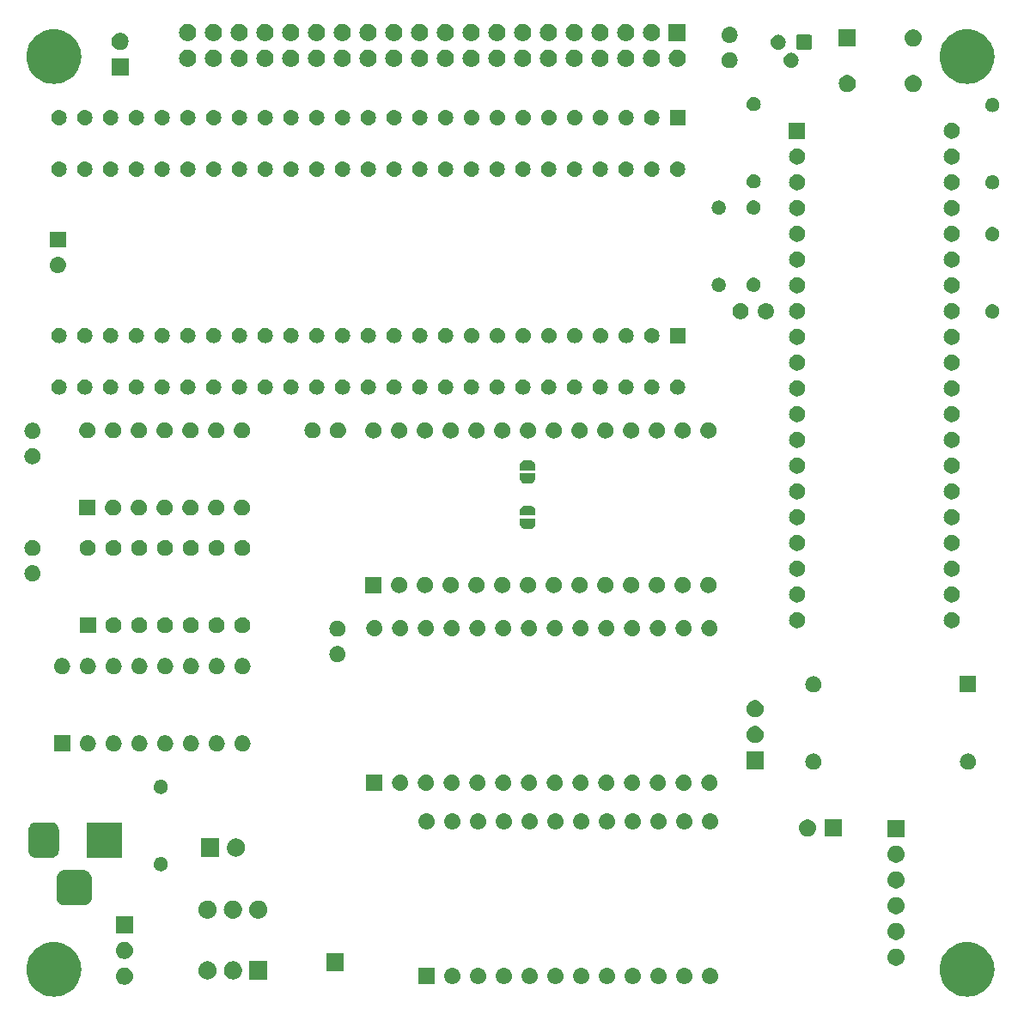
<source format=gbr>
G04 #@! TF.GenerationSoftware,KiCad,Pcbnew,7.0.7*
G04 #@! TF.CreationDate,2024-07-02T20:52:08-05:00*
G04 #@! TF.ProjectId,simple6502,73696d70-6c65-4363-9530-322e6b696361,1.6*
G04 #@! TF.SameCoordinates,Original*
G04 #@! TF.FileFunction,Soldermask,Top*
G04 #@! TF.FilePolarity,Negative*
%FSLAX46Y46*%
G04 Gerber Fmt 4.6, Leading zero omitted, Abs format (unit mm)*
G04 Created by KiCad (PCBNEW 7.0.7) date 2024-07-02 20:52:08*
%MOMM*%
%LPD*%
G01*
G04 APERTURE LIST*
G04 APERTURE END LIST*
G36*
X55325449Y-142319686D02*
G01*
X55646152Y-142378457D01*
X55957433Y-142475456D01*
X56254753Y-142609269D01*
X56533775Y-142777944D01*
X56790431Y-142979021D01*
X57020979Y-143209569D01*
X57222056Y-143466225D01*
X57390731Y-143745247D01*
X57524544Y-144042567D01*
X57621543Y-144353848D01*
X57680314Y-144674551D01*
X57700000Y-145000000D01*
X57680314Y-145325449D01*
X57621543Y-145646152D01*
X57524544Y-145957433D01*
X57390731Y-146254753D01*
X57222056Y-146533775D01*
X57020979Y-146790431D01*
X56790431Y-147020979D01*
X56533775Y-147222056D01*
X56254753Y-147390731D01*
X55957433Y-147524544D01*
X55646152Y-147621543D01*
X55325449Y-147680314D01*
X55000000Y-147700000D01*
X54674551Y-147680314D01*
X54353848Y-147621543D01*
X54042567Y-147524544D01*
X53745247Y-147390731D01*
X53466225Y-147222056D01*
X53209569Y-147020979D01*
X52979021Y-146790431D01*
X52777944Y-146533775D01*
X52609269Y-146254753D01*
X52475456Y-145957433D01*
X52378457Y-145646152D01*
X52319686Y-145325449D01*
X52300000Y-145000000D01*
X52319686Y-144674551D01*
X52378457Y-144353848D01*
X52475456Y-144042567D01*
X52609269Y-143745247D01*
X52777944Y-143466225D01*
X52979021Y-143209569D01*
X53209569Y-142979021D01*
X53466225Y-142777944D01*
X53745247Y-142609269D01*
X54042567Y-142475456D01*
X54353848Y-142378457D01*
X54674551Y-142319686D01*
X55000000Y-142300000D01*
X55325449Y-142319686D01*
G37*
G36*
X145325449Y-142319686D02*
G01*
X145646152Y-142378457D01*
X145957433Y-142475456D01*
X146254753Y-142609269D01*
X146533775Y-142777944D01*
X146790431Y-142979021D01*
X147020979Y-143209569D01*
X147222056Y-143466225D01*
X147390731Y-143745247D01*
X147524544Y-144042567D01*
X147621543Y-144353848D01*
X147680314Y-144674551D01*
X147700000Y-145000000D01*
X147680314Y-145325449D01*
X147621543Y-145646152D01*
X147524544Y-145957433D01*
X147390731Y-146254753D01*
X147222056Y-146533775D01*
X147020979Y-146790431D01*
X146790431Y-147020979D01*
X146533775Y-147222056D01*
X146254753Y-147390731D01*
X145957433Y-147524544D01*
X145646152Y-147621543D01*
X145325449Y-147680314D01*
X145000000Y-147700000D01*
X144674551Y-147680314D01*
X144353848Y-147621543D01*
X144042567Y-147524544D01*
X143745247Y-147390731D01*
X143466225Y-147222056D01*
X143209569Y-147020979D01*
X142979021Y-146790431D01*
X142777944Y-146533775D01*
X142609269Y-146254753D01*
X142475456Y-145957433D01*
X142378457Y-145646152D01*
X142319686Y-145325449D01*
X142300000Y-145000000D01*
X142319686Y-144674551D01*
X142378457Y-144353848D01*
X142475456Y-144042567D01*
X142609269Y-143745247D01*
X142777944Y-143466225D01*
X142979021Y-143209569D01*
X143209569Y-142979021D01*
X143466225Y-142777944D01*
X143745247Y-142609269D01*
X144042567Y-142475456D01*
X144353848Y-142378457D01*
X144674551Y-142319686D01*
X145000000Y-142300000D01*
X145325449Y-142319686D01*
G37*
G36*
X62212664Y-144881602D02*
G01*
X62375000Y-144953878D01*
X62518761Y-145058327D01*
X62637664Y-145190383D01*
X62726514Y-145344274D01*
X62781425Y-145513275D01*
X62800000Y-145690000D01*
X62781425Y-145866725D01*
X62726514Y-146035726D01*
X62637664Y-146189617D01*
X62518761Y-146321673D01*
X62375000Y-146426122D01*
X62212664Y-146498398D01*
X62038849Y-146535344D01*
X61861151Y-146535344D01*
X61687336Y-146498398D01*
X61525000Y-146426122D01*
X61381239Y-146321673D01*
X61262336Y-146189617D01*
X61173486Y-146035726D01*
X61118575Y-145866725D01*
X61100000Y-145690000D01*
X61118575Y-145513275D01*
X61173486Y-145344274D01*
X61262336Y-145190383D01*
X61381239Y-145058327D01*
X61525000Y-144953878D01*
X61687336Y-144881602D01*
X61861151Y-144844656D01*
X62038849Y-144844656D01*
X62212664Y-144881602D01*
G37*
G36*
X92540000Y-146440000D02*
G01*
X90940000Y-146440000D01*
X90940000Y-144840000D01*
X92540000Y-144840000D01*
X92540000Y-146440000D01*
G37*
G36*
X94321367Y-144844661D02*
G01*
X94363593Y-144844661D01*
X94411228Y-144854786D01*
X94458017Y-144860058D01*
X94492039Y-144871962D01*
X94527127Y-144879421D01*
X94577695Y-144901935D01*
X94627107Y-144919225D01*
X94652823Y-144935383D01*
X94679860Y-144947421D01*
X94730275Y-144984050D01*
X94778792Y-145014535D01*
X94796214Y-145031957D01*
X94815117Y-145045691D01*
X94861844Y-145097587D01*
X94905465Y-145141208D01*
X94915499Y-145157177D01*
X94926986Y-145169935D01*
X94966285Y-145238003D01*
X95000775Y-145292893D01*
X95005080Y-145305197D01*
X95010580Y-145314723D01*
X95038740Y-145401392D01*
X95059942Y-145461983D01*
X95060746Y-145469118D01*
X95062244Y-145473729D01*
X95075820Y-145602904D01*
X95080000Y-145640000D01*
X95075819Y-145677098D01*
X95062244Y-145806270D01*
X95060746Y-145810879D01*
X95059942Y-145818017D01*
X95038736Y-145878620D01*
X95010580Y-145965276D01*
X95005081Y-145974799D01*
X95000775Y-145987107D01*
X94966278Y-146042007D01*
X94926986Y-146110064D01*
X94915501Y-146122818D01*
X94905465Y-146138792D01*
X94861835Y-146182421D01*
X94815117Y-146234308D01*
X94796218Y-146248038D01*
X94778792Y-146265465D01*
X94730265Y-146295956D01*
X94679860Y-146332578D01*
X94652829Y-146344612D01*
X94627107Y-146360775D01*
X94577685Y-146378068D01*
X94527127Y-146400578D01*
X94492045Y-146408035D01*
X94458017Y-146419942D01*
X94411225Y-146425214D01*
X94363593Y-146435339D01*
X94321367Y-146435339D01*
X94280000Y-146440000D01*
X94238633Y-146435339D01*
X94196407Y-146435339D01*
X94148774Y-146425214D01*
X94101983Y-146419942D01*
X94067955Y-146408035D01*
X94032872Y-146400578D01*
X93982309Y-146378066D01*
X93932893Y-146360775D01*
X93907173Y-146344614D01*
X93880139Y-146332578D01*
X93829726Y-146295951D01*
X93781208Y-146265465D01*
X93763784Y-146248041D01*
X93744882Y-146234308D01*
X93698154Y-146182411D01*
X93654535Y-146138792D01*
X93644500Y-146122822D01*
X93633013Y-146110064D01*
X93593709Y-146041987D01*
X93559225Y-145987107D01*
X93554919Y-145974803D01*
X93549419Y-145965276D01*
X93521249Y-145878580D01*
X93500058Y-145818017D01*
X93499254Y-145810884D01*
X93497755Y-145806270D01*
X93484165Y-145676966D01*
X93480000Y-145640000D01*
X93484164Y-145603036D01*
X93497755Y-145473729D01*
X93499254Y-145469113D01*
X93500058Y-145461983D01*
X93521245Y-145401432D01*
X93549419Y-145314723D01*
X93554920Y-145305193D01*
X93559225Y-145292893D01*
X93593701Y-145238023D01*
X93633013Y-145169935D01*
X93644502Y-145157174D01*
X93654535Y-145141208D01*
X93698145Y-145097597D01*
X93744882Y-145045691D01*
X93763787Y-145031955D01*
X93781208Y-145014535D01*
X93829721Y-144984052D01*
X93880140Y-144947421D01*
X93907176Y-144935383D01*
X93932893Y-144919225D01*
X93982301Y-144901936D01*
X94032872Y-144879421D01*
X94067961Y-144871962D01*
X94101983Y-144860058D01*
X94148771Y-144854786D01*
X94196407Y-144844661D01*
X94238633Y-144844661D01*
X94280000Y-144840000D01*
X94321367Y-144844661D01*
G37*
G36*
X96861367Y-144844661D02*
G01*
X96903593Y-144844661D01*
X96951228Y-144854786D01*
X96998017Y-144860058D01*
X97032039Y-144871962D01*
X97067127Y-144879421D01*
X97117695Y-144901935D01*
X97167107Y-144919225D01*
X97192823Y-144935383D01*
X97219860Y-144947421D01*
X97270275Y-144984050D01*
X97318792Y-145014535D01*
X97336214Y-145031957D01*
X97355117Y-145045691D01*
X97401844Y-145097587D01*
X97445465Y-145141208D01*
X97455499Y-145157177D01*
X97466986Y-145169935D01*
X97506285Y-145238003D01*
X97540775Y-145292893D01*
X97545080Y-145305197D01*
X97550580Y-145314723D01*
X97578740Y-145401392D01*
X97599942Y-145461983D01*
X97600746Y-145469118D01*
X97602244Y-145473729D01*
X97615820Y-145602904D01*
X97620000Y-145640000D01*
X97615819Y-145677098D01*
X97602244Y-145806270D01*
X97600746Y-145810879D01*
X97599942Y-145818017D01*
X97578736Y-145878620D01*
X97550580Y-145965276D01*
X97545081Y-145974799D01*
X97540775Y-145987107D01*
X97506278Y-146042007D01*
X97466986Y-146110064D01*
X97455501Y-146122818D01*
X97445465Y-146138792D01*
X97401835Y-146182421D01*
X97355117Y-146234308D01*
X97336218Y-146248038D01*
X97318792Y-146265465D01*
X97270265Y-146295956D01*
X97219860Y-146332578D01*
X97192829Y-146344612D01*
X97167107Y-146360775D01*
X97117685Y-146378068D01*
X97067127Y-146400578D01*
X97032045Y-146408035D01*
X96998017Y-146419942D01*
X96951225Y-146425214D01*
X96903593Y-146435339D01*
X96861367Y-146435339D01*
X96820000Y-146440000D01*
X96778633Y-146435339D01*
X96736407Y-146435339D01*
X96688774Y-146425214D01*
X96641983Y-146419942D01*
X96607955Y-146408035D01*
X96572872Y-146400578D01*
X96522309Y-146378066D01*
X96472893Y-146360775D01*
X96447173Y-146344614D01*
X96420139Y-146332578D01*
X96369726Y-146295951D01*
X96321208Y-146265465D01*
X96303784Y-146248041D01*
X96284882Y-146234308D01*
X96238154Y-146182411D01*
X96194535Y-146138792D01*
X96184500Y-146122822D01*
X96173013Y-146110064D01*
X96133709Y-146041987D01*
X96099225Y-145987107D01*
X96094919Y-145974803D01*
X96089419Y-145965276D01*
X96061249Y-145878580D01*
X96040058Y-145818017D01*
X96039254Y-145810884D01*
X96037755Y-145806270D01*
X96024165Y-145676966D01*
X96020000Y-145640000D01*
X96024164Y-145603036D01*
X96037755Y-145473729D01*
X96039254Y-145469113D01*
X96040058Y-145461983D01*
X96061245Y-145401432D01*
X96089419Y-145314723D01*
X96094920Y-145305193D01*
X96099225Y-145292893D01*
X96133701Y-145238023D01*
X96173013Y-145169935D01*
X96184502Y-145157174D01*
X96194535Y-145141208D01*
X96238145Y-145097597D01*
X96284882Y-145045691D01*
X96303787Y-145031955D01*
X96321208Y-145014535D01*
X96369721Y-144984052D01*
X96420140Y-144947421D01*
X96447176Y-144935383D01*
X96472893Y-144919225D01*
X96522301Y-144901936D01*
X96572872Y-144879421D01*
X96607961Y-144871962D01*
X96641983Y-144860058D01*
X96688771Y-144854786D01*
X96736407Y-144844661D01*
X96778633Y-144844661D01*
X96820000Y-144840000D01*
X96861367Y-144844661D01*
G37*
G36*
X99401367Y-144844661D02*
G01*
X99443593Y-144844661D01*
X99491228Y-144854786D01*
X99538017Y-144860058D01*
X99572039Y-144871962D01*
X99607127Y-144879421D01*
X99657695Y-144901935D01*
X99707107Y-144919225D01*
X99732823Y-144935383D01*
X99759860Y-144947421D01*
X99810275Y-144984050D01*
X99858792Y-145014535D01*
X99876214Y-145031957D01*
X99895117Y-145045691D01*
X99941844Y-145097587D01*
X99985465Y-145141208D01*
X99995499Y-145157177D01*
X100006986Y-145169935D01*
X100046285Y-145238003D01*
X100080775Y-145292893D01*
X100085080Y-145305197D01*
X100090580Y-145314723D01*
X100118740Y-145401392D01*
X100139942Y-145461983D01*
X100140746Y-145469118D01*
X100142244Y-145473729D01*
X100155820Y-145602904D01*
X100160000Y-145640000D01*
X100155819Y-145677098D01*
X100142244Y-145806270D01*
X100140746Y-145810879D01*
X100139942Y-145818017D01*
X100118736Y-145878620D01*
X100090580Y-145965276D01*
X100085081Y-145974799D01*
X100080775Y-145987107D01*
X100046278Y-146042007D01*
X100006986Y-146110064D01*
X99995501Y-146122818D01*
X99985465Y-146138792D01*
X99941835Y-146182421D01*
X99895117Y-146234308D01*
X99876218Y-146248038D01*
X99858792Y-146265465D01*
X99810265Y-146295956D01*
X99759860Y-146332578D01*
X99732829Y-146344612D01*
X99707107Y-146360775D01*
X99657685Y-146378068D01*
X99607127Y-146400578D01*
X99572045Y-146408035D01*
X99538017Y-146419942D01*
X99491225Y-146425214D01*
X99443593Y-146435339D01*
X99401367Y-146435339D01*
X99360000Y-146440000D01*
X99318633Y-146435339D01*
X99276407Y-146435339D01*
X99228774Y-146425214D01*
X99181983Y-146419942D01*
X99147955Y-146408035D01*
X99112872Y-146400578D01*
X99062309Y-146378066D01*
X99012893Y-146360775D01*
X98987173Y-146344614D01*
X98960139Y-146332578D01*
X98909726Y-146295951D01*
X98861208Y-146265465D01*
X98843784Y-146248041D01*
X98824882Y-146234308D01*
X98778154Y-146182411D01*
X98734535Y-146138792D01*
X98724500Y-146122822D01*
X98713013Y-146110064D01*
X98673709Y-146041987D01*
X98639225Y-145987107D01*
X98634919Y-145974803D01*
X98629419Y-145965276D01*
X98601249Y-145878580D01*
X98580058Y-145818017D01*
X98579254Y-145810884D01*
X98577755Y-145806270D01*
X98564165Y-145676966D01*
X98560000Y-145640000D01*
X98564164Y-145603036D01*
X98577755Y-145473729D01*
X98579254Y-145469113D01*
X98580058Y-145461983D01*
X98601245Y-145401432D01*
X98629419Y-145314723D01*
X98634920Y-145305193D01*
X98639225Y-145292893D01*
X98673701Y-145238023D01*
X98713013Y-145169935D01*
X98724502Y-145157174D01*
X98734535Y-145141208D01*
X98778145Y-145097597D01*
X98824882Y-145045691D01*
X98843787Y-145031955D01*
X98861208Y-145014535D01*
X98909721Y-144984052D01*
X98960140Y-144947421D01*
X98987176Y-144935383D01*
X99012893Y-144919225D01*
X99062301Y-144901936D01*
X99112872Y-144879421D01*
X99147961Y-144871962D01*
X99181983Y-144860058D01*
X99228771Y-144854786D01*
X99276407Y-144844661D01*
X99318633Y-144844661D01*
X99360000Y-144840000D01*
X99401367Y-144844661D01*
G37*
G36*
X101941367Y-144844661D02*
G01*
X101983593Y-144844661D01*
X102031228Y-144854786D01*
X102078017Y-144860058D01*
X102112039Y-144871962D01*
X102147127Y-144879421D01*
X102197695Y-144901935D01*
X102247107Y-144919225D01*
X102272823Y-144935383D01*
X102299860Y-144947421D01*
X102350275Y-144984050D01*
X102398792Y-145014535D01*
X102416214Y-145031957D01*
X102435117Y-145045691D01*
X102481844Y-145097587D01*
X102525465Y-145141208D01*
X102535499Y-145157177D01*
X102546986Y-145169935D01*
X102586285Y-145238003D01*
X102620775Y-145292893D01*
X102625080Y-145305197D01*
X102630580Y-145314723D01*
X102658740Y-145401392D01*
X102679942Y-145461983D01*
X102680746Y-145469118D01*
X102682244Y-145473729D01*
X102695820Y-145602904D01*
X102700000Y-145640000D01*
X102695819Y-145677098D01*
X102682244Y-145806270D01*
X102680746Y-145810879D01*
X102679942Y-145818017D01*
X102658736Y-145878620D01*
X102630580Y-145965276D01*
X102625081Y-145974799D01*
X102620775Y-145987107D01*
X102586278Y-146042007D01*
X102546986Y-146110064D01*
X102535501Y-146122818D01*
X102525465Y-146138792D01*
X102481835Y-146182421D01*
X102435117Y-146234308D01*
X102416218Y-146248038D01*
X102398792Y-146265465D01*
X102350265Y-146295956D01*
X102299860Y-146332578D01*
X102272829Y-146344612D01*
X102247107Y-146360775D01*
X102197685Y-146378068D01*
X102147127Y-146400578D01*
X102112045Y-146408035D01*
X102078017Y-146419942D01*
X102031225Y-146425214D01*
X101983593Y-146435339D01*
X101941367Y-146435339D01*
X101900000Y-146440000D01*
X101858633Y-146435339D01*
X101816407Y-146435339D01*
X101768774Y-146425214D01*
X101721983Y-146419942D01*
X101687955Y-146408035D01*
X101652872Y-146400578D01*
X101602309Y-146378066D01*
X101552893Y-146360775D01*
X101527173Y-146344614D01*
X101500139Y-146332578D01*
X101449726Y-146295951D01*
X101401208Y-146265465D01*
X101383784Y-146248041D01*
X101364882Y-146234308D01*
X101318154Y-146182411D01*
X101274535Y-146138792D01*
X101264500Y-146122822D01*
X101253013Y-146110064D01*
X101213709Y-146041987D01*
X101179225Y-145987107D01*
X101174919Y-145974803D01*
X101169419Y-145965276D01*
X101141249Y-145878580D01*
X101120058Y-145818017D01*
X101119254Y-145810884D01*
X101117755Y-145806270D01*
X101104165Y-145676966D01*
X101100000Y-145640000D01*
X101104164Y-145603036D01*
X101117755Y-145473729D01*
X101119254Y-145469113D01*
X101120058Y-145461983D01*
X101141245Y-145401432D01*
X101169419Y-145314723D01*
X101174920Y-145305193D01*
X101179225Y-145292893D01*
X101213701Y-145238023D01*
X101253013Y-145169935D01*
X101264502Y-145157174D01*
X101274535Y-145141208D01*
X101318145Y-145097597D01*
X101364882Y-145045691D01*
X101383787Y-145031955D01*
X101401208Y-145014535D01*
X101449721Y-144984052D01*
X101500140Y-144947421D01*
X101527176Y-144935383D01*
X101552893Y-144919225D01*
X101602301Y-144901936D01*
X101652872Y-144879421D01*
X101687961Y-144871962D01*
X101721983Y-144860058D01*
X101768771Y-144854786D01*
X101816407Y-144844661D01*
X101858633Y-144844661D01*
X101900000Y-144840000D01*
X101941367Y-144844661D01*
G37*
G36*
X104481367Y-144844661D02*
G01*
X104523593Y-144844661D01*
X104571228Y-144854786D01*
X104618017Y-144860058D01*
X104652039Y-144871962D01*
X104687127Y-144879421D01*
X104737695Y-144901935D01*
X104787107Y-144919225D01*
X104812823Y-144935383D01*
X104839860Y-144947421D01*
X104890275Y-144984050D01*
X104938792Y-145014535D01*
X104956214Y-145031957D01*
X104975117Y-145045691D01*
X105021844Y-145097587D01*
X105065465Y-145141208D01*
X105075499Y-145157177D01*
X105086986Y-145169935D01*
X105126285Y-145238003D01*
X105160775Y-145292893D01*
X105165080Y-145305197D01*
X105170580Y-145314723D01*
X105198740Y-145401392D01*
X105219942Y-145461983D01*
X105220746Y-145469118D01*
X105222244Y-145473729D01*
X105235820Y-145602904D01*
X105240000Y-145640000D01*
X105235819Y-145677098D01*
X105222244Y-145806270D01*
X105220746Y-145810879D01*
X105219942Y-145818017D01*
X105198736Y-145878620D01*
X105170580Y-145965276D01*
X105165081Y-145974799D01*
X105160775Y-145987107D01*
X105126278Y-146042007D01*
X105086986Y-146110064D01*
X105075501Y-146122818D01*
X105065465Y-146138792D01*
X105021835Y-146182421D01*
X104975117Y-146234308D01*
X104956218Y-146248038D01*
X104938792Y-146265465D01*
X104890265Y-146295956D01*
X104839860Y-146332578D01*
X104812829Y-146344612D01*
X104787107Y-146360775D01*
X104737685Y-146378068D01*
X104687127Y-146400578D01*
X104652045Y-146408035D01*
X104618017Y-146419942D01*
X104571225Y-146425214D01*
X104523593Y-146435339D01*
X104481367Y-146435339D01*
X104440000Y-146440000D01*
X104398633Y-146435339D01*
X104356407Y-146435339D01*
X104308774Y-146425214D01*
X104261983Y-146419942D01*
X104227955Y-146408035D01*
X104192872Y-146400578D01*
X104142309Y-146378066D01*
X104092893Y-146360775D01*
X104067173Y-146344614D01*
X104040139Y-146332578D01*
X103989726Y-146295951D01*
X103941208Y-146265465D01*
X103923784Y-146248041D01*
X103904882Y-146234308D01*
X103858154Y-146182411D01*
X103814535Y-146138792D01*
X103804500Y-146122822D01*
X103793013Y-146110064D01*
X103753709Y-146041987D01*
X103719225Y-145987107D01*
X103714919Y-145974803D01*
X103709419Y-145965276D01*
X103681249Y-145878580D01*
X103660058Y-145818017D01*
X103659254Y-145810884D01*
X103657755Y-145806270D01*
X103644165Y-145676966D01*
X103640000Y-145640000D01*
X103644164Y-145603036D01*
X103657755Y-145473729D01*
X103659254Y-145469113D01*
X103660058Y-145461983D01*
X103681245Y-145401432D01*
X103709419Y-145314723D01*
X103714920Y-145305193D01*
X103719225Y-145292893D01*
X103753701Y-145238023D01*
X103793013Y-145169935D01*
X103804502Y-145157174D01*
X103814535Y-145141208D01*
X103858145Y-145097597D01*
X103904882Y-145045691D01*
X103923787Y-145031955D01*
X103941208Y-145014535D01*
X103989721Y-144984052D01*
X104040140Y-144947421D01*
X104067176Y-144935383D01*
X104092893Y-144919225D01*
X104142301Y-144901936D01*
X104192872Y-144879421D01*
X104227961Y-144871962D01*
X104261983Y-144860058D01*
X104308771Y-144854786D01*
X104356407Y-144844661D01*
X104398633Y-144844661D01*
X104440000Y-144840000D01*
X104481367Y-144844661D01*
G37*
G36*
X107021367Y-144844661D02*
G01*
X107063593Y-144844661D01*
X107111228Y-144854786D01*
X107158017Y-144860058D01*
X107192039Y-144871962D01*
X107227127Y-144879421D01*
X107277695Y-144901935D01*
X107327107Y-144919225D01*
X107352823Y-144935383D01*
X107379860Y-144947421D01*
X107430275Y-144984050D01*
X107478792Y-145014535D01*
X107496214Y-145031957D01*
X107515117Y-145045691D01*
X107561844Y-145097587D01*
X107605465Y-145141208D01*
X107615499Y-145157177D01*
X107626986Y-145169935D01*
X107666285Y-145238003D01*
X107700775Y-145292893D01*
X107705080Y-145305197D01*
X107710580Y-145314723D01*
X107738740Y-145401392D01*
X107759942Y-145461983D01*
X107760746Y-145469118D01*
X107762244Y-145473729D01*
X107775820Y-145602904D01*
X107780000Y-145640000D01*
X107775819Y-145677098D01*
X107762244Y-145806270D01*
X107760746Y-145810879D01*
X107759942Y-145818017D01*
X107738736Y-145878620D01*
X107710580Y-145965276D01*
X107705081Y-145974799D01*
X107700775Y-145987107D01*
X107666278Y-146042007D01*
X107626986Y-146110064D01*
X107615501Y-146122818D01*
X107605465Y-146138792D01*
X107561835Y-146182421D01*
X107515117Y-146234308D01*
X107496218Y-146248038D01*
X107478792Y-146265465D01*
X107430265Y-146295956D01*
X107379860Y-146332578D01*
X107352829Y-146344612D01*
X107327107Y-146360775D01*
X107277685Y-146378068D01*
X107227127Y-146400578D01*
X107192045Y-146408035D01*
X107158017Y-146419942D01*
X107111225Y-146425214D01*
X107063593Y-146435339D01*
X107021367Y-146435339D01*
X106980000Y-146440000D01*
X106938633Y-146435339D01*
X106896407Y-146435339D01*
X106848774Y-146425214D01*
X106801983Y-146419942D01*
X106767955Y-146408035D01*
X106732872Y-146400578D01*
X106682309Y-146378066D01*
X106632893Y-146360775D01*
X106607173Y-146344614D01*
X106580139Y-146332578D01*
X106529726Y-146295951D01*
X106481208Y-146265465D01*
X106463784Y-146248041D01*
X106444882Y-146234308D01*
X106398154Y-146182411D01*
X106354535Y-146138792D01*
X106344500Y-146122822D01*
X106333013Y-146110064D01*
X106293709Y-146041987D01*
X106259225Y-145987107D01*
X106254919Y-145974803D01*
X106249419Y-145965276D01*
X106221249Y-145878580D01*
X106200058Y-145818017D01*
X106199254Y-145810884D01*
X106197755Y-145806270D01*
X106184165Y-145676966D01*
X106180000Y-145640000D01*
X106184164Y-145603036D01*
X106197755Y-145473729D01*
X106199254Y-145469113D01*
X106200058Y-145461983D01*
X106221245Y-145401432D01*
X106249419Y-145314723D01*
X106254920Y-145305193D01*
X106259225Y-145292893D01*
X106293701Y-145238023D01*
X106333013Y-145169935D01*
X106344502Y-145157174D01*
X106354535Y-145141208D01*
X106398145Y-145097597D01*
X106444882Y-145045691D01*
X106463787Y-145031955D01*
X106481208Y-145014535D01*
X106529721Y-144984052D01*
X106580140Y-144947421D01*
X106607176Y-144935383D01*
X106632893Y-144919225D01*
X106682301Y-144901936D01*
X106732872Y-144879421D01*
X106767961Y-144871962D01*
X106801983Y-144860058D01*
X106848771Y-144854786D01*
X106896407Y-144844661D01*
X106938633Y-144844661D01*
X106980000Y-144840000D01*
X107021367Y-144844661D01*
G37*
G36*
X109561367Y-144844661D02*
G01*
X109603593Y-144844661D01*
X109651228Y-144854786D01*
X109698017Y-144860058D01*
X109732039Y-144871962D01*
X109767127Y-144879421D01*
X109817695Y-144901935D01*
X109867107Y-144919225D01*
X109892823Y-144935383D01*
X109919860Y-144947421D01*
X109970275Y-144984050D01*
X110018792Y-145014535D01*
X110036214Y-145031957D01*
X110055117Y-145045691D01*
X110101844Y-145097587D01*
X110145465Y-145141208D01*
X110155499Y-145157177D01*
X110166986Y-145169935D01*
X110206285Y-145238003D01*
X110240775Y-145292893D01*
X110245080Y-145305197D01*
X110250580Y-145314723D01*
X110278740Y-145401392D01*
X110299942Y-145461983D01*
X110300746Y-145469118D01*
X110302244Y-145473729D01*
X110315820Y-145602904D01*
X110320000Y-145640000D01*
X110315819Y-145677098D01*
X110302244Y-145806270D01*
X110300746Y-145810879D01*
X110299942Y-145818017D01*
X110278736Y-145878620D01*
X110250580Y-145965276D01*
X110245081Y-145974799D01*
X110240775Y-145987107D01*
X110206278Y-146042007D01*
X110166986Y-146110064D01*
X110155501Y-146122818D01*
X110145465Y-146138792D01*
X110101835Y-146182421D01*
X110055117Y-146234308D01*
X110036218Y-146248038D01*
X110018792Y-146265465D01*
X109970265Y-146295956D01*
X109919860Y-146332578D01*
X109892829Y-146344612D01*
X109867107Y-146360775D01*
X109817685Y-146378068D01*
X109767127Y-146400578D01*
X109732045Y-146408035D01*
X109698017Y-146419942D01*
X109651225Y-146425214D01*
X109603593Y-146435339D01*
X109561367Y-146435339D01*
X109520000Y-146440000D01*
X109478633Y-146435339D01*
X109436407Y-146435339D01*
X109388774Y-146425214D01*
X109341983Y-146419942D01*
X109307955Y-146408035D01*
X109272872Y-146400578D01*
X109222309Y-146378066D01*
X109172893Y-146360775D01*
X109147173Y-146344614D01*
X109120139Y-146332578D01*
X109069726Y-146295951D01*
X109021208Y-146265465D01*
X109003784Y-146248041D01*
X108984882Y-146234308D01*
X108938154Y-146182411D01*
X108894535Y-146138792D01*
X108884500Y-146122822D01*
X108873013Y-146110064D01*
X108833709Y-146041987D01*
X108799225Y-145987107D01*
X108794919Y-145974803D01*
X108789419Y-145965276D01*
X108761249Y-145878580D01*
X108740058Y-145818017D01*
X108739254Y-145810884D01*
X108737755Y-145806270D01*
X108724165Y-145676966D01*
X108720000Y-145640000D01*
X108724164Y-145603036D01*
X108737755Y-145473729D01*
X108739254Y-145469113D01*
X108740058Y-145461983D01*
X108761245Y-145401432D01*
X108789419Y-145314723D01*
X108794920Y-145305193D01*
X108799225Y-145292893D01*
X108833701Y-145238023D01*
X108873013Y-145169935D01*
X108884502Y-145157174D01*
X108894535Y-145141208D01*
X108938145Y-145097597D01*
X108984882Y-145045691D01*
X109003787Y-145031955D01*
X109021208Y-145014535D01*
X109069721Y-144984052D01*
X109120140Y-144947421D01*
X109147176Y-144935383D01*
X109172893Y-144919225D01*
X109222301Y-144901936D01*
X109272872Y-144879421D01*
X109307961Y-144871962D01*
X109341983Y-144860058D01*
X109388771Y-144854786D01*
X109436407Y-144844661D01*
X109478633Y-144844661D01*
X109520000Y-144840000D01*
X109561367Y-144844661D01*
G37*
G36*
X112101367Y-144844661D02*
G01*
X112143593Y-144844661D01*
X112191228Y-144854786D01*
X112238017Y-144860058D01*
X112272039Y-144871962D01*
X112307127Y-144879421D01*
X112357695Y-144901935D01*
X112407107Y-144919225D01*
X112432823Y-144935383D01*
X112459860Y-144947421D01*
X112510275Y-144984050D01*
X112558792Y-145014535D01*
X112576214Y-145031957D01*
X112595117Y-145045691D01*
X112641844Y-145097587D01*
X112685465Y-145141208D01*
X112695499Y-145157177D01*
X112706986Y-145169935D01*
X112746285Y-145238003D01*
X112780775Y-145292893D01*
X112785080Y-145305197D01*
X112790580Y-145314723D01*
X112818740Y-145401392D01*
X112839942Y-145461983D01*
X112840746Y-145469118D01*
X112842244Y-145473729D01*
X112855820Y-145602904D01*
X112860000Y-145640000D01*
X112855819Y-145677098D01*
X112842244Y-145806270D01*
X112840746Y-145810879D01*
X112839942Y-145818017D01*
X112818736Y-145878620D01*
X112790580Y-145965276D01*
X112785081Y-145974799D01*
X112780775Y-145987107D01*
X112746278Y-146042007D01*
X112706986Y-146110064D01*
X112695501Y-146122818D01*
X112685465Y-146138792D01*
X112641835Y-146182421D01*
X112595117Y-146234308D01*
X112576218Y-146248038D01*
X112558792Y-146265465D01*
X112510265Y-146295956D01*
X112459860Y-146332578D01*
X112432829Y-146344612D01*
X112407107Y-146360775D01*
X112357685Y-146378068D01*
X112307127Y-146400578D01*
X112272045Y-146408035D01*
X112238017Y-146419942D01*
X112191225Y-146425214D01*
X112143593Y-146435339D01*
X112101367Y-146435339D01*
X112060000Y-146440000D01*
X112018633Y-146435339D01*
X111976407Y-146435339D01*
X111928774Y-146425214D01*
X111881983Y-146419942D01*
X111847955Y-146408035D01*
X111812872Y-146400578D01*
X111762309Y-146378066D01*
X111712893Y-146360775D01*
X111687173Y-146344614D01*
X111660139Y-146332578D01*
X111609726Y-146295951D01*
X111561208Y-146265465D01*
X111543784Y-146248041D01*
X111524882Y-146234308D01*
X111478154Y-146182411D01*
X111434535Y-146138792D01*
X111424500Y-146122822D01*
X111413013Y-146110064D01*
X111373709Y-146041987D01*
X111339225Y-145987107D01*
X111334919Y-145974803D01*
X111329419Y-145965276D01*
X111301249Y-145878580D01*
X111280058Y-145818017D01*
X111279254Y-145810884D01*
X111277755Y-145806270D01*
X111264165Y-145676966D01*
X111260000Y-145640000D01*
X111264164Y-145603036D01*
X111277755Y-145473729D01*
X111279254Y-145469113D01*
X111280058Y-145461983D01*
X111301245Y-145401432D01*
X111329419Y-145314723D01*
X111334920Y-145305193D01*
X111339225Y-145292893D01*
X111373701Y-145238023D01*
X111413013Y-145169935D01*
X111424502Y-145157174D01*
X111434535Y-145141208D01*
X111478145Y-145097597D01*
X111524882Y-145045691D01*
X111543787Y-145031955D01*
X111561208Y-145014535D01*
X111609721Y-144984052D01*
X111660140Y-144947421D01*
X111687176Y-144935383D01*
X111712893Y-144919225D01*
X111762301Y-144901936D01*
X111812872Y-144879421D01*
X111847961Y-144871962D01*
X111881983Y-144860058D01*
X111928771Y-144854786D01*
X111976407Y-144844661D01*
X112018633Y-144844661D01*
X112060000Y-144840000D01*
X112101367Y-144844661D01*
G37*
G36*
X114641367Y-144844661D02*
G01*
X114683593Y-144844661D01*
X114731228Y-144854786D01*
X114778017Y-144860058D01*
X114812039Y-144871962D01*
X114847127Y-144879421D01*
X114897695Y-144901935D01*
X114947107Y-144919225D01*
X114972823Y-144935383D01*
X114999860Y-144947421D01*
X115050275Y-144984050D01*
X115098792Y-145014535D01*
X115116214Y-145031957D01*
X115135117Y-145045691D01*
X115181844Y-145097587D01*
X115225465Y-145141208D01*
X115235499Y-145157177D01*
X115246986Y-145169935D01*
X115286285Y-145238003D01*
X115320775Y-145292893D01*
X115325080Y-145305197D01*
X115330580Y-145314723D01*
X115358740Y-145401392D01*
X115379942Y-145461983D01*
X115380746Y-145469118D01*
X115382244Y-145473729D01*
X115395820Y-145602904D01*
X115400000Y-145640000D01*
X115395819Y-145677098D01*
X115382244Y-145806270D01*
X115380746Y-145810879D01*
X115379942Y-145818017D01*
X115358736Y-145878620D01*
X115330580Y-145965276D01*
X115325081Y-145974799D01*
X115320775Y-145987107D01*
X115286278Y-146042007D01*
X115246986Y-146110064D01*
X115235501Y-146122818D01*
X115225465Y-146138792D01*
X115181835Y-146182421D01*
X115135117Y-146234308D01*
X115116218Y-146248038D01*
X115098792Y-146265465D01*
X115050265Y-146295956D01*
X114999860Y-146332578D01*
X114972829Y-146344612D01*
X114947107Y-146360775D01*
X114897685Y-146378068D01*
X114847127Y-146400578D01*
X114812045Y-146408035D01*
X114778017Y-146419942D01*
X114731225Y-146425214D01*
X114683593Y-146435339D01*
X114641367Y-146435339D01*
X114600000Y-146440000D01*
X114558633Y-146435339D01*
X114516407Y-146435339D01*
X114468774Y-146425214D01*
X114421983Y-146419942D01*
X114387955Y-146408035D01*
X114352872Y-146400578D01*
X114302309Y-146378066D01*
X114252893Y-146360775D01*
X114227173Y-146344614D01*
X114200139Y-146332578D01*
X114149726Y-146295951D01*
X114101208Y-146265465D01*
X114083784Y-146248041D01*
X114064882Y-146234308D01*
X114018154Y-146182411D01*
X113974535Y-146138792D01*
X113964500Y-146122822D01*
X113953013Y-146110064D01*
X113913709Y-146041987D01*
X113879225Y-145987107D01*
X113874919Y-145974803D01*
X113869419Y-145965276D01*
X113841249Y-145878580D01*
X113820058Y-145818017D01*
X113819254Y-145810884D01*
X113817755Y-145806270D01*
X113804165Y-145676966D01*
X113800000Y-145640000D01*
X113804164Y-145603036D01*
X113817755Y-145473729D01*
X113819254Y-145469113D01*
X113820058Y-145461983D01*
X113841245Y-145401432D01*
X113869419Y-145314723D01*
X113874920Y-145305193D01*
X113879225Y-145292893D01*
X113913701Y-145238023D01*
X113953013Y-145169935D01*
X113964502Y-145157174D01*
X113974535Y-145141208D01*
X114018145Y-145097597D01*
X114064882Y-145045691D01*
X114083787Y-145031955D01*
X114101208Y-145014535D01*
X114149721Y-144984052D01*
X114200140Y-144947421D01*
X114227176Y-144935383D01*
X114252893Y-144919225D01*
X114302301Y-144901936D01*
X114352872Y-144879421D01*
X114387961Y-144871962D01*
X114421983Y-144860058D01*
X114468771Y-144854786D01*
X114516407Y-144844661D01*
X114558633Y-144844661D01*
X114600000Y-144840000D01*
X114641367Y-144844661D01*
G37*
G36*
X117181367Y-144844661D02*
G01*
X117223593Y-144844661D01*
X117271228Y-144854786D01*
X117318017Y-144860058D01*
X117352039Y-144871962D01*
X117387127Y-144879421D01*
X117437695Y-144901935D01*
X117487107Y-144919225D01*
X117512823Y-144935383D01*
X117539860Y-144947421D01*
X117590275Y-144984050D01*
X117638792Y-145014535D01*
X117656214Y-145031957D01*
X117675117Y-145045691D01*
X117721844Y-145097587D01*
X117765465Y-145141208D01*
X117775499Y-145157177D01*
X117786986Y-145169935D01*
X117826285Y-145238003D01*
X117860775Y-145292893D01*
X117865080Y-145305197D01*
X117870580Y-145314723D01*
X117898740Y-145401392D01*
X117919942Y-145461983D01*
X117920746Y-145469118D01*
X117922244Y-145473729D01*
X117935820Y-145602904D01*
X117940000Y-145640000D01*
X117935819Y-145677098D01*
X117922244Y-145806270D01*
X117920746Y-145810879D01*
X117919942Y-145818017D01*
X117898736Y-145878620D01*
X117870580Y-145965276D01*
X117865081Y-145974799D01*
X117860775Y-145987107D01*
X117826278Y-146042007D01*
X117786986Y-146110064D01*
X117775501Y-146122818D01*
X117765465Y-146138792D01*
X117721835Y-146182421D01*
X117675117Y-146234308D01*
X117656218Y-146248038D01*
X117638792Y-146265465D01*
X117590265Y-146295956D01*
X117539860Y-146332578D01*
X117512829Y-146344612D01*
X117487107Y-146360775D01*
X117437685Y-146378068D01*
X117387127Y-146400578D01*
X117352045Y-146408035D01*
X117318017Y-146419942D01*
X117271225Y-146425214D01*
X117223593Y-146435339D01*
X117181367Y-146435339D01*
X117140000Y-146440000D01*
X117098633Y-146435339D01*
X117056407Y-146435339D01*
X117008774Y-146425214D01*
X116961983Y-146419942D01*
X116927955Y-146408035D01*
X116892872Y-146400578D01*
X116842309Y-146378066D01*
X116792893Y-146360775D01*
X116767173Y-146344614D01*
X116740139Y-146332578D01*
X116689726Y-146295951D01*
X116641208Y-146265465D01*
X116623784Y-146248041D01*
X116604882Y-146234308D01*
X116558154Y-146182411D01*
X116514535Y-146138792D01*
X116504500Y-146122822D01*
X116493013Y-146110064D01*
X116453709Y-146041987D01*
X116419225Y-145987107D01*
X116414919Y-145974803D01*
X116409419Y-145965276D01*
X116381249Y-145878580D01*
X116360058Y-145818017D01*
X116359254Y-145810884D01*
X116357755Y-145806270D01*
X116344165Y-145676966D01*
X116340000Y-145640000D01*
X116344164Y-145603036D01*
X116357755Y-145473729D01*
X116359254Y-145469113D01*
X116360058Y-145461983D01*
X116381245Y-145401432D01*
X116409419Y-145314723D01*
X116414920Y-145305193D01*
X116419225Y-145292893D01*
X116453701Y-145238023D01*
X116493013Y-145169935D01*
X116504502Y-145157174D01*
X116514535Y-145141208D01*
X116558145Y-145097597D01*
X116604882Y-145045691D01*
X116623787Y-145031955D01*
X116641208Y-145014535D01*
X116689721Y-144984052D01*
X116740140Y-144947421D01*
X116767176Y-144935383D01*
X116792893Y-144919225D01*
X116842301Y-144901936D01*
X116892872Y-144879421D01*
X116927961Y-144871962D01*
X116961983Y-144860058D01*
X117008771Y-144854786D01*
X117056407Y-144844661D01*
X117098633Y-144844661D01*
X117140000Y-144840000D01*
X117181367Y-144844661D01*
G37*
G36*
X119721367Y-144844661D02*
G01*
X119763593Y-144844661D01*
X119811228Y-144854786D01*
X119858017Y-144860058D01*
X119892039Y-144871962D01*
X119927127Y-144879421D01*
X119977695Y-144901935D01*
X120027107Y-144919225D01*
X120052823Y-144935383D01*
X120079860Y-144947421D01*
X120130275Y-144984050D01*
X120178792Y-145014535D01*
X120196214Y-145031957D01*
X120215117Y-145045691D01*
X120261844Y-145097587D01*
X120305465Y-145141208D01*
X120315499Y-145157177D01*
X120326986Y-145169935D01*
X120366285Y-145238003D01*
X120400775Y-145292893D01*
X120405080Y-145305197D01*
X120410580Y-145314723D01*
X120438740Y-145401392D01*
X120459942Y-145461983D01*
X120460746Y-145469118D01*
X120462244Y-145473729D01*
X120475820Y-145602904D01*
X120480000Y-145640000D01*
X120475819Y-145677098D01*
X120462244Y-145806270D01*
X120460746Y-145810879D01*
X120459942Y-145818017D01*
X120438736Y-145878620D01*
X120410580Y-145965276D01*
X120405081Y-145974799D01*
X120400775Y-145987107D01*
X120366278Y-146042007D01*
X120326986Y-146110064D01*
X120315501Y-146122818D01*
X120305465Y-146138792D01*
X120261835Y-146182421D01*
X120215117Y-146234308D01*
X120196218Y-146248038D01*
X120178792Y-146265465D01*
X120130265Y-146295956D01*
X120079860Y-146332578D01*
X120052829Y-146344612D01*
X120027107Y-146360775D01*
X119977685Y-146378068D01*
X119927127Y-146400578D01*
X119892045Y-146408035D01*
X119858017Y-146419942D01*
X119811225Y-146425214D01*
X119763593Y-146435339D01*
X119721367Y-146435339D01*
X119680000Y-146440000D01*
X119638633Y-146435339D01*
X119596407Y-146435339D01*
X119548774Y-146425214D01*
X119501983Y-146419942D01*
X119467955Y-146408035D01*
X119432872Y-146400578D01*
X119382309Y-146378066D01*
X119332893Y-146360775D01*
X119307173Y-146344614D01*
X119280139Y-146332578D01*
X119229726Y-146295951D01*
X119181208Y-146265465D01*
X119163784Y-146248041D01*
X119144882Y-146234308D01*
X119098154Y-146182411D01*
X119054535Y-146138792D01*
X119044500Y-146122822D01*
X119033013Y-146110064D01*
X118993709Y-146041987D01*
X118959225Y-145987107D01*
X118954919Y-145974803D01*
X118949419Y-145965276D01*
X118921249Y-145878580D01*
X118900058Y-145818017D01*
X118899254Y-145810884D01*
X118897755Y-145806270D01*
X118884165Y-145676966D01*
X118880000Y-145640000D01*
X118884164Y-145603036D01*
X118897755Y-145473729D01*
X118899254Y-145469113D01*
X118900058Y-145461983D01*
X118921245Y-145401432D01*
X118949419Y-145314723D01*
X118954920Y-145305193D01*
X118959225Y-145292893D01*
X118993701Y-145238023D01*
X119033013Y-145169935D01*
X119044502Y-145157174D01*
X119054535Y-145141208D01*
X119098145Y-145097597D01*
X119144882Y-145045691D01*
X119163787Y-145031955D01*
X119181208Y-145014535D01*
X119229721Y-144984052D01*
X119280140Y-144947421D01*
X119307176Y-144935383D01*
X119332893Y-144919225D01*
X119382301Y-144901936D01*
X119432872Y-144879421D01*
X119467961Y-144871962D01*
X119501983Y-144860058D01*
X119548771Y-144854786D01*
X119596407Y-144844661D01*
X119638633Y-144844661D01*
X119680000Y-144840000D01*
X119721367Y-144844661D01*
G37*
G36*
X76050000Y-146000000D02*
G01*
X74250000Y-146000000D01*
X74250000Y-144200000D01*
X76050000Y-144200000D01*
X76050000Y-146000000D01*
G37*
G36*
X70197567Y-144204930D02*
G01*
X70244076Y-144204930D01*
X70284232Y-144213465D01*
X70325530Y-144217533D01*
X70377415Y-144233272D01*
X70428115Y-144244049D01*
X70460558Y-144258493D01*
X70494319Y-144268735D01*
X70547967Y-144297410D01*
X70600000Y-144320577D01*
X70624192Y-144338153D01*
X70649878Y-144351883D01*
X70702271Y-144394881D01*
X70752218Y-144431170D01*
X70768436Y-144449182D01*
X70786221Y-144463778D01*
X70834018Y-144522018D01*
X70878115Y-144570993D01*
X70887377Y-144587036D01*
X70898116Y-144600121D01*
X70937840Y-144674440D01*
X70972191Y-144733937D01*
X70976142Y-144746098D01*
X70981264Y-144755680D01*
X71009504Y-144848775D01*
X71030333Y-144912879D01*
X71031066Y-144919854D01*
X71032466Y-144924469D01*
X71046090Y-145062802D01*
X71050000Y-145100000D01*
X71046090Y-145137200D01*
X71032466Y-145275530D01*
X71031066Y-145280144D01*
X71030333Y-145287121D01*
X71009500Y-145351238D01*
X70981264Y-145444319D01*
X70976143Y-145453899D01*
X70972191Y-145466063D01*
X70937833Y-145525572D01*
X70898116Y-145599878D01*
X70887379Y-145612960D01*
X70878115Y-145629007D01*
X70834009Y-145677991D01*
X70786221Y-145736221D01*
X70768439Y-145750813D01*
X70752218Y-145768830D01*
X70702260Y-145805126D01*
X70649878Y-145848116D01*
X70624197Y-145861842D01*
X70600000Y-145879423D01*
X70547955Y-145902594D01*
X70494319Y-145931264D01*
X70460565Y-145941503D01*
X70428115Y-145955951D01*
X70377404Y-145966729D01*
X70325530Y-145982466D01*
X70284241Y-145986532D01*
X70244076Y-145995070D01*
X70197557Y-145995070D01*
X70149999Y-145999754D01*
X70102441Y-145995070D01*
X70055924Y-145995070D01*
X70015759Y-145986532D01*
X69974469Y-145982466D01*
X69922592Y-145966729D01*
X69871885Y-145955951D01*
X69839436Y-145941503D01*
X69805680Y-145931264D01*
X69752038Y-145902591D01*
X69700000Y-145879423D01*
X69675805Y-145861844D01*
X69650121Y-145848116D01*
X69597730Y-145805119D01*
X69547782Y-145768830D01*
X69531562Y-145750816D01*
X69513778Y-145736221D01*
X69465979Y-145677978D01*
X69421885Y-145629007D01*
X69412622Y-145612964D01*
X69401883Y-145599878D01*
X69362153Y-145525548D01*
X69327809Y-145466063D01*
X69323858Y-145453903D01*
X69318735Y-145444319D01*
X69290484Y-145351191D01*
X69269667Y-145287121D01*
X69268934Y-145280149D01*
X69267533Y-145275530D01*
X69253895Y-145137060D01*
X69250000Y-145100000D01*
X69253892Y-145062965D01*
X69267533Y-144924469D01*
X69268934Y-144919849D01*
X69269667Y-144912879D01*
X69290480Y-144848822D01*
X69318735Y-144755680D01*
X69323859Y-144746093D01*
X69327809Y-144733937D01*
X69362145Y-144674463D01*
X69401883Y-144600121D01*
X69412624Y-144587032D01*
X69421885Y-144570993D01*
X69465970Y-144522031D01*
X69513778Y-144463778D01*
X69531566Y-144449179D01*
X69547782Y-144431170D01*
X69597719Y-144394888D01*
X69650121Y-144351883D01*
X69675810Y-144338151D01*
X69700000Y-144320577D01*
X69752026Y-144297413D01*
X69805680Y-144268735D01*
X69839443Y-144258492D01*
X69871885Y-144244049D01*
X69922581Y-144233273D01*
X69974469Y-144217533D01*
X70015768Y-144213465D01*
X70055924Y-144204930D01*
X70102431Y-144204930D01*
X70149999Y-144200245D01*
X70197567Y-144204930D01*
G37*
G36*
X72697567Y-144204930D02*
G01*
X72744076Y-144204930D01*
X72784232Y-144213465D01*
X72825530Y-144217533D01*
X72877415Y-144233272D01*
X72928115Y-144244049D01*
X72960558Y-144258493D01*
X72994319Y-144268735D01*
X73047967Y-144297410D01*
X73100000Y-144320577D01*
X73124192Y-144338153D01*
X73149878Y-144351883D01*
X73202271Y-144394881D01*
X73252218Y-144431170D01*
X73268436Y-144449182D01*
X73286221Y-144463778D01*
X73334018Y-144522018D01*
X73378115Y-144570993D01*
X73387377Y-144587036D01*
X73398116Y-144600121D01*
X73437840Y-144674440D01*
X73472191Y-144733937D01*
X73476142Y-144746098D01*
X73481264Y-144755680D01*
X73509504Y-144848775D01*
X73530333Y-144912879D01*
X73531066Y-144919854D01*
X73532466Y-144924469D01*
X73546090Y-145062802D01*
X73550000Y-145100000D01*
X73546090Y-145137200D01*
X73532466Y-145275530D01*
X73531066Y-145280144D01*
X73530333Y-145287121D01*
X73509500Y-145351238D01*
X73481264Y-145444319D01*
X73476143Y-145453899D01*
X73472191Y-145466063D01*
X73437833Y-145525572D01*
X73398116Y-145599878D01*
X73387379Y-145612960D01*
X73378115Y-145629007D01*
X73334009Y-145677991D01*
X73286221Y-145736221D01*
X73268439Y-145750813D01*
X73252218Y-145768830D01*
X73202260Y-145805126D01*
X73149878Y-145848116D01*
X73124197Y-145861842D01*
X73100000Y-145879423D01*
X73047955Y-145902594D01*
X72994319Y-145931264D01*
X72960565Y-145941503D01*
X72928115Y-145955951D01*
X72877404Y-145966729D01*
X72825530Y-145982466D01*
X72784241Y-145986532D01*
X72744076Y-145995070D01*
X72697557Y-145995070D01*
X72649999Y-145999754D01*
X72602441Y-145995070D01*
X72555924Y-145995070D01*
X72515759Y-145986532D01*
X72474469Y-145982466D01*
X72422592Y-145966729D01*
X72371885Y-145955951D01*
X72339436Y-145941503D01*
X72305680Y-145931264D01*
X72252038Y-145902591D01*
X72200000Y-145879423D01*
X72175805Y-145861844D01*
X72150121Y-145848116D01*
X72097730Y-145805119D01*
X72047782Y-145768830D01*
X72031562Y-145750816D01*
X72013778Y-145736221D01*
X71965979Y-145677978D01*
X71921885Y-145629007D01*
X71912622Y-145612964D01*
X71901883Y-145599878D01*
X71862153Y-145525548D01*
X71827809Y-145466063D01*
X71823858Y-145453903D01*
X71818735Y-145444319D01*
X71790484Y-145351191D01*
X71769667Y-145287121D01*
X71768934Y-145280149D01*
X71767533Y-145275530D01*
X71753895Y-145137060D01*
X71750000Y-145100000D01*
X71753892Y-145062965D01*
X71767533Y-144924469D01*
X71768934Y-144919849D01*
X71769667Y-144912879D01*
X71790480Y-144848822D01*
X71818735Y-144755680D01*
X71823859Y-144746093D01*
X71827809Y-144733937D01*
X71862145Y-144674463D01*
X71901883Y-144600121D01*
X71912624Y-144587032D01*
X71921885Y-144570993D01*
X71965970Y-144522031D01*
X72013778Y-144463778D01*
X72031566Y-144449179D01*
X72047782Y-144431170D01*
X72097719Y-144394888D01*
X72150121Y-144351883D01*
X72175810Y-144338151D01*
X72200000Y-144320577D01*
X72252026Y-144297413D01*
X72305680Y-144268735D01*
X72339443Y-144258492D01*
X72371885Y-144244049D01*
X72422581Y-144233273D01*
X72474469Y-144217533D01*
X72515768Y-144213465D01*
X72555924Y-144204930D01*
X72602431Y-144204930D01*
X72649999Y-144200245D01*
X72697567Y-144204930D01*
G37*
G36*
X83550000Y-145150000D02*
G01*
X81850000Y-145150000D01*
X81850000Y-143450000D01*
X83550000Y-143450000D01*
X83550000Y-145150000D01*
G37*
G36*
X138262664Y-142991602D02*
G01*
X138425000Y-143063878D01*
X138568761Y-143168327D01*
X138687664Y-143300383D01*
X138776514Y-143454274D01*
X138831425Y-143623275D01*
X138850000Y-143800000D01*
X138831425Y-143976725D01*
X138776514Y-144145726D01*
X138687664Y-144299617D01*
X138568761Y-144431673D01*
X138425000Y-144536122D01*
X138262664Y-144608398D01*
X138088849Y-144645344D01*
X137911151Y-144645344D01*
X137737336Y-144608398D01*
X137575000Y-144536122D01*
X137431239Y-144431673D01*
X137312336Y-144299617D01*
X137223486Y-144145726D01*
X137168575Y-143976725D01*
X137150000Y-143800000D01*
X137168575Y-143623275D01*
X137223486Y-143454274D01*
X137312336Y-143300383D01*
X137431239Y-143168327D01*
X137575000Y-143063878D01*
X137737336Y-142991602D01*
X137911151Y-142954656D01*
X138088849Y-142954656D01*
X138262664Y-142991602D01*
G37*
G36*
X62212664Y-142341602D02*
G01*
X62375000Y-142413878D01*
X62518761Y-142518327D01*
X62637664Y-142650383D01*
X62726514Y-142804274D01*
X62781425Y-142973275D01*
X62800000Y-143150000D01*
X62781425Y-143326725D01*
X62726514Y-143495726D01*
X62637664Y-143649617D01*
X62518761Y-143781673D01*
X62375000Y-143886122D01*
X62212664Y-143958398D01*
X62038849Y-143995344D01*
X61861151Y-143995344D01*
X61687336Y-143958398D01*
X61525000Y-143886122D01*
X61381239Y-143781673D01*
X61262336Y-143649617D01*
X61173486Y-143495726D01*
X61118575Y-143326725D01*
X61100000Y-143150000D01*
X61118575Y-142973275D01*
X61173486Y-142804274D01*
X61262336Y-142650383D01*
X61381239Y-142518327D01*
X61525000Y-142413878D01*
X61687336Y-142341602D01*
X61861151Y-142304656D01*
X62038849Y-142304656D01*
X62212664Y-142341602D01*
G37*
G36*
X138262664Y-140451602D02*
G01*
X138425000Y-140523878D01*
X138568761Y-140628327D01*
X138687664Y-140760383D01*
X138776514Y-140914274D01*
X138831425Y-141083275D01*
X138850000Y-141260000D01*
X138831425Y-141436725D01*
X138776514Y-141605726D01*
X138687664Y-141759617D01*
X138568761Y-141891673D01*
X138425000Y-141996122D01*
X138262664Y-142068398D01*
X138088849Y-142105344D01*
X137911151Y-142105344D01*
X137737336Y-142068398D01*
X137575000Y-141996122D01*
X137431239Y-141891673D01*
X137312336Y-141759617D01*
X137223486Y-141605726D01*
X137168575Y-141436725D01*
X137150000Y-141260000D01*
X137168575Y-141083275D01*
X137223486Y-140914274D01*
X137312336Y-140760383D01*
X137431239Y-140628327D01*
X137575000Y-140523878D01*
X137737336Y-140451602D01*
X137911151Y-140414656D01*
X138088849Y-140414656D01*
X138262664Y-140451602D01*
G37*
G36*
X62800000Y-141460000D02*
G01*
X61100000Y-141460000D01*
X61100000Y-139760000D01*
X62800000Y-139760000D01*
X62800000Y-141460000D01*
G37*
G36*
X70197567Y-138204930D02*
G01*
X70244076Y-138204930D01*
X70284232Y-138213465D01*
X70325530Y-138217533D01*
X70377415Y-138233272D01*
X70428115Y-138244049D01*
X70460558Y-138258493D01*
X70494319Y-138268735D01*
X70547967Y-138297410D01*
X70600000Y-138320577D01*
X70624192Y-138338153D01*
X70649878Y-138351883D01*
X70702271Y-138394881D01*
X70752218Y-138431170D01*
X70768436Y-138449182D01*
X70786221Y-138463778D01*
X70834018Y-138522018D01*
X70878115Y-138570993D01*
X70887377Y-138587036D01*
X70898116Y-138600121D01*
X70937840Y-138674440D01*
X70972191Y-138733937D01*
X70976142Y-138746098D01*
X70981264Y-138755680D01*
X71009504Y-138848775D01*
X71030333Y-138912879D01*
X71031066Y-138919854D01*
X71032466Y-138924469D01*
X71046090Y-139062802D01*
X71050000Y-139100000D01*
X71046090Y-139137200D01*
X71032466Y-139275530D01*
X71031066Y-139280144D01*
X71030333Y-139287121D01*
X71009500Y-139351238D01*
X70981264Y-139444319D01*
X70976143Y-139453899D01*
X70972191Y-139466063D01*
X70937833Y-139525572D01*
X70898116Y-139599878D01*
X70887379Y-139612960D01*
X70878115Y-139629007D01*
X70834009Y-139677991D01*
X70786221Y-139736221D01*
X70768439Y-139750813D01*
X70752218Y-139768830D01*
X70702260Y-139805126D01*
X70649878Y-139848116D01*
X70624197Y-139861842D01*
X70600000Y-139879423D01*
X70547955Y-139902594D01*
X70494319Y-139931264D01*
X70460565Y-139941503D01*
X70428115Y-139955951D01*
X70377404Y-139966729D01*
X70325530Y-139982466D01*
X70284241Y-139986532D01*
X70244076Y-139995070D01*
X70197557Y-139995070D01*
X70149999Y-139999754D01*
X70102441Y-139995070D01*
X70055924Y-139995070D01*
X70015759Y-139986532D01*
X69974469Y-139982466D01*
X69922592Y-139966729D01*
X69871885Y-139955951D01*
X69839436Y-139941503D01*
X69805680Y-139931264D01*
X69752038Y-139902591D01*
X69700000Y-139879423D01*
X69675805Y-139861844D01*
X69650121Y-139848116D01*
X69597730Y-139805119D01*
X69547782Y-139768830D01*
X69531562Y-139750816D01*
X69513778Y-139736221D01*
X69465979Y-139677978D01*
X69421885Y-139629007D01*
X69412622Y-139612964D01*
X69401883Y-139599878D01*
X69362153Y-139525548D01*
X69327809Y-139466063D01*
X69323858Y-139453903D01*
X69318735Y-139444319D01*
X69290484Y-139351191D01*
X69269667Y-139287121D01*
X69268934Y-139280149D01*
X69267533Y-139275530D01*
X69253895Y-139137060D01*
X69250000Y-139100000D01*
X69253892Y-139062965D01*
X69267533Y-138924469D01*
X69268934Y-138919849D01*
X69269667Y-138912879D01*
X69290480Y-138848822D01*
X69318735Y-138755680D01*
X69323859Y-138746093D01*
X69327809Y-138733937D01*
X69362145Y-138674463D01*
X69401883Y-138600121D01*
X69412624Y-138587032D01*
X69421885Y-138570993D01*
X69465970Y-138522031D01*
X69513778Y-138463778D01*
X69531566Y-138449179D01*
X69547782Y-138431170D01*
X69597719Y-138394888D01*
X69650121Y-138351883D01*
X69675810Y-138338151D01*
X69700000Y-138320577D01*
X69752026Y-138297413D01*
X69805680Y-138268735D01*
X69839443Y-138258492D01*
X69871885Y-138244049D01*
X69922581Y-138233273D01*
X69974469Y-138217533D01*
X70015768Y-138213465D01*
X70055924Y-138204930D01*
X70102431Y-138204930D01*
X70149999Y-138200245D01*
X70197567Y-138204930D01*
G37*
G36*
X72697567Y-138204930D02*
G01*
X72744076Y-138204930D01*
X72784232Y-138213465D01*
X72825530Y-138217533D01*
X72877415Y-138233272D01*
X72928115Y-138244049D01*
X72960558Y-138258493D01*
X72994319Y-138268735D01*
X73047967Y-138297410D01*
X73100000Y-138320577D01*
X73124192Y-138338153D01*
X73149878Y-138351883D01*
X73202271Y-138394881D01*
X73252218Y-138431170D01*
X73268436Y-138449182D01*
X73286221Y-138463778D01*
X73334018Y-138522018D01*
X73378115Y-138570993D01*
X73387377Y-138587036D01*
X73398116Y-138600121D01*
X73437840Y-138674440D01*
X73472191Y-138733937D01*
X73476142Y-138746098D01*
X73481264Y-138755680D01*
X73509504Y-138848775D01*
X73530333Y-138912879D01*
X73531066Y-138919854D01*
X73532466Y-138924469D01*
X73546090Y-139062802D01*
X73550000Y-139100000D01*
X73546090Y-139137200D01*
X73532466Y-139275530D01*
X73531066Y-139280144D01*
X73530333Y-139287121D01*
X73509500Y-139351238D01*
X73481264Y-139444319D01*
X73476143Y-139453899D01*
X73472191Y-139466063D01*
X73437833Y-139525572D01*
X73398116Y-139599878D01*
X73387379Y-139612960D01*
X73378115Y-139629007D01*
X73334009Y-139677991D01*
X73286221Y-139736221D01*
X73268439Y-139750813D01*
X73252218Y-139768830D01*
X73202260Y-139805126D01*
X73149878Y-139848116D01*
X73124197Y-139861842D01*
X73100000Y-139879423D01*
X73047955Y-139902594D01*
X72994319Y-139931264D01*
X72960565Y-139941503D01*
X72928115Y-139955951D01*
X72877404Y-139966729D01*
X72825530Y-139982466D01*
X72784241Y-139986532D01*
X72744076Y-139995070D01*
X72697557Y-139995070D01*
X72649999Y-139999754D01*
X72602441Y-139995070D01*
X72555924Y-139995070D01*
X72515759Y-139986532D01*
X72474469Y-139982466D01*
X72422592Y-139966729D01*
X72371885Y-139955951D01*
X72339436Y-139941503D01*
X72305680Y-139931264D01*
X72252038Y-139902591D01*
X72200000Y-139879423D01*
X72175805Y-139861844D01*
X72150121Y-139848116D01*
X72097730Y-139805119D01*
X72047782Y-139768830D01*
X72031562Y-139750816D01*
X72013778Y-139736221D01*
X71965979Y-139677978D01*
X71921885Y-139629007D01*
X71912622Y-139612964D01*
X71901883Y-139599878D01*
X71862153Y-139525548D01*
X71827809Y-139466063D01*
X71823858Y-139453903D01*
X71818735Y-139444319D01*
X71790484Y-139351191D01*
X71769667Y-139287121D01*
X71768934Y-139280149D01*
X71767533Y-139275530D01*
X71753895Y-139137060D01*
X71750000Y-139100000D01*
X71753892Y-139062965D01*
X71767533Y-138924469D01*
X71768934Y-138919849D01*
X71769667Y-138912879D01*
X71790480Y-138848822D01*
X71818735Y-138755680D01*
X71823859Y-138746093D01*
X71827809Y-138733937D01*
X71862145Y-138674463D01*
X71901883Y-138600121D01*
X71912624Y-138587032D01*
X71921885Y-138570993D01*
X71965970Y-138522031D01*
X72013778Y-138463778D01*
X72031566Y-138449179D01*
X72047782Y-138431170D01*
X72097719Y-138394888D01*
X72150121Y-138351883D01*
X72175810Y-138338151D01*
X72200000Y-138320577D01*
X72252026Y-138297413D01*
X72305680Y-138268735D01*
X72339443Y-138258492D01*
X72371885Y-138244049D01*
X72422581Y-138233273D01*
X72474469Y-138217533D01*
X72515768Y-138213465D01*
X72555924Y-138204930D01*
X72602431Y-138204930D01*
X72649999Y-138200245D01*
X72697567Y-138204930D01*
G37*
G36*
X75197568Y-138204930D02*
G01*
X75244076Y-138204930D01*
X75284232Y-138213465D01*
X75325530Y-138217533D01*
X75377415Y-138233272D01*
X75428115Y-138244049D01*
X75460558Y-138258493D01*
X75494319Y-138268735D01*
X75547967Y-138297410D01*
X75600000Y-138320577D01*
X75624192Y-138338153D01*
X75649878Y-138351883D01*
X75702271Y-138394881D01*
X75752218Y-138431170D01*
X75768436Y-138449182D01*
X75786221Y-138463778D01*
X75834018Y-138522018D01*
X75878115Y-138570993D01*
X75887377Y-138587036D01*
X75898116Y-138600121D01*
X75937840Y-138674440D01*
X75972191Y-138733937D01*
X75976142Y-138746098D01*
X75981264Y-138755680D01*
X76009504Y-138848775D01*
X76030333Y-138912879D01*
X76031066Y-138919854D01*
X76032466Y-138924469D01*
X76046090Y-139062802D01*
X76050000Y-139100000D01*
X76046090Y-139137200D01*
X76032466Y-139275530D01*
X76031066Y-139280144D01*
X76030333Y-139287121D01*
X76009500Y-139351238D01*
X75981264Y-139444319D01*
X75976143Y-139453899D01*
X75972191Y-139466063D01*
X75937833Y-139525572D01*
X75898116Y-139599878D01*
X75887379Y-139612960D01*
X75878115Y-139629007D01*
X75834009Y-139677991D01*
X75786221Y-139736221D01*
X75768439Y-139750813D01*
X75752218Y-139768830D01*
X75702260Y-139805126D01*
X75649878Y-139848116D01*
X75624197Y-139861842D01*
X75600000Y-139879423D01*
X75547955Y-139902594D01*
X75494319Y-139931264D01*
X75460565Y-139941503D01*
X75428115Y-139955951D01*
X75377404Y-139966729D01*
X75325530Y-139982466D01*
X75284241Y-139986532D01*
X75244076Y-139995070D01*
X75197558Y-139995070D01*
X75150000Y-139999754D01*
X75102442Y-139995070D01*
X75055924Y-139995070D01*
X75015759Y-139986532D01*
X74974469Y-139982466D01*
X74922592Y-139966729D01*
X74871885Y-139955951D01*
X74839436Y-139941503D01*
X74805680Y-139931264D01*
X74752038Y-139902591D01*
X74700000Y-139879423D01*
X74675805Y-139861844D01*
X74650121Y-139848116D01*
X74597730Y-139805119D01*
X74547782Y-139768830D01*
X74531562Y-139750816D01*
X74513778Y-139736221D01*
X74465979Y-139677978D01*
X74421885Y-139629007D01*
X74412622Y-139612964D01*
X74401883Y-139599878D01*
X74362153Y-139525548D01*
X74327809Y-139466063D01*
X74323858Y-139453903D01*
X74318735Y-139444319D01*
X74290484Y-139351191D01*
X74269667Y-139287121D01*
X74268934Y-139280149D01*
X74267533Y-139275530D01*
X74253895Y-139137060D01*
X74250000Y-139100000D01*
X74253892Y-139062965D01*
X74267533Y-138924469D01*
X74268934Y-138919849D01*
X74269667Y-138912879D01*
X74290480Y-138848822D01*
X74318735Y-138755680D01*
X74323859Y-138746093D01*
X74327809Y-138733937D01*
X74362145Y-138674463D01*
X74401883Y-138600121D01*
X74412624Y-138587032D01*
X74421885Y-138570993D01*
X74465970Y-138522031D01*
X74513778Y-138463778D01*
X74531566Y-138449179D01*
X74547782Y-138431170D01*
X74597719Y-138394888D01*
X74650121Y-138351883D01*
X74675810Y-138338151D01*
X74700000Y-138320577D01*
X74752026Y-138297413D01*
X74805680Y-138268735D01*
X74839443Y-138258492D01*
X74871885Y-138244049D01*
X74922581Y-138233273D01*
X74974469Y-138217533D01*
X75015768Y-138213465D01*
X75055924Y-138204930D01*
X75102432Y-138204930D01*
X75150000Y-138200245D01*
X75197568Y-138204930D01*
G37*
G36*
X138262664Y-137911602D02*
G01*
X138425000Y-137983878D01*
X138568761Y-138088327D01*
X138687664Y-138220383D01*
X138776514Y-138374274D01*
X138831425Y-138543275D01*
X138850000Y-138720000D01*
X138831425Y-138896725D01*
X138776514Y-139065726D01*
X138687664Y-139219617D01*
X138568761Y-139351673D01*
X138425000Y-139456122D01*
X138262664Y-139528398D01*
X138088849Y-139565344D01*
X137911151Y-139565344D01*
X137737336Y-139528398D01*
X137575000Y-139456122D01*
X137431239Y-139351673D01*
X137312336Y-139219617D01*
X137223486Y-139065726D01*
X137168575Y-138896725D01*
X137150000Y-138720000D01*
X137168575Y-138543275D01*
X137223486Y-138374274D01*
X137312336Y-138220383D01*
X137431239Y-138088327D01*
X137575000Y-137983878D01*
X137737336Y-137911602D01*
X137911151Y-137874656D01*
X138088849Y-137874656D01*
X138262664Y-137911602D01*
G37*
G36*
X57993125Y-135208010D02*
G01*
X58001611Y-135210120D01*
X58011186Y-135210874D01*
X58095680Y-135233514D01*
X58176741Y-135253673D01*
X58183589Y-135257069D01*
X58188473Y-135258378D01*
X58270519Y-135300183D01*
X58346247Y-135337741D01*
X58349739Y-135340548D01*
X58351405Y-135341397D01*
X58433711Y-135408047D01*
X58493718Y-135456282D01*
X58541978Y-135516320D01*
X58608602Y-135598594D01*
X58609450Y-135600258D01*
X58612259Y-135603753D01*
X58649834Y-135679517D01*
X58691621Y-135761526D01*
X58692929Y-135766407D01*
X58696327Y-135773259D01*
X58716497Y-135854365D01*
X58739125Y-135938814D01*
X58739878Y-135948382D01*
X58741990Y-135956875D01*
X58750000Y-136075000D01*
X58750000Y-137825000D01*
X58741990Y-137943125D01*
X58739877Y-137951617D01*
X58739125Y-137961186D01*
X58716498Y-138045628D01*
X58696327Y-138126741D01*
X58692928Y-138133593D01*
X58691621Y-138138473D01*
X58649853Y-138220445D01*
X58612259Y-138296247D01*
X58609448Y-138299742D01*
X58608602Y-138301405D01*
X58542087Y-138383543D01*
X58493718Y-138443718D01*
X58433543Y-138492087D01*
X58351405Y-138558602D01*
X58349742Y-138559448D01*
X58346247Y-138562259D01*
X58270445Y-138599853D01*
X58188473Y-138641621D01*
X58183593Y-138642928D01*
X58176741Y-138646327D01*
X58095620Y-138666500D01*
X58011185Y-138689125D01*
X58001618Y-138689877D01*
X57993125Y-138691990D01*
X57875000Y-138700000D01*
X56125000Y-138700000D01*
X56006875Y-138691990D01*
X55998382Y-138689878D01*
X55988813Y-138689125D01*
X55904357Y-138666495D01*
X55823259Y-138646327D01*
X55816407Y-138642929D01*
X55811526Y-138641621D01*
X55729517Y-138599834D01*
X55653753Y-138562259D01*
X55650258Y-138559450D01*
X55648594Y-138558602D01*
X55566320Y-138491978D01*
X55506282Y-138443718D01*
X55458047Y-138383711D01*
X55391397Y-138301405D01*
X55390548Y-138299739D01*
X55387741Y-138296247D01*
X55350183Y-138220519D01*
X55308378Y-138138473D01*
X55307069Y-138133589D01*
X55303673Y-138126741D01*
X55283512Y-138045672D01*
X55260874Y-137961185D01*
X55260120Y-137951612D01*
X55258010Y-137943125D01*
X55250000Y-137825000D01*
X55250000Y-136075000D01*
X55258010Y-135956875D01*
X55260120Y-135948388D01*
X55260874Y-135938813D01*
X55283517Y-135854306D01*
X55303673Y-135773259D01*
X55307068Y-135766412D01*
X55308378Y-135761526D01*
X55350201Y-135679443D01*
X55387741Y-135603753D01*
X55390547Y-135600262D01*
X55391397Y-135598594D01*
X55458156Y-135516152D01*
X55506282Y-135456282D01*
X55566152Y-135408156D01*
X55648594Y-135341397D01*
X55650262Y-135340547D01*
X55653753Y-135337741D01*
X55729443Y-135300201D01*
X55811526Y-135258378D01*
X55816412Y-135257068D01*
X55823259Y-135253673D01*
X55904313Y-135233515D01*
X55988814Y-135210874D01*
X55998388Y-135210120D01*
X56006875Y-135208010D01*
X56125000Y-135200000D01*
X57875000Y-135200000D01*
X57993125Y-135208010D01*
G37*
G36*
X138262664Y-135371602D02*
G01*
X138425000Y-135443878D01*
X138568761Y-135548327D01*
X138687664Y-135680383D01*
X138776514Y-135834274D01*
X138831425Y-136003275D01*
X138850000Y-136180000D01*
X138831425Y-136356725D01*
X138776514Y-136525726D01*
X138687664Y-136679617D01*
X138568761Y-136811673D01*
X138425000Y-136916122D01*
X138262664Y-136988398D01*
X138088849Y-137025344D01*
X137911151Y-137025344D01*
X137737336Y-136988398D01*
X137575000Y-136916122D01*
X137431239Y-136811673D01*
X137312336Y-136679617D01*
X137223486Y-136525726D01*
X137168575Y-136356725D01*
X137150000Y-136180000D01*
X137168575Y-136003275D01*
X137223486Y-135834274D01*
X137312336Y-135680383D01*
X137431239Y-135548327D01*
X137575000Y-135443878D01*
X137737336Y-135371602D01*
X137911151Y-135334656D01*
X138088849Y-135334656D01*
X138262664Y-135371602D01*
G37*
G36*
X65582449Y-133935104D02*
G01*
X65624376Y-133935104D01*
X65659681Y-133943806D01*
X65695695Y-133947864D01*
X65742284Y-133964165D01*
X65788223Y-133975489D01*
X65815385Y-133989744D01*
X65843576Y-133999609D01*
X65891216Y-134029543D01*
X65937645Y-134053911D01*
X65956303Y-134070440D01*
X65976245Y-134082971D01*
X66021269Y-134127995D01*
X66063958Y-134165814D01*
X66074810Y-134181536D01*
X66087028Y-134193754D01*
X66125446Y-134254896D01*
X66159819Y-134304694D01*
X66164511Y-134317068D01*
X66170390Y-134326423D01*
X66198180Y-134405844D01*
X66219659Y-134462479D01*
X66220542Y-134469751D01*
X66222135Y-134474304D01*
X66235531Y-134593195D01*
X66240000Y-134630000D01*
X66235530Y-134666807D01*
X66222135Y-134785695D01*
X66220542Y-134790246D01*
X66219659Y-134797521D01*
X66198175Y-134854167D01*
X66170390Y-134933576D01*
X66164512Y-134942929D01*
X66159819Y-134955306D01*
X66125439Y-135005113D01*
X66087028Y-135066245D01*
X66074812Y-135078460D01*
X66063958Y-135094186D01*
X66021260Y-135132012D01*
X65976245Y-135177028D01*
X65956307Y-135189555D01*
X65937645Y-135206089D01*
X65891206Y-135230461D01*
X65843576Y-135260390D01*
X65815391Y-135270252D01*
X65788223Y-135284511D01*
X65742274Y-135295836D01*
X65695695Y-135312135D01*
X65659689Y-135316191D01*
X65624376Y-135324896D01*
X65582440Y-135324896D01*
X65540000Y-135329678D01*
X65497559Y-135324896D01*
X65455624Y-135324896D01*
X65420311Y-135316192D01*
X65384304Y-135312135D01*
X65337722Y-135295835D01*
X65291777Y-135284511D01*
X65264610Y-135270253D01*
X65236423Y-135260390D01*
X65188787Y-135230458D01*
X65142355Y-135206089D01*
X65123695Y-135189558D01*
X65103754Y-135177028D01*
X65058730Y-135132004D01*
X65016042Y-135094186D01*
X65005189Y-135078463D01*
X64992971Y-135066245D01*
X64954548Y-135005097D01*
X64920181Y-134955306D01*
X64915488Y-134942933D01*
X64909609Y-134933576D01*
X64881811Y-134854133D01*
X64860341Y-134797521D01*
X64859458Y-134790251D01*
X64857864Y-134785695D01*
X64844455Y-134666693D01*
X64840000Y-134630000D01*
X64844455Y-134593309D01*
X64857864Y-134474304D01*
X64859458Y-134469747D01*
X64860341Y-134462479D01*
X64881806Y-134405878D01*
X64909609Y-134326423D01*
X64915489Y-134317064D01*
X64920181Y-134304694D01*
X64954541Y-134254913D01*
X64992971Y-134193754D01*
X65005192Y-134181532D01*
X65016042Y-134165814D01*
X65058721Y-134128003D01*
X65103754Y-134082971D01*
X65123699Y-134070438D01*
X65142355Y-134053911D01*
X65188777Y-134029546D01*
X65236423Y-133999609D01*
X65264616Y-133989743D01*
X65291777Y-133975489D01*
X65337712Y-133964166D01*
X65384304Y-133947864D01*
X65420318Y-133943806D01*
X65455624Y-133935104D01*
X65497550Y-133935104D01*
X65540000Y-133930321D01*
X65582449Y-133935104D01*
G37*
G36*
X138262664Y-132831602D02*
G01*
X138425000Y-132903878D01*
X138568761Y-133008327D01*
X138687664Y-133140383D01*
X138776514Y-133294274D01*
X138831425Y-133463275D01*
X138850000Y-133640000D01*
X138831425Y-133816725D01*
X138776514Y-133985726D01*
X138687664Y-134139617D01*
X138568761Y-134271673D01*
X138425000Y-134376122D01*
X138262664Y-134448398D01*
X138088849Y-134485344D01*
X137911151Y-134485344D01*
X137737336Y-134448398D01*
X137575000Y-134376122D01*
X137431239Y-134271673D01*
X137312336Y-134139617D01*
X137223486Y-133985726D01*
X137168575Y-133816725D01*
X137150000Y-133640000D01*
X137168575Y-133463275D01*
X137223486Y-133294274D01*
X137312336Y-133140383D01*
X137431239Y-133008327D01*
X137575000Y-132903878D01*
X137737336Y-132831602D01*
X137911151Y-132794656D01*
X138088849Y-132794656D01*
X138262664Y-132831602D01*
G37*
G36*
X54901663Y-130515495D02*
G01*
X54910419Y-130518396D01*
X54916822Y-130519118D01*
X54992291Y-130545525D01*
X55066964Y-130570269D01*
X55072154Y-130573470D01*
X55075271Y-130574561D01*
X55147372Y-130619865D01*
X55215177Y-130661688D01*
X55217281Y-130663792D01*
X55217419Y-130663879D01*
X55336120Y-130782580D01*
X55336206Y-130782717D01*
X55338312Y-130784823D01*
X55380154Y-130852659D01*
X55425438Y-130924728D01*
X55426528Y-130927843D01*
X55429731Y-130933036D01*
X55454486Y-131007743D01*
X55480881Y-131083177D01*
X55481601Y-131089576D01*
X55484505Y-131098337D01*
X55500000Y-131250000D01*
X55500000Y-133250000D01*
X55484505Y-133401663D01*
X55481601Y-133410424D01*
X55480881Y-133416822D01*
X55454492Y-133492237D01*
X55429731Y-133566964D01*
X55426527Y-133572158D01*
X55425438Y-133575271D01*
X55380187Y-133647285D01*
X55338312Y-133715177D01*
X55336204Y-133717284D01*
X55336120Y-133717419D01*
X55217419Y-133836120D01*
X55217284Y-133836204D01*
X55215177Y-133838312D01*
X55147285Y-133880187D01*
X55075271Y-133925438D01*
X55072158Y-133926527D01*
X55066964Y-133929731D01*
X54992237Y-133954492D01*
X54916822Y-133980881D01*
X54910424Y-133981601D01*
X54901663Y-133984505D01*
X54750000Y-134000000D01*
X53250000Y-134000000D01*
X53098337Y-133984505D01*
X53089576Y-133981601D01*
X53083177Y-133980881D01*
X53007743Y-133954486D01*
X52933036Y-133929731D01*
X52927843Y-133926528D01*
X52924728Y-133925438D01*
X52852659Y-133880154D01*
X52784823Y-133838312D01*
X52782717Y-133836206D01*
X52782580Y-133836120D01*
X52663879Y-133717419D01*
X52663792Y-133717281D01*
X52661688Y-133715177D01*
X52619865Y-133647372D01*
X52574561Y-133575271D01*
X52573470Y-133572154D01*
X52570269Y-133566964D01*
X52545525Y-133492291D01*
X52519118Y-133416822D01*
X52518396Y-133410419D01*
X52515495Y-133401663D01*
X52500000Y-133250000D01*
X52500000Y-131250000D01*
X52515495Y-131098337D01*
X52518396Y-131089580D01*
X52519118Y-131083177D01*
X52545531Y-131007689D01*
X52570269Y-130933036D01*
X52573469Y-130927846D01*
X52574561Y-130924728D01*
X52619899Y-130852572D01*
X52661688Y-130784823D01*
X52663791Y-130782719D01*
X52663879Y-130782580D01*
X52782580Y-130663879D01*
X52782719Y-130663791D01*
X52784823Y-130661688D01*
X52852572Y-130619899D01*
X52924728Y-130574561D01*
X52927846Y-130573469D01*
X52933036Y-130570269D01*
X53007689Y-130545531D01*
X53083177Y-130519118D01*
X53089580Y-130518396D01*
X53098337Y-130515495D01*
X53250000Y-130500000D01*
X54750000Y-130500000D01*
X54901663Y-130515495D01*
G37*
G36*
X61750000Y-134000000D02*
G01*
X58250000Y-134000000D01*
X58250000Y-130500000D01*
X61750000Y-130500000D01*
X61750000Y-134000000D01*
G37*
G36*
X71320000Y-133890000D02*
G01*
X69520000Y-133890000D01*
X69520000Y-132090000D01*
X71320000Y-132090000D01*
X71320000Y-133890000D01*
G37*
G36*
X73007567Y-132094930D02*
G01*
X73054076Y-132094930D01*
X73094232Y-132103465D01*
X73135530Y-132107533D01*
X73187415Y-132123272D01*
X73238115Y-132134049D01*
X73270558Y-132148493D01*
X73304319Y-132158735D01*
X73357967Y-132187410D01*
X73410000Y-132210577D01*
X73434192Y-132228153D01*
X73459878Y-132241883D01*
X73512271Y-132284881D01*
X73562218Y-132321170D01*
X73578436Y-132339182D01*
X73596221Y-132353778D01*
X73644018Y-132412018D01*
X73688115Y-132460993D01*
X73697377Y-132477036D01*
X73708116Y-132490121D01*
X73747840Y-132564440D01*
X73782191Y-132623937D01*
X73786142Y-132636098D01*
X73791264Y-132645680D01*
X73819504Y-132738775D01*
X73840333Y-132802879D01*
X73841066Y-132809854D01*
X73842466Y-132814469D01*
X73856091Y-132952814D01*
X73860000Y-132990000D01*
X73856088Y-133027212D01*
X73842466Y-133165530D01*
X73841066Y-133170144D01*
X73840333Y-133177121D01*
X73819500Y-133241238D01*
X73791264Y-133334319D01*
X73786143Y-133343899D01*
X73782191Y-133356063D01*
X73747833Y-133415572D01*
X73708116Y-133489878D01*
X73697379Y-133502960D01*
X73688115Y-133519007D01*
X73644009Y-133567991D01*
X73596221Y-133626221D01*
X73578439Y-133640813D01*
X73562218Y-133658830D01*
X73512260Y-133695126D01*
X73459878Y-133738116D01*
X73434197Y-133751842D01*
X73410000Y-133769423D01*
X73357955Y-133792594D01*
X73304319Y-133821264D01*
X73270565Y-133831503D01*
X73238115Y-133845951D01*
X73187404Y-133856729D01*
X73135530Y-133872466D01*
X73094241Y-133876532D01*
X73054076Y-133885070D01*
X73007558Y-133885070D01*
X72960000Y-133889754D01*
X72912442Y-133885070D01*
X72865924Y-133885070D01*
X72825759Y-133876532D01*
X72784469Y-133872466D01*
X72732592Y-133856729D01*
X72681885Y-133845951D01*
X72649436Y-133831503D01*
X72615680Y-133821264D01*
X72562038Y-133792591D01*
X72510000Y-133769423D01*
X72485805Y-133751844D01*
X72460121Y-133738116D01*
X72407730Y-133695119D01*
X72357782Y-133658830D01*
X72341562Y-133640816D01*
X72323778Y-133626221D01*
X72275979Y-133567978D01*
X72231885Y-133519007D01*
X72222622Y-133502964D01*
X72211883Y-133489878D01*
X72172153Y-133415548D01*
X72137809Y-133356063D01*
X72133858Y-133343903D01*
X72128735Y-133334319D01*
X72100484Y-133241191D01*
X72079667Y-133177121D01*
X72078934Y-133170149D01*
X72077533Y-133165530D01*
X72063895Y-133027060D01*
X72060000Y-132990000D01*
X72063892Y-132952965D01*
X72077533Y-132814469D01*
X72078934Y-132809849D01*
X72079667Y-132802879D01*
X72100480Y-132738822D01*
X72128735Y-132645680D01*
X72133859Y-132636093D01*
X72137809Y-132623937D01*
X72172145Y-132564463D01*
X72211883Y-132490121D01*
X72222624Y-132477032D01*
X72231885Y-132460993D01*
X72275970Y-132412031D01*
X72323778Y-132353778D01*
X72341566Y-132339179D01*
X72357782Y-132321170D01*
X72407719Y-132284888D01*
X72460121Y-132241883D01*
X72485810Y-132228151D01*
X72510000Y-132210577D01*
X72562026Y-132187413D01*
X72615680Y-132158735D01*
X72649443Y-132148492D01*
X72681885Y-132134049D01*
X72732581Y-132123273D01*
X72784469Y-132107533D01*
X72825768Y-132103465D01*
X72865924Y-132094930D01*
X72912431Y-132094930D01*
X72959999Y-132090245D01*
X73007567Y-132094930D01*
G37*
G36*
X138850000Y-131950000D02*
G01*
X137150000Y-131950000D01*
X137150000Y-130250000D01*
X138850000Y-130250000D01*
X138850000Y-131950000D01*
G37*
G36*
X132690000Y-131930000D02*
G01*
X130990000Y-131930000D01*
X130990000Y-130230000D01*
X132690000Y-130230000D01*
X132690000Y-131930000D01*
G37*
G36*
X129562664Y-130271602D02*
G01*
X129725000Y-130343878D01*
X129868761Y-130448327D01*
X129987664Y-130580383D01*
X130076514Y-130734274D01*
X130131425Y-130903275D01*
X130150000Y-131080000D01*
X130131425Y-131256725D01*
X130076514Y-131425726D01*
X129987664Y-131579617D01*
X129868761Y-131711673D01*
X129725000Y-131816122D01*
X129562664Y-131888398D01*
X129388849Y-131925344D01*
X129211151Y-131925344D01*
X129037336Y-131888398D01*
X128875000Y-131816122D01*
X128731239Y-131711673D01*
X128612336Y-131579617D01*
X128523486Y-131425726D01*
X128468575Y-131256725D01*
X128450000Y-131080000D01*
X128468575Y-130903275D01*
X128523486Y-130734274D01*
X128612336Y-130580383D01*
X128731239Y-130448327D01*
X128875000Y-130343878D01*
X129037336Y-130271602D01*
X129211151Y-130234656D01*
X129388849Y-130234656D01*
X129562664Y-130271602D01*
G37*
G36*
X91781367Y-129604661D02*
G01*
X91823593Y-129604661D01*
X91871228Y-129614786D01*
X91918017Y-129620058D01*
X91952039Y-129631962D01*
X91987127Y-129639421D01*
X92037695Y-129661935D01*
X92087107Y-129679225D01*
X92112823Y-129695383D01*
X92139860Y-129707421D01*
X92190275Y-129744050D01*
X92238792Y-129774535D01*
X92256214Y-129791957D01*
X92275117Y-129805691D01*
X92321844Y-129857587D01*
X92365465Y-129901208D01*
X92375499Y-129917177D01*
X92386986Y-129929935D01*
X92426285Y-129998003D01*
X92460775Y-130052893D01*
X92465080Y-130065197D01*
X92470580Y-130074723D01*
X92498740Y-130161392D01*
X92519942Y-130221983D01*
X92520746Y-130229118D01*
X92522244Y-130233729D01*
X92535820Y-130362904D01*
X92540000Y-130400000D01*
X92535819Y-130437098D01*
X92522244Y-130566270D01*
X92520746Y-130570879D01*
X92519942Y-130578017D01*
X92498736Y-130638620D01*
X92470580Y-130725276D01*
X92465081Y-130734799D01*
X92460775Y-130747107D01*
X92426278Y-130802007D01*
X92386986Y-130870064D01*
X92375501Y-130882818D01*
X92365465Y-130898792D01*
X92321835Y-130942421D01*
X92275117Y-130994308D01*
X92256218Y-131008038D01*
X92238792Y-131025465D01*
X92190265Y-131055956D01*
X92139860Y-131092578D01*
X92112829Y-131104612D01*
X92087107Y-131120775D01*
X92037685Y-131138068D01*
X91987127Y-131160578D01*
X91952045Y-131168035D01*
X91918017Y-131179942D01*
X91871225Y-131185214D01*
X91823593Y-131195339D01*
X91781367Y-131195339D01*
X91740000Y-131200000D01*
X91698633Y-131195339D01*
X91656407Y-131195339D01*
X91608774Y-131185214D01*
X91561983Y-131179942D01*
X91527955Y-131168035D01*
X91492872Y-131160578D01*
X91442309Y-131138066D01*
X91392893Y-131120775D01*
X91367173Y-131104614D01*
X91340139Y-131092578D01*
X91289726Y-131055951D01*
X91241208Y-131025465D01*
X91223784Y-131008041D01*
X91204882Y-130994308D01*
X91158154Y-130942411D01*
X91114535Y-130898792D01*
X91104500Y-130882822D01*
X91093013Y-130870064D01*
X91053709Y-130801987D01*
X91019225Y-130747107D01*
X91014919Y-130734803D01*
X91009419Y-130725276D01*
X90981249Y-130638580D01*
X90960058Y-130578017D01*
X90959254Y-130570884D01*
X90957755Y-130566270D01*
X90944165Y-130436966D01*
X90940000Y-130400000D01*
X90944164Y-130363036D01*
X90957755Y-130233729D01*
X90959254Y-130229113D01*
X90960058Y-130221983D01*
X90981245Y-130161432D01*
X91009419Y-130074723D01*
X91014920Y-130065193D01*
X91019225Y-130052893D01*
X91053701Y-129998023D01*
X91093013Y-129929935D01*
X91104502Y-129917174D01*
X91114535Y-129901208D01*
X91158145Y-129857597D01*
X91204882Y-129805691D01*
X91223787Y-129791955D01*
X91241208Y-129774535D01*
X91289721Y-129744052D01*
X91340140Y-129707421D01*
X91367176Y-129695383D01*
X91392893Y-129679225D01*
X91442301Y-129661936D01*
X91492872Y-129639421D01*
X91527961Y-129631962D01*
X91561983Y-129620058D01*
X91608771Y-129614786D01*
X91656407Y-129604661D01*
X91698633Y-129604661D01*
X91740000Y-129600000D01*
X91781367Y-129604661D01*
G37*
G36*
X94321367Y-129604661D02*
G01*
X94363593Y-129604661D01*
X94411228Y-129614786D01*
X94458017Y-129620058D01*
X94492039Y-129631962D01*
X94527127Y-129639421D01*
X94577695Y-129661935D01*
X94627107Y-129679225D01*
X94652823Y-129695383D01*
X94679860Y-129707421D01*
X94730275Y-129744050D01*
X94778792Y-129774535D01*
X94796214Y-129791957D01*
X94815117Y-129805691D01*
X94861844Y-129857587D01*
X94905465Y-129901208D01*
X94915499Y-129917177D01*
X94926986Y-129929935D01*
X94966285Y-129998003D01*
X95000775Y-130052893D01*
X95005080Y-130065197D01*
X95010580Y-130074723D01*
X95038740Y-130161392D01*
X95059942Y-130221983D01*
X95060746Y-130229118D01*
X95062244Y-130233729D01*
X95075820Y-130362904D01*
X95080000Y-130400000D01*
X95075819Y-130437098D01*
X95062244Y-130566270D01*
X95060746Y-130570879D01*
X95059942Y-130578017D01*
X95038736Y-130638620D01*
X95010580Y-130725276D01*
X95005081Y-130734799D01*
X95000775Y-130747107D01*
X94966278Y-130802007D01*
X94926986Y-130870064D01*
X94915501Y-130882818D01*
X94905465Y-130898792D01*
X94861835Y-130942421D01*
X94815117Y-130994308D01*
X94796218Y-131008038D01*
X94778792Y-131025465D01*
X94730265Y-131055956D01*
X94679860Y-131092578D01*
X94652829Y-131104612D01*
X94627107Y-131120775D01*
X94577685Y-131138068D01*
X94527127Y-131160578D01*
X94492045Y-131168035D01*
X94458017Y-131179942D01*
X94411225Y-131185214D01*
X94363593Y-131195339D01*
X94321367Y-131195339D01*
X94280000Y-131200000D01*
X94238633Y-131195339D01*
X94196407Y-131195339D01*
X94148774Y-131185214D01*
X94101983Y-131179942D01*
X94067955Y-131168035D01*
X94032872Y-131160578D01*
X93982309Y-131138066D01*
X93932893Y-131120775D01*
X93907173Y-131104614D01*
X93880139Y-131092578D01*
X93829726Y-131055951D01*
X93781208Y-131025465D01*
X93763784Y-131008041D01*
X93744882Y-130994308D01*
X93698154Y-130942411D01*
X93654535Y-130898792D01*
X93644500Y-130882822D01*
X93633013Y-130870064D01*
X93593709Y-130801987D01*
X93559225Y-130747107D01*
X93554919Y-130734803D01*
X93549419Y-130725276D01*
X93521249Y-130638580D01*
X93500058Y-130578017D01*
X93499254Y-130570884D01*
X93497755Y-130566270D01*
X93484165Y-130436966D01*
X93480000Y-130400000D01*
X93484164Y-130363036D01*
X93497755Y-130233729D01*
X93499254Y-130229113D01*
X93500058Y-130221983D01*
X93521245Y-130161432D01*
X93549419Y-130074723D01*
X93554920Y-130065193D01*
X93559225Y-130052893D01*
X93593701Y-129998023D01*
X93633013Y-129929935D01*
X93644502Y-129917174D01*
X93654535Y-129901208D01*
X93698145Y-129857597D01*
X93744882Y-129805691D01*
X93763787Y-129791955D01*
X93781208Y-129774535D01*
X93829721Y-129744052D01*
X93880140Y-129707421D01*
X93907176Y-129695383D01*
X93932893Y-129679225D01*
X93982301Y-129661936D01*
X94032872Y-129639421D01*
X94067961Y-129631962D01*
X94101983Y-129620058D01*
X94148771Y-129614786D01*
X94196407Y-129604661D01*
X94238633Y-129604661D01*
X94280000Y-129600000D01*
X94321367Y-129604661D01*
G37*
G36*
X96861367Y-129604661D02*
G01*
X96903593Y-129604661D01*
X96951228Y-129614786D01*
X96998017Y-129620058D01*
X97032039Y-129631962D01*
X97067127Y-129639421D01*
X97117695Y-129661935D01*
X97167107Y-129679225D01*
X97192823Y-129695383D01*
X97219860Y-129707421D01*
X97270275Y-129744050D01*
X97318792Y-129774535D01*
X97336214Y-129791957D01*
X97355117Y-129805691D01*
X97401844Y-129857587D01*
X97445465Y-129901208D01*
X97455499Y-129917177D01*
X97466986Y-129929935D01*
X97506285Y-129998003D01*
X97540775Y-130052893D01*
X97545080Y-130065197D01*
X97550580Y-130074723D01*
X97578740Y-130161392D01*
X97599942Y-130221983D01*
X97600746Y-130229118D01*
X97602244Y-130233729D01*
X97615820Y-130362904D01*
X97620000Y-130400000D01*
X97615819Y-130437098D01*
X97602244Y-130566270D01*
X97600746Y-130570879D01*
X97599942Y-130578017D01*
X97578736Y-130638620D01*
X97550580Y-130725276D01*
X97545081Y-130734799D01*
X97540775Y-130747107D01*
X97506278Y-130802007D01*
X97466986Y-130870064D01*
X97455501Y-130882818D01*
X97445465Y-130898792D01*
X97401835Y-130942421D01*
X97355117Y-130994308D01*
X97336218Y-131008038D01*
X97318792Y-131025465D01*
X97270265Y-131055956D01*
X97219860Y-131092578D01*
X97192829Y-131104612D01*
X97167107Y-131120775D01*
X97117685Y-131138068D01*
X97067127Y-131160578D01*
X97032045Y-131168035D01*
X96998017Y-131179942D01*
X96951225Y-131185214D01*
X96903593Y-131195339D01*
X96861367Y-131195339D01*
X96820000Y-131200000D01*
X96778633Y-131195339D01*
X96736407Y-131195339D01*
X96688774Y-131185214D01*
X96641983Y-131179942D01*
X96607955Y-131168035D01*
X96572872Y-131160578D01*
X96522309Y-131138066D01*
X96472893Y-131120775D01*
X96447173Y-131104614D01*
X96420139Y-131092578D01*
X96369726Y-131055951D01*
X96321208Y-131025465D01*
X96303784Y-131008041D01*
X96284882Y-130994308D01*
X96238154Y-130942411D01*
X96194535Y-130898792D01*
X96184500Y-130882822D01*
X96173013Y-130870064D01*
X96133709Y-130801987D01*
X96099225Y-130747107D01*
X96094919Y-130734803D01*
X96089419Y-130725276D01*
X96061249Y-130638580D01*
X96040058Y-130578017D01*
X96039254Y-130570884D01*
X96037755Y-130566270D01*
X96024165Y-130436966D01*
X96020000Y-130400000D01*
X96024164Y-130363036D01*
X96037755Y-130233729D01*
X96039254Y-130229113D01*
X96040058Y-130221983D01*
X96061245Y-130161432D01*
X96089419Y-130074723D01*
X96094920Y-130065193D01*
X96099225Y-130052893D01*
X96133701Y-129998023D01*
X96173013Y-129929935D01*
X96184502Y-129917174D01*
X96194535Y-129901208D01*
X96238145Y-129857597D01*
X96284882Y-129805691D01*
X96303787Y-129791955D01*
X96321208Y-129774535D01*
X96369721Y-129744052D01*
X96420140Y-129707421D01*
X96447176Y-129695383D01*
X96472893Y-129679225D01*
X96522301Y-129661936D01*
X96572872Y-129639421D01*
X96607961Y-129631962D01*
X96641983Y-129620058D01*
X96688771Y-129614786D01*
X96736407Y-129604661D01*
X96778633Y-129604661D01*
X96820000Y-129600000D01*
X96861367Y-129604661D01*
G37*
G36*
X99401367Y-129604661D02*
G01*
X99443593Y-129604661D01*
X99491228Y-129614786D01*
X99538017Y-129620058D01*
X99572039Y-129631962D01*
X99607127Y-129639421D01*
X99657695Y-129661935D01*
X99707107Y-129679225D01*
X99732823Y-129695383D01*
X99759860Y-129707421D01*
X99810275Y-129744050D01*
X99858792Y-129774535D01*
X99876214Y-129791957D01*
X99895117Y-129805691D01*
X99941844Y-129857587D01*
X99985465Y-129901208D01*
X99995499Y-129917177D01*
X100006986Y-129929935D01*
X100046285Y-129998003D01*
X100080775Y-130052893D01*
X100085080Y-130065197D01*
X100090580Y-130074723D01*
X100118740Y-130161392D01*
X100139942Y-130221983D01*
X100140746Y-130229118D01*
X100142244Y-130233729D01*
X100155820Y-130362904D01*
X100160000Y-130400000D01*
X100155819Y-130437098D01*
X100142244Y-130566270D01*
X100140746Y-130570879D01*
X100139942Y-130578017D01*
X100118736Y-130638620D01*
X100090580Y-130725276D01*
X100085081Y-130734799D01*
X100080775Y-130747107D01*
X100046278Y-130802007D01*
X100006986Y-130870064D01*
X99995501Y-130882818D01*
X99985465Y-130898792D01*
X99941835Y-130942421D01*
X99895117Y-130994308D01*
X99876218Y-131008038D01*
X99858792Y-131025465D01*
X99810265Y-131055956D01*
X99759860Y-131092578D01*
X99732829Y-131104612D01*
X99707107Y-131120775D01*
X99657685Y-131138068D01*
X99607127Y-131160578D01*
X99572045Y-131168035D01*
X99538017Y-131179942D01*
X99491225Y-131185214D01*
X99443593Y-131195339D01*
X99401367Y-131195339D01*
X99360000Y-131200000D01*
X99318633Y-131195339D01*
X99276407Y-131195339D01*
X99228774Y-131185214D01*
X99181983Y-131179942D01*
X99147955Y-131168035D01*
X99112872Y-131160578D01*
X99062309Y-131138066D01*
X99012893Y-131120775D01*
X98987173Y-131104614D01*
X98960139Y-131092578D01*
X98909726Y-131055951D01*
X98861208Y-131025465D01*
X98843784Y-131008041D01*
X98824882Y-130994308D01*
X98778154Y-130942411D01*
X98734535Y-130898792D01*
X98724500Y-130882822D01*
X98713013Y-130870064D01*
X98673709Y-130801987D01*
X98639225Y-130747107D01*
X98634919Y-130734803D01*
X98629419Y-130725276D01*
X98601249Y-130638580D01*
X98580058Y-130578017D01*
X98579254Y-130570884D01*
X98577755Y-130566270D01*
X98564165Y-130436966D01*
X98560000Y-130400000D01*
X98564164Y-130363036D01*
X98577755Y-130233729D01*
X98579254Y-130229113D01*
X98580058Y-130221983D01*
X98601245Y-130161432D01*
X98629419Y-130074723D01*
X98634920Y-130065193D01*
X98639225Y-130052893D01*
X98673701Y-129998023D01*
X98713013Y-129929935D01*
X98724502Y-129917174D01*
X98734535Y-129901208D01*
X98778145Y-129857597D01*
X98824882Y-129805691D01*
X98843787Y-129791955D01*
X98861208Y-129774535D01*
X98909721Y-129744052D01*
X98960140Y-129707421D01*
X98987176Y-129695383D01*
X99012893Y-129679225D01*
X99062301Y-129661936D01*
X99112872Y-129639421D01*
X99147961Y-129631962D01*
X99181983Y-129620058D01*
X99228771Y-129614786D01*
X99276407Y-129604661D01*
X99318633Y-129604661D01*
X99360000Y-129600000D01*
X99401367Y-129604661D01*
G37*
G36*
X101941367Y-129604661D02*
G01*
X101983593Y-129604661D01*
X102031228Y-129614786D01*
X102078017Y-129620058D01*
X102112039Y-129631962D01*
X102147127Y-129639421D01*
X102197695Y-129661935D01*
X102247107Y-129679225D01*
X102272823Y-129695383D01*
X102299860Y-129707421D01*
X102350275Y-129744050D01*
X102398792Y-129774535D01*
X102416214Y-129791957D01*
X102435117Y-129805691D01*
X102481844Y-129857587D01*
X102525465Y-129901208D01*
X102535499Y-129917177D01*
X102546986Y-129929935D01*
X102586285Y-129998003D01*
X102620775Y-130052893D01*
X102625080Y-130065197D01*
X102630580Y-130074723D01*
X102658740Y-130161392D01*
X102679942Y-130221983D01*
X102680746Y-130229118D01*
X102682244Y-130233729D01*
X102695820Y-130362904D01*
X102700000Y-130400000D01*
X102695819Y-130437098D01*
X102682244Y-130566270D01*
X102680746Y-130570879D01*
X102679942Y-130578017D01*
X102658736Y-130638620D01*
X102630580Y-130725276D01*
X102625081Y-130734799D01*
X102620775Y-130747107D01*
X102586278Y-130802007D01*
X102546986Y-130870064D01*
X102535501Y-130882818D01*
X102525465Y-130898792D01*
X102481835Y-130942421D01*
X102435117Y-130994308D01*
X102416218Y-131008038D01*
X102398792Y-131025465D01*
X102350265Y-131055956D01*
X102299860Y-131092578D01*
X102272829Y-131104612D01*
X102247107Y-131120775D01*
X102197685Y-131138068D01*
X102147127Y-131160578D01*
X102112045Y-131168035D01*
X102078017Y-131179942D01*
X102031225Y-131185214D01*
X101983593Y-131195339D01*
X101941367Y-131195339D01*
X101900000Y-131200000D01*
X101858633Y-131195339D01*
X101816407Y-131195339D01*
X101768774Y-131185214D01*
X101721983Y-131179942D01*
X101687955Y-131168035D01*
X101652872Y-131160578D01*
X101602309Y-131138066D01*
X101552893Y-131120775D01*
X101527173Y-131104614D01*
X101500139Y-131092578D01*
X101449726Y-131055951D01*
X101401208Y-131025465D01*
X101383784Y-131008041D01*
X101364882Y-130994308D01*
X101318154Y-130942411D01*
X101274535Y-130898792D01*
X101264500Y-130882822D01*
X101253013Y-130870064D01*
X101213709Y-130801987D01*
X101179225Y-130747107D01*
X101174919Y-130734803D01*
X101169419Y-130725276D01*
X101141249Y-130638580D01*
X101120058Y-130578017D01*
X101119254Y-130570884D01*
X101117755Y-130566270D01*
X101104165Y-130436966D01*
X101100000Y-130400000D01*
X101104164Y-130363036D01*
X101117755Y-130233729D01*
X101119254Y-130229113D01*
X101120058Y-130221983D01*
X101141245Y-130161432D01*
X101169419Y-130074723D01*
X101174920Y-130065193D01*
X101179225Y-130052893D01*
X101213701Y-129998023D01*
X101253013Y-129929935D01*
X101264502Y-129917174D01*
X101274535Y-129901208D01*
X101318145Y-129857597D01*
X101364882Y-129805691D01*
X101383787Y-129791955D01*
X101401208Y-129774535D01*
X101449721Y-129744052D01*
X101500140Y-129707421D01*
X101527176Y-129695383D01*
X101552893Y-129679225D01*
X101602301Y-129661936D01*
X101652872Y-129639421D01*
X101687961Y-129631962D01*
X101721983Y-129620058D01*
X101768771Y-129614786D01*
X101816407Y-129604661D01*
X101858633Y-129604661D01*
X101900000Y-129600000D01*
X101941367Y-129604661D01*
G37*
G36*
X104481367Y-129604661D02*
G01*
X104523593Y-129604661D01*
X104571228Y-129614786D01*
X104618017Y-129620058D01*
X104652039Y-129631962D01*
X104687127Y-129639421D01*
X104737695Y-129661935D01*
X104787107Y-129679225D01*
X104812823Y-129695383D01*
X104839860Y-129707421D01*
X104890275Y-129744050D01*
X104938792Y-129774535D01*
X104956214Y-129791957D01*
X104975117Y-129805691D01*
X105021844Y-129857587D01*
X105065465Y-129901208D01*
X105075499Y-129917177D01*
X105086986Y-129929935D01*
X105126285Y-129998003D01*
X105160775Y-130052893D01*
X105165080Y-130065197D01*
X105170580Y-130074723D01*
X105198740Y-130161392D01*
X105219942Y-130221983D01*
X105220746Y-130229118D01*
X105222244Y-130233729D01*
X105235820Y-130362904D01*
X105240000Y-130400000D01*
X105235819Y-130437098D01*
X105222244Y-130566270D01*
X105220746Y-130570879D01*
X105219942Y-130578017D01*
X105198736Y-130638620D01*
X105170580Y-130725276D01*
X105165081Y-130734799D01*
X105160775Y-130747107D01*
X105126278Y-130802007D01*
X105086986Y-130870064D01*
X105075501Y-130882818D01*
X105065465Y-130898792D01*
X105021835Y-130942421D01*
X104975117Y-130994308D01*
X104956218Y-131008038D01*
X104938792Y-131025465D01*
X104890265Y-131055956D01*
X104839860Y-131092578D01*
X104812829Y-131104612D01*
X104787107Y-131120775D01*
X104737685Y-131138068D01*
X104687127Y-131160578D01*
X104652045Y-131168035D01*
X104618017Y-131179942D01*
X104571225Y-131185214D01*
X104523593Y-131195339D01*
X104481367Y-131195339D01*
X104440000Y-131200000D01*
X104398633Y-131195339D01*
X104356407Y-131195339D01*
X104308774Y-131185214D01*
X104261983Y-131179942D01*
X104227955Y-131168035D01*
X104192872Y-131160578D01*
X104142309Y-131138066D01*
X104092893Y-131120775D01*
X104067173Y-131104614D01*
X104040139Y-131092578D01*
X103989726Y-131055951D01*
X103941208Y-131025465D01*
X103923784Y-131008041D01*
X103904882Y-130994308D01*
X103858154Y-130942411D01*
X103814535Y-130898792D01*
X103804500Y-130882822D01*
X103793013Y-130870064D01*
X103753709Y-130801987D01*
X103719225Y-130747107D01*
X103714919Y-130734803D01*
X103709419Y-130725276D01*
X103681249Y-130638580D01*
X103660058Y-130578017D01*
X103659254Y-130570884D01*
X103657755Y-130566270D01*
X103644165Y-130436966D01*
X103640000Y-130400000D01*
X103644164Y-130363036D01*
X103657755Y-130233729D01*
X103659254Y-130229113D01*
X103660058Y-130221983D01*
X103681245Y-130161432D01*
X103709419Y-130074723D01*
X103714920Y-130065193D01*
X103719225Y-130052893D01*
X103753701Y-129998023D01*
X103793013Y-129929935D01*
X103804502Y-129917174D01*
X103814535Y-129901208D01*
X103858145Y-129857597D01*
X103904882Y-129805691D01*
X103923787Y-129791955D01*
X103941208Y-129774535D01*
X103989721Y-129744052D01*
X104040140Y-129707421D01*
X104067176Y-129695383D01*
X104092893Y-129679225D01*
X104142301Y-129661936D01*
X104192872Y-129639421D01*
X104227961Y-129631962D01*
X104261983Y-129620058D01*
X104308771Y-129614786D01*
X104356407Y-129604661D01*
X104398633Y-129604661D01*
X104440000Y-129600000D01*
X104481367Y-129604661D01*
G37*
G36*
X107021367Y-129604661D02*
G01*
X107063593Y-129604661D01*
X107111228Y-129614786D01*
X107158017Y-129620058D01*
X107192039Y-129631962D01*
X107227127Y-129639421D01*
X107277695Y-129661935D01*
X107327107Y-129679225D01*
X107352823Y-129695383D01*
X107379860Y-129707421D01*
X107430275Y-129744050D01*
X107478792Y-129774535D01*
X107496214Y-129791957D01*
X107515117Y-129805691D01*
X107561844Y-129857587D01*
X107605465Y-129901208D01*
X107615499Y-129917177D01*
X107626986Y-129929935D01*
X107666285Y-129998003D01*
X107700775Y-130052893D01*
X107705080Y-130065197D01*
X107710580Y-130074723D01*
X107738740Y-130161392D01*
X107759942Y-130221983D01*
X107760746Y-130229118D01*
X107762244Y-130233729D01*
X107775820Y-130362904D01*
X107780000Y-130400000D01*
X107775819Y-130437098D01*
X107762244Y-130566270D01*
X107760746Y-130570879D01*
X107759942Y-130578017D01*
X107738736Y-130638620D01*
X107710580Y-130725276D01*
X107705081Y-130734799D01*
X107700775Y-130747107D01*
X107666278Y-130802007D01*
X107626986Y-130870064D01*
X107615501Y-130882818D01*
X107605465Y-130898792D01*
X107561835Y-130942421D01*
X107515117Y-130994308D01*
X107496218Y-131008038D01*
X107478792Y-131025465D01*
X107430265Y-131055956D01*
X107379860Y-131092578D01*
X107352829Y-131104612D01*
X107327107Y-131120775D01*
X107277685Y-131138068D01*
X107227127Y-131160578D01*
X107192045Y-131168035D01*
X107158017Y-131179942D01*
X107111225Y-131185214D01*
X107063593Y-131195339D01*
X107021367Y-131195339D01*
X106980000Y-131200000D01*
X106938633Y-131195339D01*
X106896407Y-131195339D01*
X106848774Y-131185214D01*
X106801983Y-131179942D01*
X106767955Y-131168035D01*
X106732872Y-131160578D01*
X106682309Y-131138066D01*
X106632893Y-131120775D01*
X106607173Y-131104614D01*
X106580139Y-131092578D01*
X106529726Y-131055951D01*
X106481208Y-131025465D01*
X106463784Y-131008041D01*
X106444882Y-130994308D01*
X106398154Y-130942411D01*
X106354535Y-130898792D01*
X106344500Y-130882822D01*
X106333013Y-130870064D01*
X106293709Y-130801987D01*
X106259225Y-130747107D01*
X106254919Y-130734803D01*
X106249419Y-130725276D01*
X106221249Y-130638580D01*
X106200058Y-130578017D01*
X106199254Y-130570884D01*
X106197755Y-130566270D01*
X106184165Y-130436966D01*
X106180000Y-130400000D01*
X106184164Y-130363036D01*
X106197755Y-130233729D01*
X106199254Y-130229113D01*
X106200058Y-130221983D01*
X106221245Y-130161432D01*
X106249419Y-130074723D01*
X106254920Y-130065193D01*
X106259225Y-130052893D01*
X106293701Y-129998023D01*
X106333013Y-129929935D01*
X106344502Y-129917174D01*
X106354535Y-129901208D01*
X106398145Y-129857597D01*
X106444882Y-129805691D01*
X106463787Y-129791955D01*
X106481208Y-129774535D01*
X106529721Y-129744052D01*
X106580140Y-129707421D01*
X106607176Y-129695383D01*
X106632893Y-129679225D01*
X106682301Y-129661936D01*
X106732872Y-129639421D01*
X106767961Y-129631962D01*
X106801983Y-129620058D01*
X106848771Y-129614786D01*
X106896407Y-129604661D01*
X106938633Y-129604661D01*
X106980000Y-129600000D01*
X107021367Y-129604661D01*
G37*
G36*
X109561367Y-129604661D02*
G01*
X109603593Y-129604661D01*
X109651228Y-129614786D01*
X109698017Y-129620058D01*
X109732039Y-129631962D01*
X109767127Y-129639421D01*
X109817695Y-129661935D01*
X109867107Y-129679225D01*
X109892823Y-129695383D01*
X109919860Y-129707421D01*
X109970275Y-129744050D01*
X110018792Y-129774535D01*
X110036214Y-129791957D01*
X110055117Y-129805691D01*
X110101844Y-129857587D01*
X110145465Y-129901208D01*
X110155499Y-129917177D01*
X110166986Y-129929935D01*
X110206285Y-129998003D01*
X110240775Y-130052893D01*
X110245080Y-130065197D01*
X110250580Y-130074723D01*
X110278740Y-130161392D01*
X110299942Y-130221983D01*
X110300746Y-130229118D01*
X110302244Y-130233729D01*
X110315820Y-130362904D01*
X110320000Y-130400000D01*
X110315819Y-130437098D01*
X110302244Y-130566270D01*
X110300746Y-130570879D01*
X110299942Y-130578017D01*
X110278736Y-130638620D01*
X110250580Y-130725276D01*
X110245081Y-130734799D01*
X110240775Y-130747107D01*
X110206278Y-130802007D01*
X110166986Y-130870064D01*
X110155501Y-130882818D01*
X110145465Y-130898792D01*
X110101835Y-130942421D01*
X110055117Y-130994308D01*
X110036218Y-131008038D01*
X110018792Y-131025465D01*
X109970265Y-131055956D01*
X109919860Y-131092578D01*
X109892829Y-131104612D01*
X109867107Y-131120775D01*
X109817685Y-131138068D01*
X109767127Y-131160578D01*
X109732045Y-131168035D01*
X109698017Y-131179942D01*
X109651225Y-131185214D01*
X109603593Y-131195339D01*
X109561367Y-131195339D01*
X109520000Y-131200000D01*
X109478633Y-131195339D01*
X109436407Y-131195339D01*
X109388774Y-131185214D01*
X109341983Y-131179942D01*
X109307955Y-131168035D01*
X109272872Y-131160578D01*
X109222309Y-131138066D01*
X109172893Y-131120775D01*
X109147173Y-131104614D01*
X109120139Y-131092578D01*
X109069726Y-131055951D01*
X109021208Y-131025465D01*
X109003784Y-131008041D01*
X108984882Y-130994308D01*
X108938154Y-130942411D01*
X108894535Y-130898792D01*
X108884500Y-130882822D01*
X108873013Y-130870064D01*
X108833709Y-130801987D01*
X108799225Y-130747107D01*
X108794919Y-130734803D01*
X108789419Y-130725276D01*
X108761249Y-130638580D01*
X108740058Y-130578017D01*
X108739254Y-130570884D01*
X108737755Y-130566270D01*
X108724165Y-130436966D01*
X108720000Y-130400000D01*
X108724164Y-130363036D01*
X108737755Y-130233729D01*
X108739254Y-130229113D01*
X108740058Y-130221983D01*
X108761245Y-130161432D01*
X108789419Y-130074723D01*
X108794920Y-130065193D01*
X108799225Y-130052893D01*
X108833701Y-129998023D01*
X108873013Y-129929935D01*
X108884502Y-129917174D01*
X108894535Y-129901208D01*
X108938145Y-129857597D01*
X108984882Y-129805691D01*
X109003787Y-129791955D01*
X109021208Y-129774535D01*
X109069721Y-129744052D01*
X109120140Y-129707421D01*
X109147176Y-129695383D01*
X109172893Y-129679225D01*
X109222301Y-129661936D01*
X109272872Y-129639421D01*
X109307961Y-129631962D01*
X109341983Y-129620058D01*
X109388771Y-129614786D01*
X109436407Y-129604661D01*
X109478633Y-129604661D01*
X109520000Y-129600000D01*
X109561367Y-129604661D01*
G37*
G36*
X112101367Y-129604661D02*
G01*
X112143593Y-129604661D01*
X112191228Y-129614786D01*
X112238017Y-129620058D01*
X112272039Y-129631962D01*
X112307127Y-129639421D01*
X112357695Y-129661935D01*
X112407107Y-129679225D01*
X112432823Y-129695383D01*
X112459860Y-129707421D01*
X112510275Y-129744050D01*
X112558792Y-129774535D01*
X112576214Y-129791957D01*
X112595117Y-129805691D01*
X112641844Y-129857587D01*
X112685465Y-129901208D01*
X112695499Y-129917177D01*
X112706986Y-129929935D01*
X112746285Y-129998003D01*
X112780775Y-130052893D01*
X112785080Y-130065197D01*
X112790580Y-130074723D01*
X112818740Y-130161392D01*
X112839942Y-130221983D01*
X112840746Y-130229118D01*
X112842244Y-130233729D01*
X112855820Y-130362904D01*
X112860000Y-130400000D01*
X112855819Y-130437098D01*
X112842244Y-130566270D01*
X112840746Y-130570879D01*
X112839942Y-130578017D01*
X112818736Y-130638620D01*
X112790580Y-130725276D01*
X112785081Y-130734799D01*
X112780775Y-130747107D01*
X112746278Y-130802007D01*
X112706986Y-130870064D01*
X112695501Y-130882818D01*
X112685465Y-130898792D01*
X112641835Y-130942421D01*
X112595117Y-130994308D01*
X112576218Y-131008038D01*
X112558792Y-131025465D01*
X112510265Y-131055956D01*
X112459860Y-131092578D01*
X112432829Y-131104612D01*
X112407107Y-131120775D01*
X112357685Y-131138068D01*
X112307127Y-131160578D01*
X112272045Y-131168035D01*
X112238017Y-131179942D01*
X112191225Y-131185214D01*
X112143593Y-131195339D01*
X112101367Y-131195339D01*
X112060000Y-131200000D01*
X112018633Y-131195339D01*
X111976407Y-131195339D01*
X111928774Y-131185214D01*
X111881983Y-131179942D01*
X111847955Y-131168035D01*
X111812872Y-131160578D01*
X111762309Y-131138066D01*
X111712893Y-131120775D01*
X111687173Y-131104614D01*
X111660139Y-131092578D01*
X111609726Y-131055951D01*
X111561208Y-131025465D01*
X111543784Y-131008041D01*
X111524882Y-130994308D01*
X111478154Y-130942411D01*
X111434535Y-130898792D01*
X111424500Y-130882822D01*
X111413013Y-130870064D01*
X111373709Y-130801987D01*
X111339225Y-130747107D01*
X111334919Y-130734803D01*
X111329419Y-130725276D01*
X111301249Y-130638580D01*
X111280058Y-130578017D01*
X111279254Y-130570884D01*
X111277755Y-130566270D01*
X111264165Y-130436966D01*
X111260000Y-130400000D01*
X111264164Y-130363036D01*
X111277755Y-130233729D01*
X111279254Y-130229113D01*
X111280058Y-130221983D01*
X111301245Y-130161432D01*
X111329419Y-130074723D01*
X111334920Y-130065193D01*
X111339225Y-130052893D01*
X111373701Y-129998023D01*
X111413013Y-129929935D01*
X111424502Y-129917174D01*
X111434535Y-129901208D01*
X111478145Y-129857597D01*
X111524882Y-129805691D01*
X111543787Y-129791955D01*
X111561208Y-129774535D01*
X111609721Y-129744052D01*
X111660140Y-129707421D01*
X111687176Y-129695383D01*
X111712893Y-129679225D01*
X111762301Y-129661936D01*
X111812872Y-129639421D01*
X111847961Y-129631962D01*
X111881983Y-129620058D01*
X111928771Y-129614786D01*
X111976407Y-129604661D01*
X112018633Y-129604661D01*
X112060000Y-129600000D01*
X112101367Y-129604661D01*
G37*
G36*
X114641367Y-129604661D02*
G01*
X114683593Y-129604661D01*
X114731228Y-129614786D01*
X114778017Y-129620058D01*
X114812039Y-129631962D01*
X114847127Y-129639421D01*
X114897695Y-129661935D01*
X114947107Y-129679225D01*
X114972823Y-129695383D01*
X114999860Y-129707421D01*
X115050275Y-129744050D01*
X115098792Y-129774535D01*
X115116214Y-129791957D01*
X115135117Y-129805691D01*
X115181844Y-129857587D01*
X115225465Y-129901208D01*
X115235499Y-129917177D01*
X115246986Y-129929935D01*
X115286285Y-129998003D01*
X115320775Y-130052893D01*
X115325080Y-130065197D01*
X115330580Y-130074723D01*
X115358740Y-130161392D01*
X115379942Y-130221983D01*
X115380746Y-130229118D01*
X115382244Y-130233729D01*
X115395820Y-130362904D01*
X115400000Y-130400000D01*
X115395819Y-130437098D01*
X115382244Y-130566270D01*
X115380746Y-130570879D01*
X115379942Y-130578017D01*
X115358736Y-130638620D01*
X115330580Y-130725276D01*
X115325081Y-130734799D01*
X115320775Y-130747107D01*
X115286278Y-130802007D01*
X115246986Y-130870064D01*
X115235501Y-130882818D01*
X115225465Y-130898792D01*
X115181835Y-130942421D01*
X115135117Y-130994308D01*
X115116218Y-131008038D01*
X115098792Y-131025465D01*
X115050265Y-131055956D01*
X114999860Y-131092578D01*
X114972829Y-131104612D01*
X114947107Y-131120775D01*
X114897685Y-131138068D01*
X114847127Y-131160578D01*
X114812045Y-131168035D01*
X114778017Y-131179942D01*
X114731225Y-131185214D01*
X114683593Y-131195339D01*
X114641367Y-131195339D01*
X114600000Y-131200000D01*
X114558633Y-131195339D01*
X114516407Y-131195339D01*
X114468774Y-131185214D01*
X114421983Y-131179942D01*
X114387955Y-131168035D01*
X114352872Y-131160578D01*
X114302309Y-131138066D01*
X114252893Y-131120775D01*
X114227173Y-131104614D01*
X114200139Y-131092578D01*
X114149726Y-131055951D01*
X114101208Y-131025465D01*
X114083784Y-131008041D01*
X114064882Y-130994308D01*
X114018154Y-130942411D01*
X113974535Y-130898792D01*
X113964500Y-130882822D01*
X113953013Y-130870064D01*
X113913709Y-130801987D01*
X113879225Y-130747107D01*
X113874919Y-130734803D01*
X113869419Y-130725276D01*
X113841249Y-130638580D01*
X113820058Y-130578017D01*
X113819254Y-130570884D01*
X113817755Y-130566270D01*
X113804165Y-130436966D01*
X113800000Y-130400000D01*
X113804164Y-130363036D01*
X113817755Y-130233729D01*
X113819254Y-130229113D01*
X113820058Y-130221983D01*
X113841245Y-130161432D01*
X113869419Y-130074723D01*
X113874920Y-130065193D01*
X113879225Y-130052893D01*
X113913701Y-129998023D01*
X113953013Y-129929935D01*
X113964502Y-129917174D01*
X113974535Y-129901208D01*
X114018145Y-129857597D01*
X114064882Y-129805691D01*
X114083787Y-129791955D01*
X114101208Y-129774535D01*
X114149721Y-129744052D01*
X114200140Y-129707421D01*
X114227176Y-129695383D01*
X114252893Y-129679225D01*
X114302301Y-129661936D01*
X114352872Y-129639421D01*
X114387961Y-129631962D01*
X114421983Y-129620058D01*
X114468771Y-129614786D01*
X114516407Y-129604661D01*
X114558633Y-129604661D01*
X114600000Y-129600000D01*
X114641367Y-129604661D01*
G37*
G36*
X117181367Y-129604661D02*
G01*
X117223593Y-129604661D01*
X117271228Y-129614786D01*
X117318017Y-129620058D01*
X117352039Y-129631962D01*
X117387127Y-129639421D01*
X117437695Y-129661935D01*
X117487107Y-129679225D01*
X117512823Y-129695383D01*
X117539860Y-129707421D01*
X117590275Y-129744050D01*
X117638792Y-129774535D01*
X117656214Y-129791957D01*
X117675117Y-129805691D01*
X117721844Y-129857587D01*
X117765465Y-129901208D01*
X117775499Y-129917177D01*
X117786986Y-129929935D01*
X117826285Y-129998003D01*
X117860775Y-130052893D01*
X117865080Y-130065197D01*
X117870580Y-130074723D01*
X117898740Y-130161392D01*
X117919942Y-130221983D01*
X117920746Y-130229118D01*
X117922244Y-130233729D01*
X117935820Y-130362904D01*
X117940000Y-130400000D01*
X117935819Y-130437098D01*
X117922244Y-130566270D01*
X117920746Y-130570879D01*
X117919942Y-130578017D01*
X117898736Y-130638620D01*
X117870580Y-130725276D01*
X117865081Y-130734799D01*
X117860775Y-130747107D01*
X117826278Y-130802007D01*
X117786986Y-130870064D01*
X117775501Y-130882818D01*
X117765465Y-130898792D01*
X117721835Y-130942421D01*
X117675117Y-130994308D01*
X117656218Y-131008038D01*
X117638792Y-131025465D01*
X117590265Y-131055956D01*
X117539860Y-131092578D01*
X117512829Y-131104612D01*
X117487107Y-131120775D01*
X117437685Y-131138068D01*
X117387127Y-131160578D01*
X117352045Y-131168035D01*
X117318017Y-131179942D01*
X117271225Y-131185214D01*
X117223593Y-131195339D01*
X117181367Y-131195339D01*
X117140000Y-131200000D01*
X117098633Y-131195339D01*
X117056407Y-131195339D01*
X117008774Y-131185214D01*
X116961983Y-131179942D01*
X116927955Y-131168035D01*
X116892872Y-131160578D01*
X116842309Y-131138066D01*
X116792893Y-131120775D01*
X116767173Y-131104614D01*
X116740139Y-131092578D01*
X116689726Y-131055951D01*
X116641208Y-131025465D01*
X116623784Y-131008041D01*
X116604882Y-130994308D01*
X116558154Y-130942411D01*
X116514535Y-130898792D01*
X116504500Y-130882822D01*
X116493013Y-130870064D01*
X116453709Y-130801987D01*
X116419225Y-130747107D01*
X116414919Y-130734803D01*
X116409419Y-130725276D01*
X116381249Y-130638580D01*
X116360058Y-130578017D01*
X116359254Y-130570884D01*
X116357755Y-130566270D01*
X116344165Y-130436966D01*
X116340000Y-130400000D01*
X116344164Y-130363036D01*
X116357755Y-130233729D01*
X116359254Y-130229113D01*
X116360058Y-130221983D01*
X116381245Y-130161432D01*
X116409419Y-130074723D01*
X116414920Y-130065193D01*
X116419225Y-130052893D01*
X116453701Y-129998023D01*
X116493013Y-129929935D01*
X116504502Y-129917174D01*
X116514535Y-129901208D01*
X116558145Y-129857597D01*
X116604882Y-129805691D01*
X116623787Y-129791955D01*
X116641208Y-129774535D01*
X116689721Y-129744052D01*
X116740140Y-129707421D01*
X116767176Y-129695383D01*
X116792893Y-129679225D01*
X116842301Y-129661936D01*
X116892872Y-129639421D01*
X116927961Y-129631962D01*
X116961983Y-129620058D01*
X117008771Y-129614786D01*
X117056407Y-129604661D01*
X117098633Y-129604661D01*
X117140000Y-129600000D01*
X117181367Y-129604661D01*
G37*
G36*
X119721367Y-129604661D02*
G01*
X119763593Y-129604661D01*
X119811228Y-129614786D01*
X119858017Y-129620058D01*
X119892039Y-129631962D01*
X119927127Y-129639421D01*
X119977695Y-129661935D01*
X120027107Y-129679225D01*
X120052823Y-129695383D01*
X120079860Y-129707421D01*
X120130275Y-129744050D01*
X120178792Y-129774535D01*
X120196214Y-129791957D01*
X120215117Y-129805691D01*
X120261844Y-129857587D01*
X120305465Y-129901208D01*
X120315499Y-129917177D01*
X120326986Y-129929935D01*
X120366285Y-129998003D01*
X120400775Y-130052893D01*
X120405080Y-130065197D01*
X120410580Y-130074723D01*
X120438740Y-130161392D01*
X120459942Y-130221983D01*
X120460746Y-130229118D01*
X120462244Y-130233729D01*
X120475820Y-130362904D01*
X120480000Y-130400000D01*
X120475819Y-130437098D01*
X120462244Y-130566270D01*
X120460746Y-130570879D01*
X120459942Y-130578017D01*
X120438736Y-130638620D01*
X120410580Y-130725276D01*
X120405081Y-130734799D01*
X120400775Y-130747107D01*
X120366278Y-130802007D01*
X120326986Y-130870064D01*
X120315501Y-130882818D01*
X120305465Y-130898792D01*
X120261835Y-130942421D01*
X120215117Y-130994308D01*
X120196218Y-131008038D01*
X120178792Y-131025465D01*
X120130265Y-131055956D01*
X120079860Y-131092578D01*
X120052829Y-131104612D01*
X120027107Y-131120775D01*
X119977685Y-131138068D01*
X119927127Y-131160578D01*
X119892045Y-131168035D01*
X119858017Y-131179942D01*
X119811225Y-131185214D01*
X119763593Y-131195339D01*
X119721367Y-131195339D01*
X119680000Y-131200000D01*
X119638633Y-131195339D01*
X119596407Y-131195339D01*
X119548774Y-131185214D01*
X119501983Y-131179942D01*
X119467955Y-131168035D01*
X119432872Y-131160578D01*
X119382309Y-131138066D01*
X119332893Y-131120775D01*
X119307173Y-131104614D01*
X119280139Y-131092578D01*
X119229726Y-131055951D01*
X119181208Y-131025465D01*
X119163784Y-131008041D01*
X119144882Y-130994308D01*
X119098154Y-130942411D01*
X119054535Y-130898792D01*
X119044500Y-130882822D01*
X119033013Y-130870064D01*
X118993709Y-130801987D01*
X118959225Y-130747107D01*
X118954919Y-130734803D01*
X118949419Y-130725276D01*
X118921249Y-130638580D01*
X118900058Y-130578017D01*
X118899254Y-130570884D01*
X118897755Y-130566270D01*
X118884165Y-130436966D01*
X118880000Y-130400000D01*
X118884164Y-130363036D01*
X118897755Y-130233729D01*
X118899254Y-130229113D01*
X118900058Y-130221983D01*
X118921245Y-130161432D01*
X118949419Y-130074723D01*
X118954920Y-130065193D01*
X118959225Y-130052893D01*
X118993701Y-129998023D01*
X119033013Y-129929935D01*
X119044502Y-129917174D01*
X119054535Y-129901208D01*
X119098145Y-129857597D01*
X119144882Y-129805691D01*
X119163787Y-129791955D01*
X119181208Y-129774535D01*
X119229721Y-129744052D01*
X119280140Y-129707421D01*
X119307176Y-129695383D01*
X119332893Y-129679225D01*
X119382301Y-129661936D01*
X119432872Y-129639421D01*
X119467961Y-129631962D01*
X119501983Y-129620058D01*
X119548771Y-129614786D01*
X119596407Y-129604661D01*
X119638633Y-129604661D01*
X119680000Y-129600000D01*
X119721367Y-129604661D01*
G37*
G36*
X65582449Y-126315104D02*
G01*
X65624376Y-126315104D01*
X65659681Y-126323806D01*
X65695695Y-126327864D01*
X65742284Y-126344165D01*
X65788223Y-126355489D01*
X65815385Y-126369744D01*
X65843576Y-126379609D01*
X65891216Y-126409543D01*
X65937645Y-126433911D01*
X65956303Y-126450440D01*
X65976245Y-126462971D01*
X66021269Y-126507995D01*
X66063958Y-126545814D01*
X66074810Y-126561536D01*
X66087028Y-126573754D01*
X66125446Y-126634896D01*
X66159819Y-126684694D01*
X66164511Y-126697068D01*
X66170390Y-126706423D01*
X66198180Y-126785844D01*
X66219659Y-126842479D01*
X66220542Y-126849751D01*
X66222135Y-126854304D01*
X66235531Y-126973195D01*
X66240000Y-127010000D01*
X66235530Y-127046807D01*
X66222135Y-127165695D01*
X66220542Y-127170246D01*
X66219659Y-127177521D01*
X66198175Y-127234167D01*
X66170390Y-127313576D01*
X66164512Y-127322929D01*
X66159819Y-127335306D01*
X66125439Y-127385113D01*
X66087028Y-127446245D01*
X66074812Y-127458460D01*
X66063958Y-127474186D01*
X66021260Y-127512012D01*
X65976245Y-127557028D01*
X65956307Y-127569555D01*
X65937645Y-127586089D01*
X65891206Y-127610461D01*
X65843576Y-127640390D01*
X65815391Y-127650252D01*
X65788223Y-127664511D01*
X65742274Y-127675836D01*
X65695695Y-127692135D01*
X65659689Y-127696191D01*
X65624376Y-127704896D01*
X65582440Y-127704896D01*
X65540000Y-127709678D01*
X65497559Y-127704896D01*
X65455624Y-127704896D01*
X65420311Y-127696192D01*
X65384304Y-127692135D01*
X65337722Y-127675835D01*
X65291777Y-127664511D01*
X65264610Y-127650253D01*
X65236423Y-127640390D01*
X65188787Y-127610458D01*
X65142355Y-127586089D01*
X65123695Y-127569558D01*
X65103754Y-127557028D01*
X65058730Y-127512004D01*
X65016042Y-127474186D01*
X65005189Y-127458463D01*
X64992971Y-127446245D01*
X64954548Y-127385097D01*
X64920181Y-127335306D01*
X64915488Y-127322933D01*
X64909609Y-127313576D01*
X64881811Y-127234133D01*
X64860341Y-127177521D01*
X64859458Y-127170251D01*
X64857864Y-127165695D01*
X64844455Y-127046693D01*
X64840000Y-127010000D01*
X64844455Y-126973309D01*
X64857864Y-126854304D01*
X64859458Y-126849747D01*
X64860341Y-126842479D01*
X64881806Y-126785878D01*
X64909609Y-126706423D01*
X64915489Y-126697064D01*
X64920181Y-126684694D01*
X64954541Y-126634913D01*
X64992971Y-126573754D01*
X65005192Y-126561532D01*
X65016042Y-126545814D01*
X65058721Y-126508003D01*
X65103754Y-126462971D01*
X65123699Y-126450438D01*
X65142355Y-126433911D01*
X65188777Y-126409546D01*
X65236423Y-126379609D01*
X65264616Y-126369743D01*
X65291777Y-126355489D01*
X65337712Y-126344166D01*
X65384304Y-126327864D01*
X65420318Y-126323806D01*
X65455624Y-126315104D01*
X65497550Y-126315104D01*
X65540000Y-126310321D01*
X65582449Y-126315104D01*
G37*
G36*
X87400000Y-127400000D02*
G01*
X85800000Y-127400000D01*
X85800000Y-125800000D01*
X87400000Y-125800000D01*
X87400000Y-127400000D01*
G37*
G36*
X89181367Y-125804661D02*
G01*
X89223593Y-125804661D01*
X89271228Y-125814786D01*
X89318017Y-125820058D01*
X89352039Y-125831962D01*
X89387127Y-125839421D01*
X89437695Y-125861935D01*
X89487107Y-125879225D01*
X89512823Y-125895383D01*
X89539860Y-125907421D01*
X89590275Y-125944050D01*
X89638792Y-125974535D01*
X89656214Y-125991957D01*
X89675117Y-126005691D01*
X89721844Y-126057587D01*
X89765465Y-126101208D01*
X89775499Y-126117177D01*
X89786986Y-126129935D01*
X89826285Y-126198003D01*
X89860775Y-126252893D01*
X89865080Y-126265197D01*
X89870580Y-126274723D01*
X89898740Y-126361392D01*
X89919942Y-126421983D01*
X89920746Y-126429118D01*
X89922244Y-126433729D01*
X89935820Y-126562904D01*
X89940000Y-126600000D01*
X89935819Y-126637098D01*
X89922244Y-126766270D01*
X89920746Y-126770879D01*
X89919942Y-126778017D01*
X89898736Y-126838620D01*
X89870580Y-126925276D01*
X89865081Y-126934799D01*
X89860775Y-126947107D01*
X89826278Y-127002007D01*
X89786986Y-127070064D01*
X89775501Y-127082818D01*
X89765465Y-127098792D01*
X89721835Y-127142421D01*
X89675117Y-127194308D01*
X89656218Y-127208038D01*
X89638792Y-127225465D01*
X89590265Y-127255956D01*
X89539860Y-127292578D01*
X89512829Y-127304612D01*
X89487107Y-127320775D01*
X89437685Y-127338068D01*
X89387127Y-127360578D01*
X89352045Y-127368035D01*
X89318017Y-127379942D01*
X89271225Y-127385214D01*
X89223593Y-127395339D01*
X89181367Y-127395339D01*
X89140000Y-127400000D01*
X89098633Y-127395339D01*
X89056407Y-127395339D01*
X89008774Y-127385214D01*
X88961983Y-127379942D01*
X88927955Y-127368035D01*
X88892872Y-127360578D01*
X88842309Y-127338066D01*
X88792893Y-127320775D01*
X88767173Y-127304614D01*
X88740139Y-127292578D01*
X88689726Y-127255951D01*
X88641208Y-127225465D01*
X88623784Y-127208041D01*
X88604882Y-127194308D01*
X88558154Y-127142411D01*
X88514535Y-127098792D01*
X88504500Y-127082822D01*
X88493013Y-127070064D01*
X88453709Y-127001987D01*
X88419225Y-126947107D01*
X88414919Y-126934803D01*
X88409419Y-126925276D01*
X88381249Y-126838580D01*
X88360058Y-126778017D01*
X88359254Y-126770884D01*
X88357755Y-126766270D01*
X88344165Y-126636966D01*
X88340000Y-126600000D01*
X88344164Y-126563036D01*
X88357755Y-126433729D01*
X88359254Y-126429113D01*
X88360058Y-126421983D01*
X88381245Y-126361432D01*
X88409419Y-126274723D01*
X88414920Y-126265193D01*
X88419225Y-126252893D01*
X88453701Y-126198023D01*
X88493013Y-126129935D01*
X88504502Y-126117174D01*
X88514535Y-126101208D01*
X88558145Y-126057597D01*
X88604882Y-126005691D01*
X88623787Y-125991955D01*
X88641208Y-125974535D01*
X88689721Y-125944052D01*
X88740140Y-125907421D01*
X88767176Y-125895383D01*
X88792893Y-125879225D01*
X88842301Y-125861936D01*
X88892872Y-125839421D01*
X88927961Y-125831962D01*
X88961983Y-125820058D01*
X89008771Y-125814786D01*
X89056407Y-125804661D01*
X89098633Y-125804661D01*
X89140000Y-125800000D01*
X89181367Y-125804661D01*
G37*
G36*
X91721367Y-125804661D02*
G01*
X91763593Y-125804661D01*
X91811228Y-125814786D01*
X91858017Y-125820058D01*
X91892039Y-125831962D01*
X91927127Y-125839421D01*
X91977695Y-125861935D01*
X92027107Y-125879225D01*
X92052823Y-125895383D01*
X92079860Y-125907421D01*
X92130275Y-125944050D01*
X92178792Y-125974535D01*
X92196214Y-125991957D01*
X92215117Y-126005691D01*
X92261844Y-126057587D01*
X92305465Y-126101208D01*
X92315499Y-126117177D01*
X92326986Y-126129935D01*
X92366285Y-126198003D01*
X92400775Y-126252893D01*
X92405080Y-126265197D01*
X92410580Y-126274723D01*
X92438740Y-126361392D01*
X92459942Y-126421983D01*
X92460746Y-126429118D01*
X92462244Y-126433729D01*
X92475820Y-126562904D01*
X92480000Y-126600000D01*
X92475819Y-126637098D01*
X92462244Y-126766270D01*
X92460746Y-126770879D01*
X92459942Y-126778017D01*
X92438736Y-126838620D01*
X92410580Y-126925276D01*
X92405081Y-126934799D01*
X92400775Y-126947107D01*
X92366278Y-127002007D01*
X92326986Y-127070064D01*
X92315501Y-127082818D01*
X92305465Y-127098792D01*
X92261835Y-127142421D01*
X92215117Y-127194308D01*
X92196218Y-127208038D01*
X92178792Y-127225465D01*
X92130265Y-127255956D01*
X92079860Y-127292578D01*
X92052829Y-127304612D01*
X92027107Y-127320775D01*
X91977685Y-127338068D01*
X91927127Y-127360578D01*
X91892045Y-127368035D01*
X91858017Y-127379942D01*
X91811225Y-127385214D01*
X91763593Y-127395339D01*
X91721367Y-127395339D01*
X91680000Y-127400000D01*
X91638633Y-127395339D01*
X91596407Y-127395339D01*
X91548774Y-127385214D01*
X91501983Y-127379942D01*
X91467955Y-127368035D01*
X91432872Y-127360578D01*
X91382309Y-127338066D01*
X91332893Y-127320775D01*
X91307173Y-127304614D01*
X91280139Y-127292578D01*
X91229726Y-127255951D01*
X91181208Y-127225465D01*
X91163784Y-127208041D01*
X91144882Y-127194308D01*
X91098154Y-127142411D01*
X91054535Y-127098792D01*
X91044500Y-127082822D01*
X91033013Y-127070064D01*
X90993709Y-127001987D01*
X90959225Y-126947107D01*
X90954919Y-126934803D01*
X90949419Y-126925276D01*
X90921249Y-126838580D01*
X90900058Y-126778017D01*
X90899254Y-126770884D01*
X90897755Y-126766270D01*
X90884165Y-126636966D01*
X90880000Y-126600000D01*
X90884164Y-126563036D01*
X90897755Y-126433729D01*
X90899254Y-126429113D01*
X90900058Y-126421983D01*
X90921245Y-126361432D01*
X90949419Y-126274723D01*
X90954920Y-126265193D01*
X90959225Y-126252893D01*
X90993701Y-126198023D01*
X91033013Y-126129935D01*
X91044502Y-126117174D01*
X91054535Y-126101208D01*
X91098145Y-126057597D01*
X91144882Y-126005691D01*
X91163787Y-125991955D01*
X91181208Y-125974535D01*
X91229721Y-125944052D01*
X91280140Y-125907421D01*
X91307176Y-125895383D01*
X91332893Y-125879225D01*
X91382301Y-125861936D01*
X91432872Y-125839421D01*
X91467961Y-125831962D01*
X91501983Y-125820058D01*
X91548771Y-125814786D01*
X91596407Y-125804661D01*
X91638633Y-125804661D01*
X91680000Y-125800000D01*
X91721367Y-125804661D01*
G37*
G36*
X94261367Y-125804661D02*
G01*
X94303593Y-125804661D01*
X94351228Y-125814786D01*
X94398017Y-125820058D01*
X94432039Y-125831962D01*
X94467127Y-125839421D01*
X94517695Y-125861935D01*
X94567107Y-125879225D01*
X94592823Y-125895383D01*
X94619860Y-125907421D01*
X94670275Y-125944050D01*
X94718792Y-125974535D01*
X94736214Y-125991957D01*
X94755117Y-126005691D01*
X94801844Y-126057587D01*
X94845465Y-126101208D01*
X94855499Y-126117177D01*
X94866986Y-126129935D01*
X94906285Y-126198003D01*
X94940775Y-126252893D01*
X94945080Y-126265197D01*
X94950580Y-126274723D01*
X94978740Y-126361392D01*
X94999942Y-126421983D01*
X95000746Y-126429118D01*
X95002244Y-126433729D01*
X95015820Y-126562904D01*
X95020000Y-126600000D01*
X95015819Y-126637098D01*
X95002244Y-126766270D01*
X95000746Y-126770879D01*
X94999942Y-126778017D01*
X94978736Y-126838620D01*
X94950580Y-126925276D01*
X94945081Y-126934799D01*
X94940775Y-126947107D01*
X94906278Y-127002007D01*
X94866986Y-127070064D01*
X94855501Y-127082818D01*
X94845465Y-127098792D01*
X94801835Y-127142421D01*
X94755117Y-127194308D01*
X94736218Y-127208038D01*
X94718792Y-127225465D01*
X94670265Y-127255956D01*
X94619860Y-127292578D01*
X94592829Y-127304612D01*
X94567107Y-127320775D01*
X94517685Y-127338068D01*
X94467127Y-127360578D01*
X94432045Y-127368035D01*
X94398017Y-127379942D01*
X94351225Y-127385214D01*
X94303593Y-127395339D01*
X94261367Y-127395339D01*
X94220000Y-127400000D01*
X94178633Y-127395339D01*
X94136407Y-127395339D01*
X94088774Y-127385214D01*
X94041983Y-127379942D01*
X94007955Y-127368035D01*
X93972872Y-127360578D01*
X93922309Y-127338066D01*
X93872893Y-127320775D01*
X93847173Y-127304614D01*
X93820139Y-127292578D01*
X93769726Y-127255951D01*
X93721208Y-127225465D01*
X93703784Y-127208041D01*
X93684882Y-127194308D01*
X93638154Y-127142411D01*
X93594535Y-127098792D01*
X93584500Y-127082822D01*
X93573013Y-127070064D01*
X93533709Y-127001987D01*
X93499225Y-126947107D01*
X93494919Y-126934803D01*
X93489419Y-126925276D01*
X93461249Y-126838580D01*
X93440058Y-126778017D01*
X93439254Y-126770884D01*
X93437755Y-126766270D01*
X93424165Y-126636966D01*
X93420000Y-126600000D01*
X93424164Y-126563036D01*
X93437755Y-126433729D01*
X93439254Y-126429113D01*
X93440058Y-126421983D01*
X93461245Y-126361432D01*
X93489419Y-126274723D01*
X93494920Y-126265193D01*
X93499225Y-126252893D01*
X93533701Y-126198023D01*
X93573013Y-126129935D01*
X93584502Y-126117174D01*
X93594535Y-126101208D01*
X93638145Y-126057597D01*
X93684882Y-126005691D01*
X93703787Y-125991955D01*
X93721208Y-125974535D01*
X93769721Y-125944052D01*
X93820140Y-125907421D01*
X93847176Y-125895383D01*
X93872893Y-125879225D01*
X93922301Y-125861936D01*
X93972872Y-125839421D01*
X94007961Y-125831962D01*
X94041983Y-125820058D01*
X94088771Y-125814786D01*
X94136407Y-125804661D01*
X94178633Y-125804661D01*
X94220000Y-125800000D01*
X94261367Y-125804661D01*
G37*
G36*
X96801367Y-125804661D02*
G01*
X96843593Y-125804661D01*
X96891228Y-125814786D01*
X96938017Y-125820058D01*
X96972039Y-125831962D01*
X97007127Y-125839421D01*
X97057695Y-125861935D01*
X97107107Y-125879225D01*
X97132823Y-125895383D01*
X97159860Y-125907421D01*
X97210275Y-125944050D01*
X97258792Y-125974535D01*
X97276214Y-125991957D01*
X97295117Y-126005691D01*
X97341844Y-126057587D01*
X97385465Y-126101208D01*
X97395499Y-126117177D01*
X97406986Y-126129935D01*
X97446285Y-126198003D01*
X97480775Y-126252893D01*
X97485080Y-126265197D01*
X97490580Y-126274723D01*
X97518740Y-126361392D01*
X97539942Y-126421983D01*
X97540746Y-126429118D01*
X97542244Y-126433729D01*
X97555820Y-126562904D01*
X97560000Y-126600000D01*
X97555819Y-126637098D01*
X97542244Y-126766270D01*
X97540746Y-126770879D01*
X97539942Y-126778017D01*
X97518736Y-126838620D01*
X97490580Y-126925276D01*
X97485081Y-126934799D01*
X97480775Y-126947107D01*
X97446278Y-127002007D01*
X97406986Y-127070064D01*
X97395501Y-127082818D01*
X97385465Y-127098792D01*
X97341835Y-127142421D01*
X97295117Y-127194308D01*
X97276218Y-127208038D01*
X97258792Y-127225465D01*
X97210265Y-127255956D01*
X97159860Y-127292578D01*
X97132829Y-127304612D01*
X97107107Y-127320775D01*
X97057685Y-127338068D01*
X97007127Y-127360578D01*
X96972045Y-127368035D01*
X96938017Y-127379942D01*
X96891225Y-127385214D01*
X96843593Y-127395339D01*
X96801367Y-127395339D01*
X96760000Y-127400000D01*
X96718633Y-127395339D01*
X96676407Y-127395339D01*
X96628774Y-127385214D01*
X96581983Y-127379942D01*
X96547955Y-127368035D01*
X96512872Y-127360578D01*
X96462309Y-127338066D01*
X96412893Y-127320775D01*
X96387173Y-127304614D01*
X96360139Y-127292578D01*
X96309726Y-127255951D01*
X96261208Y-127225465D01*
X96243784Y-127208041D01*
X96224882Y-127194308D01*
X96178154Y-127142411D01*
X96134535Y-127098792D01*
X96124500Y-127082822D01*
X96113013Y-127070064D01*
X96073709Y-127001987D01*
X96039225Y-126947107D01*
X96034919Y-126934803D01*
X96029419Y-126925276D01*
X96001249Y-126838580D01*
X95980058Y-126778017D01*
X95979254Y-126770884D01*
X95977755Y-126766270D01*
X95964165Y-126636966D01*
X95960000Y-126600000D01*
X95964164Y-126563036D01*
X95977755Y-126433729D01*
X95979254Y-126429113D01*
X95980058Y-126421983D01*
X96001245Y-126361432D01*
X96029419Y-126274723D01*
X96034920Y-126265193D01*
X96039225Y-126252893D01*
X96073701Y-126198023D01*
X96113013Y-126129935D01*
X96124502Y-126117174D01*
X96134535Y-126101208D01*
X96178145Y-126057597D01*
X96224882Y-126005691D01*
X96243787Y-125991955D01*
X96261208Y-125974535D01*
X96309721Y-125944052D01*
X96360140Y-125907421D01*
X96387176Y-125895383D01*
X96412893Y-125879225D01*
X96462301Y-125861936D01*
X96512872Y-125839421D01*
X96547961Y-125831962D01*
X96581983Y-125820058D01*
X96628771Y-125814786D01*
X96676407Y-125804661D01*
X96718633Y-125804661D01*
X96760000Y-125800000D01*
X96801367Y-125804661D01*
G37*
G36*
X99341367Y-125804661D02*
G01*
X99383593Y-125804661D01*
X99431228Y-125814786D01*
X99478017Y-125820058D01*
X99512039Y-125831962D01*
X99547127Y-125839421D01*
X99597695Y-125861935D01*
X99647107Y-125879225D01*
X99672823Y-125895383D01*
X99699860Y-125907421D01*
X99750275Y-125944050D01*
X99798792Y-125974535D01*
X99816214Y-125991957D01*
X99835117Y-126005691D01*
X99881844Y-126057587D01*
X99925465Y-126101208D01*
X99935499Y-126117177D01*
X99946986Y-126129935D01*
X99986285Y-126198003D01*
X100020775Y-126252893D01*
X100025080Y-126265197D01*
X100030580Y-126274723D01*
X100058740Y-126361392D01*
X100079942Y-126421983D01*
X100080746Y-126429118D01*
X100082244Y-126433729D01*
X100095820Y-126562904D01*
X100100000Y-126600000D01*
X100095819Y-126637098D01*
X100082244Y-126766270D01*
X100080746Y-126770879D01*
X100079942Y-126778017D01*
X100058736Y-126838620D01*
X100030580Y-126925276D01*
X100025081Y-126934799D01*
X100020775Y-126947107D01*
X99986278Y-127002007D01*
X99946986Y-127070064D01*
X99935501Y-127082818D01*
X99925465Y-127098792D01*
X99881835Y-127142421D01*
X99835117Y-127194308D01*
X99816218Y-127208038D01*
X99798792Y-127225465D01*
X99750265Y-127255956D01*
X99699860Y-127292578D01*
X99672829Y-127304612D01*
X99647107Y-127320775D01*
X99597685Y-127338068D01*
X99547127Y-127360578D01*
X99512045Y-127368035D01*
X99478017Y-127379942D01*
X99431225Y-127385214D01*
X99383593Y-127395339D01*
X99341367Y-127395339D01*
X99300000Y-127400000D01*
X99258633Y-127395339D01*
X99216407Y-127395339D01*
X99168774Y-127385214D01*
X99121983Y-127379942D01*
X99087955Y-127368035D01*
X99052872Y-127360578D01*
X99002309Y-127338066D01*
X98952893Y-127320775D01*
X98927173Y-127304614D01*
X98900139Y-127292578D01*
X98849726Y-127255951D01*
X98801208Y-127225465D01*
X98783784Y-127208041D01*
X98764882Y-127194308D01*
X98718154Y-127142411D01*
X98674535Y-127098792D01*
X98664500Y-127082822D01*
X98653013Y-127070064D01*
X98613709Y-127001987D01*
X98579225Y-126947107D01*
X98574919Y-126934803D01*
X98569419Y-126925276D01*
X98541249Y-126838580D01*
X98520058Y-126778017D01*
X98519254Y-126770884D01*
X98517755Y-126766270D01*
X98504165Y-126636966D01*
X98500000Y-126600000D01*
X98504164Y-126563036D01*
X98517755Y-126433729D01*
X98519254Y-126429113D01*
X98520058Y-126421983D01*
X98541245Y-126361432D01*
X98569419Y-126274723D01*
X98574920Y-126265193D01*
X98579225Y-126252893D01*
X98613701Y-126198023D01*
X98653013Y-126129935D01*
X98664502Y-126117174D01*
X98674535Y-126101208D01*
X98718145Y-126057597D01*
X98764882Y-126005691D01*
X98783787Y-125991955D01*
X98801208Y-125974535D01*
X98849721Y-125944052D01*
X98900140Y-125907421D01*
X98927176Y-125895383D01*
X98952893Y-125879225D01*
X99002301Y-125861936D01*
X99052872Y-125839421D01*
X99087961Y-125831962D01*
X99121983Y-125820058D01*
X99168771Y-125814786D01*
X99216407Y-125804661D01*
X99258633Y-125804661D01*
X99300000Y-125800000D01*
X99341367Y-125804661D01*
G37*
G36*
X101881367Y-125804661D02*
G01*
X101923593Y-125804661D01*
X101971228Y-125814786D01*
X102018017Y-125820058D01*
X102052039Y-125831962D01*
X102087127Y-125839421D01*
X102137695Y-125861935D01*
X102187107Y-125879225D01*
X102212823Y-125895383D01*
X102239860Y-125907421D01*
X102290275Y-125944050D01*
X102338792Y-125974535D01*
X102356214Y-125991957D01*
X102375117Y-126005691D01*
X102421844Y-126057587D01*
X102465465Y-126101208D01*
X102475499Y-126117177D01*
X102486986Y-126129935D01*
X102526285Y-126198003D01*
X102560775Y-126252893D01*
X102565080Y-126265197D01*
X102570580Y-126274723D01*
X102598740Y-126361392D01*
X102619942Y-126421983D01*
X102620746Y-126429118D01*
X102622244Y-126433729D01*
X102635820Y-126562904D01*
X102640000Y-126600000D01*
X102635819Y-126637098D01*
X102622244Y-126766270D01*
X102620746Y-126770879D01*
X102619942Y-126778017D01*
X102598736Y-126838620D01*
X102570580Y-126925276D01*
X102565081Y-126934799D01*
X102560775Y-126947107D01*
X102526278Y-127002007D01*
X102486986Y-127070064D01*
X102475501Y-127082818D01*
X102465465Y-127098792D01*
X102421835Y-127142421D01*
X102375117Y-127194308D01*
X102356218Y-127208038D01*
X102338792Y-127225465D01*
X102290265Y-127255956D01*
X102239860Y-127292578D01*
X102212829Y-127304612D01*
X102187107Y-127320775D01*
X102137685Y-127338068D01*
X102087127Y-127360578D01*
X102052045Y-127368035D01*
X102018017Y-127379942D01*
X101971225Y-127385214D01*
X101923593Y-127395339D01*
X101881367Y-127395339D01*
X101840000Y-127400000D01*
X101798633Y-127395339D01*
X101756407Y-127395339D01*
X101708774Y-127385214D01*
X101661983Y-127379942D01*
X101627955Y-127368035D01*
X101592872Y-127360578D01*
X101542309Y-127338066D01*
X101492893Y-127320775D01*
X101467173Y-127304614D01*
X101440139Y-127292578D01*
X101389726Y-127255951D01*
X101341208Y-127225465D01*
X101323784Y-127208041D01*
X101304882Y-127194308D01*
X101258154Y-127142411D01*
X101214535Y-127098792D01*
X101204500Y-127082822D01*
X101193013Y-127070064D01*
X101153709Y-127001987D01*
X101119225Y-126947107D01*
X101114919Y-126934803D01*
X101109419Y-126925276D01*
X101081249Y-126838580D01*
X101060058Y-126778017D01*
X101059254Y-126770884D01*
X101057755Y-126766270D01*
X101044165Y-126636966D01*
X101040000Y-126600000D01*
X101044164Y-126563036D01*
X101057755Y-126433729D01*
X101059254Y-126429113D01*
X101060058Y-126421983D01*
X101081245Y-126361432D01*
X101109419Y-126274723D01*
X101114920Y-126265193D01*
X101119225Y-126252893D01*
X101153701Y-126198023D01*
X101193013Y-126129935D01*
X101204502Y-126117174D01*
X101214535Y-126101208D01*
X101258145Y-126057597D01*
X101304882Y-126005691D01*
X101323787Y-125991955D01*
X101341208Y-125974535D01*
X101389721Y-125944052D01*
X101440140Y-125907421D01*
X101467176Y-125895383D01*
X101492893Y-125879225D01*
X101542301Y-125861936D01*
X101592872Y-125839421D01*
X101627961Y-125831962D01*
X101661983Y-125820058D01*
X101708771Y-125814786D01*
X101756407Y-125804661D01*
X101798633Y-125804661D01*
X101840000Y-125800000D01*
X101881367Y-125804661D01*
G37*
G36*
X104421367Y-125804661D02*
G01*
X104463593Y-125804661D01*
X104511228Y-125814786D01*
X104558017Y-125820058D01*
X104592039Y-125831962D01*
X104627127Y-125839421D01*
X104677695Y-125861935D01*
X104727107Y-125879225D01*
X104752823Y-125895383D01*
X104779860Y-125907421D01*
X104830275Y-125944050D01*
X104878792Y-125974535D01*
X104896214Y-125991957D01*
X104915117Y-126005691D01*
X104961844Y-126057587D01*
X105005465Y-126101208D01*
X105015499Y-126117177D01*
X105026986Y-126129935D01*
X105066285Y-126198003D01*
X105100775Y-126252893D01*
X105105080Y-126265197D01*
X105110580Y-126274723D01*
X105138740Y-126361392D01*
X105159942Y-126421983D01*
X105160746Y-126429118D01*
X105162244Y-126433729D01*
X105175820Y-126562904D01*
X105180000Y-126600000D01*
X105175819Y-126637098D01*
X105162244Y-126766270D01*
X105160746Y-126770879D01*
X105159942Y-126778017D01*
X105138736Y-126838620D01*
X105110580Y-126925276D01*
X105105081Y-126934799D01*
X105100775Y-126947107D01*
X105066278Y-127002007D01*
X105026986Y-127070064D01*
X105015501Y-127082818D01*
X105005465Y-127098792D01*
X104961835Y-127142421D01*
X104915117Y-127194308D01*
X104896218Y-127208038D01*
X104878792Y-127225465D01*
X104830265Y-127255956D01*
X104779860Y-127292578D01*
X104752829Y-127304612D01*
X104727107Y-127320775D01*
X104677685Y-127338068D01*
X104627127Y-127360578D01*
X104592045Y-127368035D01*
X104558017Y-127379942D01*
X104511225Y-127385214D01*
X104463593Y-127395339D01*
X104421367Y-127395339D01*
X104380000Y-127400000D01*
X104338633Y-127395339D01*
X104296407Y-127395339D01*
X104248774Y-127385214D01*
X104201983Y-127379942D01*
X104167955Y-127368035D01*
X104132872Y-127360578D01*
X104082309Y-127338066D01*
X104032893Y-127320775D01*
X104007173Y-127304614D01*
X103980139Y-127292578D01*
X103929726Y-127255951D01*
X103881208Y-127225465D01*
X103863784Y-127208041D01*
X103844882Y-127194308D01*
X103798154Y-127142411D01*
X103754535Y-127098792D01*
X103744500Y-127082822D01*
X103733013Y-127070064D01*
X103693709Y-127001987D01*
X103659225Y-126947107D01*
X103654919Y-126934803D01*
X103649419Y-126925276D01*
X103621249Y-126838580D01*
X103600058Y-126778017D01*
X103599254Y-126770884D01*
X103597755Y-126766270D01*
X103584165Y-126636966D01*
X103580000Y-126600000D01*
X103584164Y-126563036D01*
X103597755Y-126433729D01*
X103599254Y-126429113D01*
X103600058Y-126421983D01*
X103621245Y-126361432D01*
X103649419Y-126274723D01*
X103654920Y-126265193D01*
X103659225Y-126252893D01*
X103693701Y-126198023D01*
X103733013Y-126129935D01*
X103744502Y-126117174D01*
X103754535Y-126101208D01*
X103798145Y-126057597D01*
X103844882Y-126005691D01*
X103863787Y-125991955D01*
X103881208Y-125974535D01*
X103929721Y-125944052D01*
X103980140Y-125907421D01*
X104007176Y-125895383D01*
X104032893Y-125879225D01*
X104082301Y-125861936D01*
X104132872Y-125839421D01*
X104167961Y-125831962D01*
X104201983Y-125820058D01*
X104248771Y-125814786D01*
X104296407Y-125804661D01*
X104338633Y-125804661D01*
X104380000Y-125800000D01*
X104421367Y-125804661D01*
G37*
G36*
X106961367Y-125804661D02*
G01*
X107003593Y-125804661D01*
X107051228Y-125814786D01*
X107098017Y-125820058D01*
X107132039Y-125831962D01*
X107167127Y-125839421D01*
X107217695Y-125861935D01*
X107267107Y-125879225D01*
X107292823Y-125895383D01*
X107319860Y-125907421D01*
X107370275Y-125944050D01*
X107418792Y-125974535D01*
X107436214Y-125991957D01*
X107455117Y-126005691D01*
X107501844Y-126057587D01*
X107545465Y-126101208D01*
X107555499Y-126117177D01*
X107566986Y-126129935D01*
X107606285Y-126198003D01*
X107640775Y-126252893D01*
X107645080Y-126265197D01*
X107650580Y-126274723D01*
X107678740Y-126361392D01*
X107699942Y-126421983D01*
X107700746Y-126429118D01*
X107702244Y-126433729D01*
X107715820Y-126562904D01*
X107720000Y-126600000D01*
X107715819Y-126637098D01*
X107702244Y-126766270D01*
X107700746Y-126770879D01*
X107699942Y-126778017D01*
X107678736Y-126838620D01*
X107650580Y-126925276D01*
X107645081Y-126934799D01*
X107640775Y-126947107D01*
X107606278Y-127002007D01*
X107566986Y-127070064D01*
X107555501Y-127082818D01*
X107545465Y-127098792D01*
X107501835Y-127142421D01*
X107455117Y-127194308D01*
X107436218Y-127208038D01*
X107418792Y-127225465D01*
X107370265Y-127255956D01*
X107319860Y-127292578D01*
X107292829Y-127304612D01*
X107267107Y-127320775D01*
X107217685Y-127338068D01*
X107167127Y-127360578D01*
X107132045Y-127368035D01*
X107098017Y-127379942D01*
X107051225Y-127385214D01*
X107003593Y-127395339D01*
X106961367Y-127395339D01*
X106920000Y-127400000D01*
X106878633Y-127395339D01*
X106836407Y-127395339D01*
X106788774Y-127385214D01*
X106741983Y-127379942D01*
X106707955Y-127368035D01*
X106672872Y-127360578D01*
X106622309Y-127338066D01*
X106572893Y-127320775D01*
X106547173Y-127304614D01*
X106520139Y-127292578D01*
X106469726Y-127255951D01*
X106421208Y-127225465D01*
X106403784Y-127208041D01*
X106384882Y-127194308D01*
X106338154Y-127142411D01*
X106294535Y-127098792D01*
X106284500Y-127082822D01*
X106273013Y-127070064D01*
X106233709Y-127001987D01*
X106199225Y-126947107D01*
X106194919Y-126934803D01*
X106189419Y-126925276D01*
X106161249Y-126838580D01*
X106140058Y-126778017D01*
X106139254Y-126770884D01*
X106137755Y-126766270D01*
X106124165Y-126636966D01*
X106120000Y-126600000D01*
X106124164Y-126563036D01*
X106137755Y-126433729D01*
X106139254Y-126429113D01*
X106140058Y-126421983D01*
X106161245Y-126361432D01*
X106189419Y-126274723D01*
X106194920Y-126265193D01*
X106199225Y-126252893D01*
X106233701Y-126198023D01*
X106273013Y-126129935D01*
X106284502Y-126117174D01*
X106294535Y-126101208D01*
X106338145Y-126057597D01*
X106384882Y-126005691D01*
X106403787Y-125991955D01*
X106421208Y-125974535D01*
X106469721Y-125944052D01*
X106520140Y-125907421D01*
X106547176Y-125895383D01*
X106572893Y-125879225D01*
X106622301Y-125861936D01*
X106672872Y-125839421D01*
X106707961Y-125831962D01*
X106741983Y-125820058D01*
X106788771Y-125814786D01*
X106836407Y-125804661D01*
X106878633Y-125804661D01*
X106920000Y-125800000D01*
X106961367Y-125804661D01*
G37*
G36*
X109501367Y-125804661D02*
G01*
X109543593Y-125804661D01*
X109591228Y-125814786D01*
X109638017Y-125820058D01*
X109672039Y-125831962D01*
X109707127Y-125839421D01*
X109757695Y-125861935D01*
X109807107Y-125879225D01*
X109832823Y-125895383D01*
X109859860Y-125907421D01*
X109910275Y-125944050D01*
X109958792Y-125974535D01*
X109976214Y-125991957D01*
X109995117Y-126005691D01*
X110041844Y-126057587D01*
X110085465Y-126101208D01*
X110095499Y-126117177D01*
X110106986Y-126129935D01*
X110146285Y-126198003D01*
X110180775Y-126252893D01*
X110185080Y-126265197D01*
X110190580Y-126274723D01*
X110218740Y-126361392D01*
X110239942Y-126421983D01*
X110240746Y-126429118D01*
X110242244Y-126433729D01*
X110255820Y-126562904D01*
X110260000Y-126600000D01*
X110255819Y-126637098D01*
X110242244Y-126766270D01*
X110240746Y-126770879D01*
X110239942Y-126778017D01*
X110218736Y-126838620D01*
X110190580Y-126925276D01*
X110185081Y-126934799D01*
X110180775Y-126947107D01*
X110146278Y-127002007D01*
X110106986Y-127070064D01*
X110095501Y-127082818D01*
X110085465Y-127098792D01*
X110041835Y-127142421D01*
X109995117Y-127194308D01*
X109976218Y-127208038D01*
X109958792Y-127225465D01*
X109910265Y-127255956D01*
X109859860Y-127292578D01*
X109832829Y-127304612D01*
X109807107Y-127320775D01*
X109757685Y-127338068D01*
X109707127Y-127360578D01*
X109672045Y-127368035D01*
X109638017Y-127379942D01*
X109591225Y-127385214D01*
X109543593Y-127395339D01*
X109501367Y-127395339D01*
X109460000Y-127400000D01*
X109418633Y-127395339D01*
X109376407Y-127395339D01*
X109328774Y-127385214D01*
X109281983Y-127379942D01*
X109247955Y-127368035D01*
X109212872Y-127360578D01*
X109162309Y-127338066D01*
X109112893Y-127320775D01*
X109087173Y-127304614D01*
X109060139Y-127292578D01*
X109009726Y-127255951D01*
X108961208Y-127225465D01*
X108943784Y-127208041D01*
X108924882Y-127194308D01*
X108878154Y-127142411D01*
X108834535Y-127098792D01*
X108824500Y-127082822D01*
X108813013Y-127070064D01*
X108773709Y-127001987D01*
X108739225Y-126947107D01*
X108734919Y-126934803D01*
X108729419Y-126925276D01*
X108701249Y-126838580D01*
X108680058Y-126778017D01*
X108679254Y-126770884D01*
X108677755Y-126766270D01*
X108664165Y-126636966D01*
X108660000Y-126600000D01*
X108664164Y-126563036D01*
X108677755Y-126433729D01*
X108679254Y-126429113D01*
X108680058Y-126421983D01*
X108701245Y-126361432D01*
X108729419Y-126274723D01*
X108734920Y-126265193D01*
X108739225Y-126252893D01*
X108773701Y-126198023D01*
X108813013Y-126129935D01*
X108824502Y-126117174D01*
X108834535Y-126101208D01*
X108878145Y-126057597D01*
X108924882Y-126005691D01*
X108943787Y-125991955D01*
X108961208Y-125974535D01*
X109009721Y-125944052D01*
X109060140Y-125907421D01*
X109087176Y-125895383D01*
X109112893Y-125879225D01*
X109162301Y-125861936D01*
X109212872Y-125839421D01*
X109247961Y-125831962D01*
X109281983Y-125820058D01*
X109328771Y-125814786D01*
X109376407Y-125804661D01*
X109418633Y-125804661D01*
X109460000Y-125800000D01*
X109501367Y-125804661D01*
G37*
G36*
X112041367Y-125804661D02*
G01*
X112083593Y-125804661D01*
X112131228Y-125814786D01*
X112178017Y-125820058D01*
X112212039Y-125831962D01*
X112247127Y-125839421D01*
X112297695Y-125861935D01*
X112347107Y-125879225D01*
X112372823Y-125895383D01*
X112399860Y-125907421D01*
X112450275Y-125944050D01*
X112498792Y-125974535D01*
X112516214Y-125991957D01*
X112535117Y-126005691D01*
X112581844Y-126057587D01*
X112625465Y-126101208D01*
X112635499Y-126117177D01*
X112646986Y-126129935D01*
X112686285Y-126198003D01*
X112720775Y-126252893D01*
X112725080Y-126265197D01*
X112730580Y-126274723D01*
X112758740Y-126361392D01*
X112779942Y-126421983D01*
X112780746Y-126429118D01*
X112782244Y-126433729D01*
X112795820Y-126562904D01*
X112800000Y-126600000D01*
X112795819Y-126637098D01*
X112782244Y-126766270D01*
X112780746Y-126770879D01*
X112779942Y-126778017D01*
X112758736Y-126838620D01*
X112730580Y-126925276D01*
X112725081Y-126934799D01*
X112720775Y-126947107D01*
X112686278Y-127002007D01*
X112646986Y-127070064D01*
X112635501Y-127082818D01*
X112625465Y-127098792D01*
X112581835Y-127142421D01*
X112535117Y-127194308D01*
X112516218Y-127208038D01*
X112498792Y-127225465D01*
X112450265Y-127255956D01*
X112399860Y-127292578D01*
X112372829Y-127304612D01*
X112347107Y-127320775D01*
X112297685Y-127338068D01*
X112247127Y-127360578D01*
X112212045Y-127368035D01*
X112178017Y-127379942D01*
X112131225Y-127385214D01*
X112083593Y-127395339D01*
X112041367Y-127395339D01*
X112000000Y-127400000D01*
X111958633Y-127395339D01*
X111916407Y-127395339D01*
X111868774Y-127385214D01*
X111821983Y-127379942D01*
X111787955Y-127368035D01*
X111752872Y-127360578D01*
X111702309Y-127338066D01*
X111652893Y-127320775D01*
X111627173Y-127304614D01*
X111600139Y-127292578D01*
X111549726Y-127255951D01*
X111501208Y-127225465D01*
X111483784Y-127208041D01*
X111464882Y-127194308D01*
X111418154Y-127142411D01*
X111374535Y-127098792D01*
X111364500Y-127082822D01*
X111353013Y-127070064D01*
X111313709Y-127001987D01*
X111279225Y-126947107D01*
X111274919Y-126934803D01*
X111269419Y-126925276D01*
X111241249Y-126838580D01*
X111220058Y-126778017D01*
X111219254Y-126770884D01*
X111217755Y-126766270D01*
X111204165Y-126636966D01*
X111200000Y-126600000D01*
X111204164Y-126563036D01*
X111217755Y-126433729D01*
X111219254Y-126429113D01*
X111220058Y-126421983D01*
X111241245Y-126361432D01*
X111269419Y-126274723D01*
X111274920Y-126265193D01*
X111279225Y-126252893D01*
X111313701Y-126198023D01*
X111353013Y-126129935D01*
X111364502Y-126117174D01*
X111374535Y-126101208D01*
X111418145Y-126057597D01*
X111464882Y-126005691D01*
X111483787Y-125991955D01*
X111501208Y-125974535D01*
X111549721Y-125944052D01*
X111600140Y-125907421D01*
X111627176Y-125895383D01*
X111652893Y-125879225D01*
X111702301Y-125861936D01*
X111752872Y-125839421D01*
X111787961Y-125831962D01*
X111821983Y-125820058D01*
X111868771Y-125814786D01*
X111916407Y-125804661D01*
X111958633Y-125804661D01*
X112000000Y-125800000D01*
X112041367Y-125804661D01*
G37*
G36*
X114581367Y-125804661D02*
G01*
X114623593Y-125804661D01*
X114671228Y-125814786D01*
X114718017Y-125820058D01*
X114752039Y-125831962D01*
X114787127Y-125839421D01*
X114837695Y-125861935D01*
X114887107Y-125879225D01*
X114912823Y-125895383D01*
X114939860Y-125907421D01*
X114990275Y-125944050D01*
X115038792Y-125974535D01*
X115056214Y-125991957D01*
X115075117Y-126005691D01*
X115121844Y-126057587D01*
X115165465Y-126101208D01*
X115175499Y-126117177D01*
X115186986Y-126129935D01*
X115226285Y-126198003D01*
X115260775Y-126252893D01*
X115265080Y-126265197D01*
X115270580Y-126274723D01*
X115298740Y-126361392D01*
X115319942Y-126421983D01*
X115320746Y-126429118D01*
X115322244Y-126433729D01*
X115335820Y-126562904D01*
X115340000Y-126600000D01*
X115335819Y-126637098D01*
X115322244Y-126766270D01*
X115320746Y-126770879D01*
X115319942Y-126778017D01*
X115298736Y-126838620D01*
X115270580Y-126925276D01*
X115265081Y-126934799D01*
X115260775Y-126947107D01*
X115226278Y-127002007D01*
X115186986Y-127070064D01*
X115175501Y-127082818D01*
X115165465Y-127098792D01*
X115121835Y-127142421D01*
X115075117Y-127194308D01*
X115056218Y-127208038D01*
X115038792Y-127225465D01*
X114990265Y-127255956D01*
X114939860Y-127292578D01*
X114912829Y-127304612D01*
X114887107Y-127320775D01*
X114837685Y-127338068D01*
X114787127Y-127360578D01*
X114752045Y-127368035D01*
X114718017Y-127379942D01*
X114671225Y-127385214D01*
X114623593Y-127395339D01*
X114581367Y-127395339D01*
X114540000Y-127400000D01*
X114498633Y-127395339D01*
X114456407Y-127395339D01*
X114408774Y-127385214D01*
X114361983Y-127379942D01*
X114327955Y-127368035D01*
X114292872Y-127360578D01*
X114242309Y-127338066D01*
X114192893Y-127320775D01*
X114167173Y-127304614D01*
X114140139Y-127292578D01*
X114089726Y-127255951D01*
X114041208Y-127225465D01*
X114023784Y-127208041D01*
X114004882Y-127194308D01*
X113958154Y-127142411D01*
X113914535Y-127098792D01*
X113904500Y-127082822D01*
X113893013Y-127070064D01*
X113853709Y-127001987D01*
X113819225Y-126947107D01*
X113814919Y-126934803D01*
X113809419Y-126925276D01*
X113781249Y-126838580D01*
X113760058Y-126778017D01*
X113759254Y-126770884D01*
X113757755Y-126766270D01*
X113744165Y-126636966D01*
X113740000Y-126600000D01*
X113744164Y-126563036D01*
X113757755Y-126433729D01*
X113759254Y-126429113D01*
X113760058Y-126421983D01*
X113781245Y-126361432D01*
X113809419Y-126274723D01*
X113814920Y-126265193D01*
X113819225Y-126252893D01*
X113853701Y-126198023D01*
X113893013Y-126129935D01*
X113904502Y-126117174D01*
X113914535Y-126101208D01*
X113958145Y-126057597D01*
X114004882Y-126005691D01*
X114023787Y-125991955D01*
X114041208Y-125974535D01*
X114089721Y-125944052D01*
X114140140Y-125907421D01*
X114167176Y-125895383D01*
X114192893Y-125879225D01*
X114242301Y-125861936D01*
X114292872Y-125839421D01*
X114327961Y-125831962D01*
X114361983Y-125820058D01*
X114408771Y-125814786D01*
X114456407Y-125804661D01*
X114498633Y-125804661D01*
X114540000Y-125800000D01*
X114581367Y-125804661D01*
G37*
G36*
X117121367Y-125804661D02*
G01*
X117163593Y-125804661D01*
X117211228Y-125814786D01*
X117258017Y-125820058D01*
X117292039Y-125831962D01*
X117327127Y-125839421D01*
X117377695Y-125861935D01*
X117427107Y-125879225D01*
X117452823Y-125895383D01*
X117479860Y-125907421D01*
X117530275Y-125944050D01*
X117578792Y-125974535D01*
X117596214Y-125991957D01*
X117615117Y-126005691D01*
X117661844Y-126057587D01*
X117705465Y-126101208D01*
X117715499Y-126117177D01*
X117726986Y-126129935D01*
X117766285Y-126198003D01*
X117800775Y-126252893D01*
X117805080Y-126265197D01*
X117810580Y-126274723D01*
X117838740Y-126361392D01*
X117859942Y-126421983D01*
X117860746Y-126429118D01*
X117862244Y-126433729D01*
X117875820Y-126562904D01*
X117880000Y-126600000D01*
X117875819Y-126637098D01*
X117862244Y-126766270D01*
X117860746Y-126770879D01*
X117859942Y-126778017D01*
X117838736Y-126838620D01*
X117810580Y-126925276D01*
X117805081Y-126934799D01*
X117800775Y-126947107D01*
X117766278Y-127002007D01*
X117726986Y-127070064D01*
X117715501Y-127082818D01*
X117705465Y-127098792D01*
X117661835Y-127142421D01*
X117615117Y-127194308D01*
X117596218Y-127208038D01*
X117578792Y-127225465D01*
X117530265Y-127255956D01*
X117479860Y-127292578D01*
X117452829Y-127304612D01*
X117427107Y-127320775D01*
X117377685Y-127338068D01*
X117327127Y-127360578D01*
X117292045Y-127368035D01*
X117258017Y-127379942D01*
X117211225Y-127385214D01*
X117163593Y-127395339D01*
X117121367Y-127395339D01*
X117080000Y-127400000D01*
X117038633Y-127395339D01*
X116996407Y-127395339D01*
X116948774Y-127385214D01*
X116901983Y-127379942D01*
X116867955Y-127368035D01*
X116832872Y-127360578D01*
X116782309Y-127338066D01*
X116732893Y-127320775D01*
X116707173Y-127304614D01*
X116680139Y-127292578D01*
X116629726Y-127255951D01*
X116581208Y-127225465D01*
X116563784Y-127208041D01*
X116544882Y-127194308D01*
X116498154Y-127142411D01*
X116454535Y-127098792D01*
X116444500Y-127082822D01*
X116433013Y-127070064D01*
X116393709Y-127001987D01*
X116359225Y-126947107D01*
X116354919Y-126934803D01*
X116349419Y-126925276D01*
X116321249Y-126838580D01*
X116300058Y-126778017D01*
X116299254Y-126770884D01*
X116297755Y-126766270D01*
X116284165Y-126636966D01*
X116280000Y-126600000D01*
X116284164Y-126563036D01*
X116297755Y-126433729D01*
X116299254Y-126429113D01*
X116300058Y-126421983D01*
X116321245Y-126361432D01*
X116349419Y-126274723D01*
X116354920Y-126265193D01*
X116359225Y-126252893D01*
X116393701Y-126198023D01*
X116433013Y-126129935D01*
X116444502Y-126117174D01*
X116454535Y-126101208D01*
X116498145Y-126057597D01*
X116544882Y-126005691D01*
X116563787Y-125991955D01*
X116581208Y-125974535D01*
X116629721Y-125944052D01*
X116680140Y-125907421D01*
X116707176Y-125895383D01*
X116732893Y-125879225D01*
X116782301Y-125861936D01*
X116832872Y-125839421D01*
X116867961Y-125831962D01*
X116901983Y-125820058D01*
X116948771Y-125814786D01*
X116996407Y-125804661D01*
X117038633Y-125804661D01*
X117080000Y-125800000D01*
X117121367Y-125804661D01*
G37*
G36*
X119661367Y-125804661D02*
G01*
X119703593Y-125804661D01*
X119751228Y-125814786D01*
X119798017Y-125820058D01*
X119832039Y-125831962D01*
X119867127Y-125839421D01*
X119917695Y-125861935D01*
X119967107Y-125879225D01*
X119992823Y-125895383D01*
X120019860Y-125907421D01*
X120070275Y-125944050D01*
X120118792Y-125974535D01*
X120136214Y-125991957D01*
X120155117Y-126005691D01*
X120201844Y-126057587D01*
X120245465Y-126101208D01*
X120255499Y-126117177D01*
X120266986Y-126129935D01*
X120306285Y-126198003D01*
X120340775Y-126252893D01*
X120345080Y-126265197D01*
X120350580Y-126274723D01*
X120378740Y-126361392D01*
X120399942Y-126421983D01*
X120400746Y-126429118D01*
X120402244Y-126433729D01*
X120415820Y-126562904D01*
X120420000Y-126600000D01*
X120415819Y-126637098D01*
X120402244Y-126766270D01*
X120400746Y-126770879D01*
X120399942Y-126778017D01*
X120378736Y-126838620D01*
X120350580Y-126925276D01*
X120345081Y-126934799D01*
X120340775Y-126947107D01*
X120306278Y-127002007D01*
X120266986Y-127070064D01*
X120255501Y-127082818D01*
X120245465Y-127098792D01*
X120201835Y-127142421D01*
X120155117Y-127194308D01*
X120136218Y-127208038D01*
X120118792Y-127225465D01*
X120070265Y-127255956D01*
X120019860Y-127292578D01*
X119992829Y-127304612D01*
X119967107Y-127320775D01*
X119917685Y-127338068D01*
X119867127Y-127360578D01*
X119832045Y-127368035D01*
X119798017Y-127379942D01*
X119751225Y-127385214D01*
X119703593Y-127395339D01*
X119661367Y-127395339D01*
X119620000Y-127400000D01*
X119578633Y-127395339D01*
X119536407Y-127395339D01*
X119488774Y-127385214D01*
X119441983Y-127379942D01*
X119407955Y-127368035D01*
X119372872Y-127360578D01*
X119322309Y-127338066D01*
X119272893Y-127320775D01*
X119247173Y-127304614D01*
X119220139Y-127292578D01*
X119169726Y-127255951D01*
X119121208Y-127225465D01*
X119103784Y-127208041D01*
X119084882Y-127194308D01*
X119038154Y-127142411D01*
X118994535Y-127098792D01*
X118984500Y-127082822D01*
X118973013Y-127070064D01*
X118933709Y-127001987D01*
X118899225Y-126947107D01*
X118894919Y-126934803D01*
X118889419Y-126925276D01*
X118861249Y-126838580D01*
X118840058Y-126778017D01*
X118839254Y-126770884D01*
X118837755Y-126766270D01*
X118824165Y-126636966D01*
X118820000Y-126600000D01*
X118824164Y-126563036D01*
X118837755Y-126433729D01*
X118839254Y-126429113D01*
X118840058Y-126421983D01*
X118861245Y-126361432D01*
X118889419Y-126274723D01*
X118894920Y-126265193D01*
X118899225Y-126252893D01*
X118933701Y-126198023D01*
X118973013Y-126129935D01*
X118984502Y-126117174D01*
X118994535Y-126101208D01*
X119038145Y-126057597D01*
X119084882Y-126005691D01*
X119103787Y-125991955D01*
X119121208Y-125974535D01*
X119169721Y-125944052D01*
X119220140Y-125907421D01*
X119247176Y-125895383D01*
X119272893Y-125879225D01*
X119322301Y-125861936D01*
X119372872Y-125839421D01*
X119407961Y-125831962D01*
X119441983Y-125820058D01*
X119488771Y-125814786D01*
X119536407Y-125804661D01*
X119578633Y-125804661D01*
X119620000Y-125800000D01*
X119661367Y-125804661D01*
G37*
G36*
X129901367Y-123724661D02*
G01*
X129943593Y-123724661D01*
X129991228Y-123734786D01*
X130038017Y-123740058D01*
X130072039Y-123751962D01*
X130107127Y-123759421D01*
X130157695Y-123781935D01*
X130207107Y-123799225D01*
X130232823Y-123815383D01*
X130259860Y-123827421D01*
X130310275Y-123864050D01*
X130358792Y-123894535D01*
X130376214Y-123911957D01*
X130395117Y-123925691D01*
X130441844Y-123977587D01*
X130485465Y-124021208D01*
X130495499Y-124037177D01*
X130506986Y-124049935D01*
X130546285Y-124118003D01*
X130580775Y-124172893D01*
X130585080Y-124185197D01*
X130590580Y-124194723D01*
X130618740Y-124281392D01*
X130639942Y-124341983D01*
X130640746Y-124349118D01*
X130642244Y-124353729D01*
X130655820Y-124482904D01*
X130660000Y-124520000D01*
X130655819Y-124557098D01*
X130642244Y-124686270D01*
X130640746Y-124690879D01*
X130639942Y-124698017D01*
X130618736Y-124758620D01*
X130590580Y-124845276D01*
X130585081Y-124854799D01*
X130580775Y-124867107D01*
X130546278Y-124922007D01*
X130506986Y-124990064D01*
X130495501Y-125002818D01*
X130485465Y-125018792D01*
X130441835Y-125062421D01*
X130395117Y-125114308D01*
X130376218Y-125128038D01*
X130358792Y-125145465D01*
X130310265Y-125175956D01*
X130259860Y-125212578D01*
X130232829Y-125224612D01*
X130207107Y-125240775D01*
X130157685Y-125258068D01*
X130107127Y-125280578D01*
X130072045Y-125288035D01*
X130038017Y-125299942D01*
X129991225Y-125305214D01*
X129943593Y-125315339D01*
X129901367Y-125315339D01*
X129860000Y-125320000D01*
X129818633Y-125315339D01*
X129776407Y-125315339D01*
X129728774Y-125305214D01*
X129681983Y-125299942D01*
X129647955Y-125288035D01*
X129612872Y-125280578D01*
X129562309Y-125258066D01*
X129512893Y-125240775D01*
X129487173Y-125224614D01*
X129460139Y-125212578D01*
X129409726Y-125175951D01*
X129361208Y-125145465D01*
X129343784Y-125128041D01*
X129324882Y-125114308D01*
X129278154Y-125062411D01*
X129234535Y-125018792D01*
X129224500Y-125002822D01*
X129213013Y-124990064D01*
X129173709Y-124921987D01*
X129139225Y-124867107D01*
X129134919Y-124854803D01*
X129129419Y-124845276D01*
X129101249Y-124758580D01*
X129080058Y-124698017D01*
X129079254Y-124690884D01*
X129077755Y-124686270D01*
X129064165Y-124556966D01*
X129060000Y-124520000D01*
X129064164Y-124483036D01*
X129077755Y-124353729D01*
X129079254Y-124349113D01*
X129080058Y-124341983D01*
X129101245Y-124281432D01*
X129129419Y-124194723D01*
X129134920Y-124185193D01*
X129139225Y-124172893D01*
X129173701Y-124118023D01*
X129213013Y-124049935D01*
X129224502Y-124037174D01*
X129234535Y-124021208D01*
X129278145Y-123977597D01*
X129324882Y-123925691D01*
X129343787Y-123911955D01*
X129361208Y-123894535D01*
X129409721Y-123864052D01*
X129460140Y-123827421D01*
X129487176Y-123815383D01*
X129512893Y-123799225D01*
X129562301Y-123781936D01*
X129612872Y-123759421D01*
X129647961Y-123751962D01*
X129681983Y-123740058D01*
X129728771Y-123734786D01*
X129776407Y-123724661D01*
X129818633Y-123724661D01*
X129860000Y-123720000D01*
X129901367Y-123724661D01*
G37*
G36*
X145141367Y-123724661D02*
G01*
X145183593Y-123724661D01*
X145231228Y-123734786D01*
X145278017Y-123740058D01*
X145312039Y-123751962D01*
X145347127Y-123759421D01*
X145397695Y-123781935D01*
X145447107Y-123799225D01*
X145472823Y-123815383D01*
X145499860Y-123827421D01*
X145550275Y-123864050D01*
X145598792Y-123894535D01*
X145616214Y-123911957D01*
X145635117Y-123925691D01*
X145681844Y-123977587D01*
X145725465Y-124021208D01*
X145735499Y-124037177D01*
X145746986Y-124049935D01*
X145786285Y-124118003D01*
X145820775Y-124172893D01*
X145825080Y-124185197D01*
X145830580Y-124194723D01*
X145858740Y-124281392D01*
X145879942Y-124341983D01*
X145880746Y-124349118D01*
X145882244Y-124353729D01*
X145895820Y-124482904D01*
X145900000Y-124520000D01*
X145895819Y-124557098D01*
X145882244Y-124686270D01*
X145880746Y-124690879D01*
X145879942Y-124698017D01*
X145858736Y-124758620D01*
X145830580Y-124845276D01*
X145825081Y-124854799D01*
X145820775Y-124867107D01*
X145786278Y-124922007D01*
X145746986Y-124990064D01*
X145735501Y-125002818D01*
X145725465Y-125018792D01*
X145681835Y-125062421D01*
X145635117Y-125114308D01*
X145616218Y-125128038D01*
X145598792Y-125145465D01*
X145550265Y-125175956D01*
X145499860Y-125212578D01*
X145472829Y-125224612D01*
X145447107Y-125240775D01*
X145397685Y-125258068D01*
X145347127Y-125280578D01*
X145312045Y-125288035D01*
X145278017Y-125299942D01*
X145231225Y-125305214D01*
X145183593Y-125315339D01*
X145141367Y-125315339D01*
X145100000Y-125320000D01*
X145058633Y-125315339D01*
X145016407Y-125315339D01*
X144968774Y-125305214D01*
X144921983Y-125299942D01*
X144887955Y-125288035D01*
X144852872Y-125280578D01*
X144802309Y-125258066D01*
X144752893Y-125240775D01*
X144727173Y-125224614D01*
X144700139Y-125212578D01*
X144649726Y-125175951D01*
X144601208Y-125145465D01*
X144583784Y-125128041D01*
X144564882Y-125114308D01*
X144518154Y-125062411D01*
X144474535Y-125018792D01*
X144464500Y-125002822D01*
X144453013Y-124990064D01*
X144413709Y-124921987D01*
X144379225Y-124867107D01*
X144374919Y-124854803D01*
X144369419Y-124845276D01*
X144341249Y-124758580D01*
X144320058Y-124698017D01*
X144319254Y-124690884D01*
X144317755Y-124686270D01*
X144304165Y-124556966D01*
X144300000Y-124520000D01*
X144304164Y-124483036D01*
X144317755Y-124353729D01*
X144319254Y-124349113D01*
X144320058Y-124341983D01*
X144341245Y-124281432D01*
X144369419Y-124194723D01*
X144374920Y-124185193D01*
X144379225Y-124172893D01*
X144413701Y-124118023D01*
X144453013Y-124049935D01*
X144464502Y-124037174D01*
X144474535Y-124021208D01*
X144518145Y-123977597D01*
X144564882Y-123925691D01*
X144583787Y-123911955D01*
X144601208Y-123894535D01*
X144649721Y-123864052D01*
X144700140Y-123827421D01*
X144727176Y-123815383D01*
X144752893Y-123799225D01*
X144802301Y-123781936D01*
X144852872Y-123759421D01*
X144887961Y-123751962D01*
X144921983Y-123740058D01*
X144968771Y-123734786D01*
X145016407Y-123724661D01*
X145058633Y-123724661D01*
X145100000Y-123720000D01*
X145141367Y-123724661D01*
G37*
G36*
X124950000Y-125250000D02*
G01*
X123250000Y-125250000D01*
X123250000Y-123550000D01*
X124950000Y-123550000D01*
X124950000Y-125250000D01*
G37*
G36*
X56610000Y-123520000D02*
G01*
X55010000Y-123520000D01*
X55010000Y-121920000D01*
X56610000Y-121920000D01*
X56610000Y-123520000D01*
G37*
G36*
X58391367Y-121924661D02*
G01*
X58433593Y-121924661D01*
X58481228Y-121934786D01*
X58528017Y-121940058D01*
X58562039Y-121951962D01*
X58597127Y-121959421D01*
X58647695Y-121981935D01*
X58697107Y-121999225D01*
X58722823Y-122015383D01*
X58749860Y-122027421D01*
X58800275Y-122064050D01*
X58848792Y-122094535D01*
X58866214Y-122111957D01*
X58885117Y-122125691D01*
X58931844Y-122177587D01*
X58975465Y-122221208D01*
X58985499Y-122237177D01*
X58996986Y-122249935D01*
X59036285Y-122318003D01*
X59070775Y-122372893D01*
X59075080Y-122385197D01*
X59080580Y-122394723D01*
X59108740Y-122481392D01*
X59129942Y-122541983D01*
X59130746Y-122549118D01*
X59132244Y-122553729D01*
X59145820Y-122682904D01*
X59150000Y-122720000D01*
X59145819Y-122757098D01*
X59132244Y-122886270D01*
X59130746Y-122890879D01*
X59129942Y-122898017D01*
X59108736Y-122958620D01*
X59080580Y-123045276D01*
X59075081Y-123054799D01*
X59070775Y-123067107D01*
X59036278Y-123122007D01*
X58996986Y-123190064D01*
X58985501Y-123202818D01*
X58975465Y-123218792D01*
X58931835Y-123262421D01*
X58885117Y-123314308D01*
X58866218Y-123328038D01*
X58848792Y-123345465D01*
X58800265Y-123375956D01*
X58749860Y-123412578D01*
X58722829Y-123424612D01*
X58697107Y-123440775D01*
X58647685Y-123458068D01*
X58597127Y-123480578D01*
X58562045Y-123488035D01*
X58528017Y-123499942D01*
X58481225Y-123505214D01*
X58433593Y-123515339D01*
X58391367Y-123515339D01*
X58350000Y-123520000D01*
X58308633Y-123515339D01*
X58266407Y-123515339D01*
X58218774Y-123505214D01*
X58171983Y-123499942D01*
X58137955Y-123488035D01*
X58102872Y-123480578D01*
X58052309Y-123458066D01*
X58002893Y-123440775D01*
X57977173Y-123424614D01*
X57950139Y-123412578D01*
X57899726Y-123375951D01*
X57851208Y-123345465D01*
X57833784Y-123328041D01*
X57814882Y-123314308D01*
X57768154Y-123262411D01*
X57724535Y-123218792D01*
X57714500Y-123202822D01*
X57703013Y-123190064D01*
X57663709Y-123121987D01*
X57629225Y-123067107D01*
X57624919Y-123054803D01*
X57619419Y-123045276D01*
X57591249Y-122958580D01*
X57570058Y-122898017D01*
X57569254Y-122890884D01*
X57567755Y-122886270D01*
X57554165Y-122756966D01*
X57550000Y-122720000D01*
X57554164Y-122683036D01*
X57567755Y-122553729D01*
X57569254Y-122549113D01*
X57570058Y-122541983D01*
X57591245Y-122481432D01*
X57619419Y-122394723D01*
X57624920Y-122385193D01*
X57629225Y-122372893D01*
X57663701Y-122318023D01*
X57703013Y-122249935D01*
X57714502Y-122237174D01*
X57724535Y-122221208D01*
X57768145Y-122177597D01*
X57814882Y-122125691D01*
X57833787Y-122111955D01*
X57851208Y-122094535D01*
X57899721Y-122064052D01*
X57950140Y-122027421D01*
X57977176Y-122015383D01*
X58002893Y-121999225D01*
X58052301Y-121981936D01*
X58102872Y-121959421D01*
X58137961Y-121951962D01*
X58171983Y-121940058D01*
X58218771Y-121934786D01*
X58266407Y-121924661D01*
X58308633Y-121924661D01*
X58350000Y-121920000D01*
X58391367Y-121924661D01*
G37*
G36*
X60931367Y-121924661D02*
G01*
X60973593Y-121924661D01*
X61021228Y-121934786D01*
X61068017Y-121940058D01*
X61102039Y-121951962D01*
X61137127Y-121959421D01*
X61187695Y-121981935D01*
X61237107Y-121999225D01*
X61262823Y-122015383D01*
X61289860Y-122027421D01*
X61340275Y-122064050D01*
X61388792Y-122094535D01*
X61406214Y-122111957D01*
X61425117Y-122125691D01*
X61471844Y-122177587D01*
X61515465Y-122221208D01*
X61525499Y-122237177D01*
X61536986Y-122249935D01*
X61576285Y-122318003D01*
X61610775Y-122372893D01*
X61615080Y-122385197D01*
X61620580Y-122394723D01*
X61648740Y-122481392D01*
X61669942Y-122541983D01*
X61670746Y-122549118D01*
X61672244Y-122553729D01*
X61685821Y-122682915D01*
X61690000Y-122720000D01*
X61685818Y-122757108D01*
X61672244Y-122886270D01*
X61670746Y-122890879D01*
X61669942Y-122898017D01*
X61648736Y-122958620D01*
X61620580Y-123045276D01*
X61615081Y-123054799D01*
X61610775Y-123067107D01*
X61576278Y-123122007D01*
X61536986Y-123190064D01*
X61525501Y-123202818D01*
X61515465Y-123218792D01*
X61471835Y-123262421D01*
X61425117Y-123314308D01*
X61406218Y-123328038D01*
X61388792Y-123345465D01*
X61340265Y-123375956D01*
X61289860Y-123412578D01*
X61262829Y-123424612D01*
X61237107Y-123440775D01*
X61187685Y-123458068D01*
X61137127Y-123480578D01*
X61102045Y-123488035D01*
X61068017Y-123499942D01*
X61021225Y-123505214D01*
X60973593Y-123515339D01*
X60931367Y-123515339D01*
X60890000Y-123520000D01*
X60848633Y-123515339D01*
X60806407Y-123515339D01*
X60758774Y-123505214D01*
X60711983Y-123499942D01*
X60677955Y-123488035D01*
X60642872Y-123480578D01*
X60592309Y-123458066D01*
X60542893Y-123440775D01*
X60517173Y-123424614D01*
X60490139Y-123412578D01*
X60439726Y-123375951D01*
X60391208Y-123345465D01*
X60373784Y-123328041D01*
X60354882Y-123314308D01*
X60308154Y-123262411D01*
X60264535Y-123218792D01*
X60254500Y-123202822D01*
X60243013Y-123190064D01*
X60203709Y-123121987D01*
X60169225Y-123067107D01*
X60164919Y-123054803D01*
X60159419Y-123045276D01*
X60131249Y-122958580D01*
X60110058Y-122898017D01*
X60109254Y-122890884D01*
X60107755Y-122886270D01*
X60094165Y-122756966D01*
X60090000Y-122720000D01*
X60094164Y-122683036D01*
X60107755Y-122553729D01*
X60109254Y-122549113D01*
X60110058Y-122541983D01*
X60131245Y-122481432D01*
X60159419Y-122394723D01*
X60164920Y-122385193D01*
X60169225Y-122372893D01*
X60203701Y-122318023D01*
X60243013Y-122249935D01*
X60254502Y-122237174D01*
X60264535Y-122221208D01*
X60308145Y-122177597D01*
X60354882Y-122125691D01*
X60373787Y-122111955D01*
X60391208Y-122094535D01*
X60439721Y-122064052D01*
X60490140Y-122027421D01*
X60517176Y-122015383D01*
X60542893Y-121999225D01*
X60592301Y-121981936D01*
X60642872Y-121959421D01*
X60677961Y-121951962D01*
X60711983Y-121940058D01*
X60758771Y-121934786D01*
X60806407Y-121924661D01*
X60848633Y-121924661D01*
X60890000Y-121920000D01*
X60931367Y-121924661D01*
G37*
G36*
X63471367Y-121924661D02*
G01*
X63513593Y-121924661D01*
X63561228Y-121934786D01*
X63608017Y-121940058D01*
X63642039Y-121951962D01*
X63677127Y-121959421D01*
X63727695Y-121981935D01*
X63777107Y-121999225D01*
X63802823Y-122015383D01*
X63829860Y-122027421D01*
X63880275Y-122064050D01*
X63928792Y-122094535D01*
X63946214Y-122111957D01*
X63965117Y-122125691D01*
X64011844Y-122177587D01*
X64055465Y-122221208D01*
X64065499Y-122237177D01*
X64076986Y-122249935D01*
X64116285Y-122318003D01*
X64150775Y-122372893D01*
X64155080Y-122385197D01*
X64160580Y-122394723D01*
X64188740Y-122481392D01*
X64209942Y-122541983D01*
X64210746Y-122549118D01*
X64212244Y-122553729D01*
X64225820Y-122682904D01*
X64230000Y-122720000D01*
X64225819Y-122757098D01*
X64212244Y-122886270D01*
X64210746Y-122890879D01*
X64209942Y-122898017D01*
X64188736Y-122958620D01*
X64160580Y-123045276D01*
X64155081Y-123054799D01*
X64150775Y-123067107D01*
X64116278Y-123122007D01*
X64076986Y-123190064D01*
X64065501Y-123202818D01*
X64055465Y-123218792D01*
X64011835Y-123262421D01*
X63965117Y-123314308D01*
X63946218Y-123328038D01*
X63928792Y-123345465D01*
X63880265Y-123375956D01*
X63829860Y-123412578D01*
X63802829Y-123424612D01*
X63777107Y-123440775D01*
X63727685Y-123458068D01*
X63677127Y-123480578D01*
X63642045Y-123488035D01*
X63608017Y-123499942D01*
X63561225Y-123505214D01*
X63513593Y-123515339D01*
X63471367Y-123515339D01*
X63430000Y-123520000D01*
X63388633Y-123515339D01*
X63346407Y-123515339D01*
X63298774Y-123505214D01*
X63251983Y-123499942D01*
X63217955Y-123488035D01*
X63182872Y-123480578D01*
X63132309Y-123458066D01*
X63082893Y-123440775D01*
X63057173Y-123424614D01*
X63030139Y-123412578D01*
X62979726Y-123375951D01*
X62931208Y-123345465D01*
X62913784Y-123328041D01*
X62894882Y-123314308D01*
X62848154Y-123262411D01*
X62804535Y-123218792D01*
X62794500Y-123202822D01*
X62783013Y-123190064D01*
X62743709Y-123121987D01*
X62709225Y-123067107D01*
X62704919Y-123054803D01*
X62699419Y-123045276D01*
X62671249Y-122958580D01*
X62650058Y-122898017D01*
X62649254Y-122890884D01*
X62647755Y-122886270D01*
X62634165Y-122756966D01*
X62630000Y-122720000D01*
X62634164Y-122683036D01*
X62647755Y-122553729D01*
X62649254Y-122549113D01*
X62650058Y-122541983D01*
X62671245Y-122481432D01*
X62699419Y-122394723D01*
X62704920Y-122385193D01*
X62709225Y-122372893D01*
X62743701Y-122318023D01*
X62783013Y-122249935D01*
X62794502Y-122237174D01*
X62804535Y-122221208D01*
X62848145Y-122177597D01*
X62894882Y-122125691D01*
X62913787Y-122111955D01*
X62931208Y-122094535D01*
X62979721Y-122064052D01*
X63030140Y-122027421D01*
X63057176Y-122015383D01*
X63082893Y-121999225D01*
X63132301Y-121981936D01*
X63182872Y-121959421D01*
X63217961Y-121951962D01*
X63251983Y-121940058D01*
X63298771Y-121934786D01*
X63346407Y-121924661D01*
X63388633Y-121924661D01*
X63430000Y-121920000D01*
X63471367Y-121924661D01*
G37*
G36*
X66011367Y-121924661D02*
G01*
X66053593Y-121924661D01*
X66101228Y-121934786D01*
X66148017Y-121940058D01*
X66182039Y-121951962D01*
X66217127Y-121959421D01*
X66267695Y-121981935D01*
X66317107Y-121999225D01*
X66342823Y-122015383D01*
X66369860Y-122027421D01*
X66420275Y-122064050D01*
X66468792Y-122094535D01*
X66486214Y-122111957D01*
X66505117Y-122125691D01*
X66551844Y-122177587D01*
X66595465Y-122221208D01*
X66605499Y-122237177D01*
X66616986Y-122249935D01*
X66656285Y-122318003D01*
X66690775Y-122372893D01*
X66695080Y-122385197D01*
X66700580Y-122394723D01*
X66728740Y-122481392D01*
X66749942Y-122541983D01*
X66750746Y-122549118D01*
X66752244Y-122553729D01*
X66765821Y-122682915D01*
X66770000Y-122720000D01*
X66765818Y-122757108D01*
X66752244Y-122886270D01*
X66750746Y-122890879D01*
X66749942Y-122898017D01*
X66728736Y-122958620D01*
X66700580Y-123045276D01*
X66695081Y-123054799D01*
X66690775Y-123067107D01*
X66656278Y-123122007D01*
X66616986Y-123190064D01*
X66605501Y-123202818D01*
X66595465Y-123218792D01*
X66551835Y-123262421D01*
X66505117Y-123314308D01*
X66486218Y-123328038D01*
X66468792Y-123345465D01*
X66420265Y-123375956D01*
X66369860Y-123412578D01*
X66342829Y-123424612D01*
X66317107Y-123440775D01*
X66267685Y-123458068D01*
X66217127Y-123480578D01*
X66182045Y-123488035D01*
X66148017Y-123499942D01*
X66101225Y-123505214D01*
X66053593Y-123515339D01*
X66011367Y-123515339D01*
X65970000Y-123520000D01*
X65928633Y-123515339D01*
X65886407Y-123515339D01*
X65838774Y-123505214D01*
X65791983Y-123499942D01*
X65757955Y-123488035D01*
X65722872Y-123480578D01*
X65672309Y-123458066D01*
X65622893Y-123440775D01*
X65597173Y-123424614D01*
X65570139Y-123412578D01*
X65519726Y-123375951D01*
X65471208Y-123345465D01*
X65453784Y-123328041D01*
X65434882Y-123314308D01*
X65388154Y-123262411D01*
X65344535Y-123218792D01*
X65334500Y-123202822D01*
X65323013Y-123190064D01*
X65283709Y-123121987D01*
X65249225Y-123067107D01*
X65244919Y-123054803D01*
X65239419Y-123045276D01*
X65211249Y-122958580D01*
X65190058Y-122898017D01*
X65189254Y-122890884D01*
X65187755Y-122886270D01*
X65174166Y-122756976D01*
X65170000Y-122720000D01*
X65174163Y-122683047D01*
X65187755Y-122553729D01*
X65189254Y-122549113D01*
X65190058Y-122541983D01*
X65211245Y-122481432D01*
X65239419Y-122394723D01*
X65244920Y-122385193D01*
X65249225Y-122372893D01*
X65283701Y-122318023D01*
X65323013Y-122249935D01*
X65334502Y-122237174D01*
X65344535Y-122221208D01*
X65388145Y-122177597D01*
X65434882Y-122125691D01*
X65453787Y-122111955D01*
X65471208Y-122094535D01*
X65519721Y-122064052D01*
X65570140Y-122027421D01*
X65597176Y-122015383D01*
X65622893Y-121999225D01*
X65672301Y-121981936D01*
X65722872Y-121959421D01*
X65757961Y-121951962D01*
X65791983Y-121940058D01*
X65838771Y-121934786D01*
X65886407Y-121924661D01*
X65928633Y-121924661D01*
X65970000Y-121920000D01*
X66011367Y-121924661D01*
G37*
G36*
X68551367Y-121924661D02*
G01*
X68593593Y-121924661D01*
X68641228Y-121934786D01*
X68688017Y-121940058D01*
X68722039Y-121951962D01*
X68757127Y-121959421D01*
X68807695Y-121981935D01*
X68857107Y-121999225D01*
X68882823Y-122015383D01*
X68909860Y-122027421D01*
X68960275Y-122064050D01*
X69008792Y-122094535D01*
X69026214Y-122111957D01*
X69045117Y-122125691D01*
X69091844Y-122177587D01*
X69135465Y-122221208D01*
X69145499Y-122237177D01*
X69156986Y-122249935D01*
X69196285Y-122318003D01*
X69230775Y-122372893D01*
X69235080Y-122385197D01*
X69240580Y-122394723D01*
X69268740Y-122481392D01*
X69289942Y-122541983D01*
X69290746Y-122549118D01*
X69292244Y-122553729D01*
X69305820Y-122682904D01*
X69310000Y-122720000D01*
X69305819Y-122757098D01*
X69292244Y-122886270D01*
X69290746Y-122890879D01*
X69289942Y-122898017D01*
X69268736Y-122958620D01*
X69240580Y-123045276D01*
X69235081Y-123054799D01*
X69230775Y-123067107D01*
X69196278Y-123122007D01*
X69156986Y-123190064D01*
X69145501Y-123202818D01*
X69135465Y-123218792D01*
X69091835Y-123262421D01*
X69045117Y-123314308D01*
X69026218Y-123328038D01*
X69008792Y-123345465D01*
X68960265Y-123375956D01*
X68909860Y-123412578D01*
X68882829Y-123424612D01*
X68857107Y-123440775D01*
X68807685Y-123458068D01*
X68757127Y-123480578D01*
X68722045Y-123488035D01*
X68688017Y-123499942D01*
X68641225Y-123505214D01*
X68593593Y-123515339D01*
X68551367Y-123515339D01*
X68510000Y-123520000D01*
X68468633Y-123515339D01*
X68426407Y-123515339D01*
X68378774Y-123505214D01*
X68331983Y-123499942D01*
X68297955Y-123488035D01*
X68262872Y-123480578D01*
X68212309Y-123458066D01*
X68162893Y-123440775D01*
X68137173Y-123424614D01*
X68110139Y-123412578D01*
X68059726Y-123375951D01*
X68011208Y-123345465D01*
X67993784Y-123328041D01*
X67974882Y-123314308D01*
X67928154Y-123262411D01*
X67884535Y-123218792D01*
X67874500Y-123202822D01*
X67863013Y-123190064D01*
X67823709Y-123121987D01*
X67789225Y-123067107D01*
X67784919Y-123054803D01*
X67779419Y-123045276D01*
X67751249Y-122958580D01*
X67730058Y-122898017D01*
X67729254Y-122890884D01*
X67727755Y-122886270D01*
X67714165Y-122756966D01*
X67710000Y-122720000D01*
X67714164Y-122683036D01*
X67727755Y-122553729D01*
X67729254Y-122549113D01*
X67730058Y-122541983D01*
X67751245Y-122481432D01*
X67779419Y-122394723D01*
X67784920Y-122385193D01*
X67789225Y-122372893D01*
X67823701Y-122318023D01*
X67863013Y-122249935D01*
X67874502Y-122237174D01*
X67884535Y-122221208D01*
X67928145Y-122177597D01*
X67974882Y-122125691D01*
X67993787Y-122111955D01*
X68011208Y-122094535D01*
X68059721Y-122064052D01*
X68110140Y-122027421D01*
X68137176Y-122015383D01*
X68162893Y-121999225D01*
X68212301Y-121981936D01*
X68262872Y-121959421D01*
X68297961Y-121951962D01*
X68331983Y-121940058D01*
X68378771Y-121934786D01*
X68426407Y-121924661D01*
X68468633Y-121924661D01*
X68510000Y-121920000D01*
X68551367Y-121924661D01*
G37*
G36*
X71091367Y-121924661D02*
G01*
X71133593Y-121924661D01*
X71181228Y-121934786D01*
X71228017Y-121940058D01*
X71262039Y-121951962D01*
X71297127Y-121959421D01*
X71347695Y-121981935D01*
X71397107Y-121999225D01*
X71422823Y-122015383D01*
X71449860Y-122027421D01*
X71500275Y-122064050D01*
X71548792Y-122094535D01*
X71566214Y-122111957D01*
X71585117Y-122125691D01*
X71631844Y-122177587D01*
X71675465Y-122221208D01*
X71685499Y-122237177D01*
X71696986Y-122249935D01*
X71736285Y-122318003D01*
X71770775Y-122372893D01*
X71775080Y-122385197D01*
X71780580Y-122394723D01*
X71808740Y-122481392D01*
X71829942Y-122541983D01*
X71830746Y-122549118D01*
X71832244Y-122553729D01*
X71845820Y-122682904D01*
X71850000Y-122720000D01*
X71845819Y-122757098D01*
X71832244Y-122886270D01*
X71830746Y-122890879D01*
X71829942Y-122898017D01*
X71808736Y-122958620D01*
X71780580Y-123045276D01*
X71775081Y-123054799D01*
X71770775Y-123067107D01*
X71736278Y-123122007D01*
X71696986Y-123190064D01*
X71685501Y-123202818D01*
X71675465Y-123218792D01*
X71631835Y-123262421D01*
X71585117Y-123314308D01*
X71566218Y-123328038D01*
X71548792Y-123345465D01*
X71500265Y-123375956D01*
X71449860Y-123412578D01*
X71422829Y-123424612D01*
X71397107Y-123440775D01*
X71347685Y-123458068D01*
X71297127Y-123480578D01*
X71262045Y-123488035D01*
X71228017Y-123499942D01*
X71181225Y-123505214D01*
X71133593Y-123515339D01*
X71091367Y-123515339D01*
X71050000Y-123520000D01*
X71008633Y-123515339D01*
X70966407Y-123515339D01*
X70918774Y-123505214D01*
X70871983Y-123499942D01*
X70837955Y-123488035D01*
X70802872Y-123480578D01*
X70752309Y-123458066D01*
X70702893Y-123440775D01*
X70677173Y-123424614D01*
X70650139Y-123412578D01*
X70599726Y-123375951D01*
X70551208Y-123345465D01*
X70533784Y-123328041D01*
X70514882Y-123314308D01*
X70468154Y-123262411D01*
X70424535Y-123218792D01*
X70414500Y-123202822D01*
X70403013Y-123190064D01*
X70363709Y-123121987D01*
X70329225Y-123067107D01*
X70324919Y-123054803D01*
X70319419Y-123045276D01*
X70291249Y-122958580D01*
X70270058Y-122898017D01*
X70269254Y-122890884D01*
X70267755Y-122886270D01*
X70254166Y-122756976D01*
X70250000Y-122720000D01*
X70254163Y-122683047D01*
X70267755Y-122553729D01*
X70269254Y-122549113D01*
X70270058Y-122541983D01*
X70291245Y-122481432D01*
X70319419Y-122394723D01*
X70324920Y-122385193D01*
X70329225Y-122372893D01*
X70363701Y-122318023D01*
X70403013Y-122249935D01*
X70414502Y-122237174D01*
X70424535Y-122221208D01*
X70468145Y-122177597D01*
X70514882Y-122125691D01*
X70533787Y-122111955D01*
X70551208Y-122094535D01*
X70599721Y-122064052D01*
X70650140Y-122027421D01*
X70677176Y-122015383D01*
X70702893Y-121999225D01*
X70752301Y-121981936D01*
X70802872Y-121959421D01*
X70837961Y-121951962D01*
X70871983Y-121940058D01*
X70918771Y-121934786D01*
X70966407Y-121924661D01*
X71008633Y-121924661D01*
X71050000Y-121920000D01*
X71091367Y-121924661D01*
G37*
G36*
X73631367Y-121924661D02*
G01*
X73673593Y-121924661D01*
X73721228Y-121934786D01*
X73768017Y-121940058D01*
X73802039Y-121951962D01*
X73837127Y-121959421D01*
X73887695Y-121981935D01*
X73937107Y-121999225D01*
X73962823Y-122015383D01*
X73989860Y-122027421D01*
X74040275Y-122064050D01*
X74088792Y-122094535D01*
X74106214Y-122111957D01*
X74125117Y-122125691D01*
X74171844Y-122177587D01*
X74215465Y-122221208D01*
X74225499Y-122237177D01*
X74236986Y-122249935D01*
X74276285Y-122318003D01*
X74310775Y-122372893D01*
X74315080Y-122385197D01*
X74320580Y-122394723D01*
X74348740Y-122481392D01*
X74369942Y-122541983D01*
X74370746Y-122549118D01*
X74372244Y-122553729D01*
X74385820Y-122682904D01*
X74390000Y-122720000D01*
X74385819Y-122757098D01*
X74372244Y-122886270D01*
X74370746Y-122890879D01*
X74369942Y-122898017D01*
X74348736Y-122958620D01*
X74320580Y-123045276D01*
X74315081Y-123054799D01*
X74310775Y-123067107D01*
X74276278Y-123122007D01*
X74236986Y-123190064D01*
X74225501Y-123202818D01*
X74215465Y-123218792D01*
X74171835Y-123262421D01*
X74125117Y-123314308D01*
X74106218Y-123328038D01*
X74088792Y-123345465D01*
X74040265Y-123375956D01*
X73989860Y-123412578D01*
X73962829Y-123424612D01*
X73937107Y-123440775D01*
X73887685Y-123458068D01*
X73837127Y-123480578D01*
X73802045Y-123488035D01*
X73768017Y-123499942D01*
X73721225Y-123505214D01*
X73673593Y-123515339D01*
X73631367Y-123515339D01*
X73590000Y-123520000D01*
X73548633Y-123515339D01*
X73506407Y-123515339D01*
X73458774Y-123505214D01*
X73411983Y-123499942D01*
X73377955Y-123488035D01*
X73342872Y-123480578D01*
X73292309Y-123458066D01*
X73242893Y-123440775D01*
X73217173Y-123424614D01*
X73190139Y-123412578D01*
X73139726Y-123375951D01*
X73091208Y-123345465D01*
X73073784Y-123328041D01*
X73054882Y-123314308D01*
X73008154Y-123262411D01*
X72964535Y-123218792D01*
X72954500Y-123202822D01*
X72943013Y-123190064D01*
X72903709Y-123121987D01*
X72869225Y-123067107D01*
X72864919Y-123054803D01*
X72859419Y-123045276D01*
X72831249Y-122958580D01*
X72810058Y-122898017D01*
X72809254Y-122890884D01*
X72807755Y-122886270D01*
X72794165Y-122756966D01*
X72790000Y-122720000D01*
X72794164Y-122683036D01*
X72807755Y-122553729D01*
X72809254Y-122549113D01*
X72810058Y-122541983D01*
X72831245Y-122481432D01*
X72859419Y-122394723D01*
X72864920Y-122385193D01*
X72869225Y-122372893D01*
X72903701Y-122318023D01*
X72943013Y-122249935D01*
X72954502Y-122237174D01*
X72964535Y-122221208D01*
X73008145Y-122177597D01*
X73054882Y-122125691D01*
X73073787Y-122111955D01*
X73091208Y-122094535D01*
X73139721Y-122064052D01*
X73190140Y-122027421D01*
X73217176Y-122015383D01*
X73242893Y-121999225D01*
X73292301Y-121981936D01*
X73342872Y-121959421D01*
X73377961Y-121951962D01*
X73411983Y-121940058D01*
X73458771Y-121934786D01*
X73506407Y-121924661D01*
X73548633Y-121924661D01*
X73590000Y-121920000D01*
X73631367Y-121924661D01*
G37*
G36*
X124362664Y-121051602D02*
G01*
X124525000Y-121123878D01*
X124668761Y-121228327D01*
X124787664Y-121360383D01*
X124876514Y-121514274D01*
X124931425Y-121683275D01*
X124950000Y-121860000D01*
X124931425Y-122036725D01*
X124876514Y-122205726D01*
X124787664Y-122359617D01*
X124668761Y-122491673D01*
X124525000Y-122596122D01*
X124362664Y-122668398D01*
X124188849Y-122705344D01*
X124011151Y-122705344D01*
X123837336Y-122668398D01*
X123675000Y-122596122D01*
X123531239Y-122491673D01*
X123412336Y-122359617D01*
X123323486Y-122205726D01*
X123268575Y-122036725D01*
X123250000Y-121860000D01*
X123268575Y-121683275D01*
X123323486Y-121514274D01*
X123412336Y-121360383D01*
X123531239Y-121228327D01*
X123675000Y-121123878D01*
X123837336Y-121051602D01*
X124011151Y-121014656D01*
X124188849Y-121014656D01*
X124362664Y-121051602D01*
G37*
G36*
X124362664Y-118511602D02*
G01*
X124525000Y-118583878D01*
X124668761Y-118688327D01*
X124787664Y-118820383D01*
X124876514Y-118974274D01*
X124931425Y-119143275D01*
X124950000Y-119320000D01*
X124931425Y-119496725D01*
X124876514Y-119665726D01*
X124787664Y-119819617D01*
X124668761Y-119951673D01*
X124525000Y-120056122D01*
X124362664Y-120128398D01*
X124188849Y-120165344D01*
X124011151Y-120165344D01*
X123837336Y-120128398D01*
X123675000Y-120056122D01*
X123531239Y-119951673D01*
X123412336Y-119819617D01*
X123323486Y-119665726D01*
X123268575Y-119496725D01*
X123250000Y-119320000D01*
X123268575Y-119143275D01*
X123323486Y-118974274D01*
X123412336Y-118820383D01*
X123531239Y-118688327D01*
X123675000Y-118583878D01*
X123837336Y-118511602D01*
X124011151Y-118474656D01*
X124188849Y-118474656D01*
X124362664Y-118511602D01*
G37*
G36*
X129901367Y-116104661D02*
G01*
X129943593Y-116104661D01*
X129991228Y-116114786D01*
X130038017Y-116120058D01*
X130072039Y-116131962D01*
X130107127Y-116139421D01*
X130157695Y-116161935D01*
X130207107Y-116179225D01*
X130232823Y-116195383D01*
X130259860Y-116207421D01*
X130310275Y-116244050D01*
X130358792Y-116274535D01*
X130376214Y-116291957D01*
X130395117Y-116305691D01*
X130441844Y-116357587D01*
X130485465Y-116401208D01*
X130495499Y-116417177D01*
X130506986Y-116429935D01*
X130546285Y-116498003D01*
X130580775Y-116552893D01*
X130585080Y-116565197D01*
X130590580Y-116574723D01*
X130618740Y-116661392D01*
X130639942Y-116721983D01*
X130640746Y-116729118D01*
X130642244Y-116733729D01*
X130655820Y-116862904D01*
X130660000Y-116900000D01*
X130655819Y-116937098D01*
X130642244Y-117066270D01*
X130640746Y-117070879D01*
X130639942Y-117078017D01*
X130618736Y-117138620D01*
X130590580Y-117225276D01*
X130585081Y-117234799D01*
X130580775Y-117247107D01*
X130546278Y-117302007D01*
X130506986Y-117370064D01*
X130495501Y-117382818D01*
X130485465Y-117398792D01*
X130441835Y-117442421D01*
X130395117Y-117494308D01*
X130376218Y-117508038D01*
X130358792Y-117525465D01*
X130310265Y-117555956D01*
X130259860Y-117592578D01*
X130232829Y-117604612D01*
X130207107Y-117620775D01*
X130157685Y-117638068D01*
X130107127Y-117660578D01*
X130072045Y-117668035D01*
X130038017Y-117679942D01*
X129991225Y-117685214D01*
X129943593Y-117695339D01*
X129901367Y-117695339D01*
X129860000Y-117700000D01*
X129818633Y-117695339D01*
X129776407Y-117695339D01*
X129728774Y-117685214D01*
X129681983Y-117679942D01*
X129647955Y-117668035D01*
X129612872Y-117660578D01*
X129562309Y-117638066D01*
X129512893Y-117620775D01*
X129487173Y-117604614D01*
X129460139Y-117592578D01*
X129409726Y-117555951D01*
X129361208Y-117525465D01*
X129343784Y-117508041D01*
X129324882Y-117494308D01*
X129278154Y-117442411D01*
X129234535Y-117398792D01*
X129224500Y-117382822D01*
X129213013Y-117370064D01*
X129173709Y-117301987D01*
X129139225Y-117247107D01*
X129134919Y-117234803D01*
X129129419Y-117225276D01*
X129101249Y-117138580D01*
X129080058Y-117078017D01*
X129079254Y-117070884D01*
X129077755Y-117066270D01*
X129064165Y-116936966D01*
X129060000Y-116900000D01*
X129064164Y-116863036D01*
X129077755Y-116733729D01*
X129079254Y-116729113D01*
X129080058Y-116721983D01*
X129101245Y-116661432D01*
X129129419Y-116574723D01*
X129134920Y-116565193D01*
X129139225Y-116552893D01*
X129173701Y-116498023D01*
X129213013Y-116429935D01*
X129224502Y-116417174D01*
X129234535Y-116401208D01*
X129278145Y-116357597D01*
X129324882Y-116305691D01*
X129343787Y-116291955D01*
X129361208Y-116274535D01*
X129409721Y-116244052D01*
X129460140Y-116207421D01*
X129487176Y-116195383D01*
X129512893Y-116179225D01*
X129562301Y-116161936D01*
X129612872Y-116139421D01*
X129647961Y-116131962D01*
X129681983Y-116120058D01*
X129728771Y-116114786D01*
X129776407Y-116104661D01*
X129818633Y-116104661D01*
X129860000Y-116100000D01*
X129901367Y-116104661D01*
G37*
G36*
X145900000Y-117700000D02*
G01*
X144300000Y-117700000D01*
X144300000Y-116100000D01*
X145900000Y-116100000D01*
X145900000Y-117700000D01*
G37*
G36*
X55851367Y-114304661D02*
G01*
X55893593Y-114304661D01*
X55941228Y-114314786D01*
X55988017Y-114320058D01*
X56022039Y-114331962D01*
X56057127Y-114339421D01*
X56107695Y-114361935D01*
X56157107Y-114379225D01*
X56182823Y-114395383D01*
X56209860Y-114407421D01*
X56260275Y-114444050D01*
X56308792Y-114474535D01*
X56326214Y-114491957D01*
X56345117Y-114505691D01*
X56391844Y-114557587D01*
X56435465Y-114601208D01*
X56445499Y-114617177D01*
X56456986Y-114629935D01*
X56496285Y-114698003D01*
X56530775Y-114752893D01*
X56535080Y-114765197D01*
X56540580Y-114774723D01*
X56568740Y-114861392D01*
X56589942Y-114921983D01*
X56590746Y-114929118D01*
X56592244Y-114933729D01*
X56605820Y-115062904D01*
X56610000Y-115100000D01*
X56605819Y-115137098D01*
X56592244Y-115266270D01*
X56590746Y-115270879D01*
X56589942Y-115278017D01*
X56568736Y-115338620D01*
X56540580Y-115425276D01*
X56535081Y-115434799D01*
X56530775Y-115447107D01*
X56496278Y-115502007D01*
X56456986Y-115570064D01*
X56445501Y-115582818D01*
X56435465Y-115598792D01*
X56391835Y-115642421D01*
X56345117Y-115694308D01*
X56326218Y-115708038D01*
X56308792Y-115725465D01*
X56260265Y-115755956D01*
X56209860Y-115792578D01*
X56182829Y-115804612D01*
X56157107Y-115820775D01*
X56107685Y-115838068D01*
X56057127Y-115860578D01*
X56022045Y-115868035D01*
X55988017Y-115879942D01*
X55941225Y-115885214D01*
X55893593Y-115895339D01*
X55851367Y-115895339D01*
X55810000Y-115900000D01*
X55768633Y-115895339D01*
X55726407Y-115895339D01*
X55678774Y-115885214D01*
X55631983Y-115879942D01*
X55597955Y-115868035D01*
X55562872Y-115860578D01*
X55512309Y-115838066D01*
X55462893Y-115820775D01*
X55437173Y-115804614D01*
X55410139Y-115792578D01*
X55359726Y-115755951D01*
X55311208Y-115725465D01*
X55293784Y-115708041D01*
X55274882Y-115694308D01*
X55228154Y-115642411D01*
X55184535Y-115598792D01*
X55174500Y-115582822D01*
X55163013Y-115570064D01*
X55123709Y-115501987D01*
X55089225Y-115447107D01*
X55084919Y-115434803D01*
X55079419Y-115425276D01*
X55051249Y-115338580D01*
X55030058Y-115278017D01*
X55029254Y-115270884D01*
X55027755Y-115266270D01*
X55014165Y-115136966D01*
X55010000Y-115100000D01*
X55014164Y-115063036D01*
X55027755Y-114933729D01*
X55029254Y-114929113D01*
X55030058Y-114921983D01*
X55051245Y-114861432D01*
X55079419Y-114774723D01*
X55084920Y-114765193D01*
X55089225Y-114752893D01*
X55123701Y-114698023D01*
X55163013Y-114629935D01*
X55174502Y-114617174D01*
X55184535Y-114601208D01*
X55228145Y-114557597D01*
X55274882Y-114505691D01*
X55293787Y-114491955D01*
X55311208Y-114474535D01*
X55359721Y-114444052D01*
X55410140Y-114407421D01*
X55437176Y-114395383D01*
X55462893Y-114379225D01*
X55512301Y-114361936D01*
X55562872Y-114339421D01*
X55597961Y-114331962D01*
X55631983Y-114320058D01*
X55678771Y-114314786D01*
X55726407Y-114304661D01*
X55768633Y-114304661D01*
X55810000Y-114300000D01*
X55851367Y-114304661D01*
G37*
G36*
X58391367Y-114304661D02*
G01*
X58433593Y-114304661D01*
X58481228Y-114314786D01*
X58528017Y-114320058D01*
X58562039Y-114331962D01*
X58597127Y-114339421D01*
X58647695Y-114361935D01*
X58697107Y-114379225D01*
X58722823Y-114395383D01*
X58749860Y-114407421D01*
X58800275Y-114444050D01*
X58848792Y-114474535D01*
X58866214Y-114491957D01*
X58885117Y-114505691D01*
X58931844Y-114557587D01*
X58975465Y-114601208D01*
X58985499Y-114617177D01*
X58996986Y-114629935D01*
X59036285Y-114698003D01*
X59070775Y-114752893D01*
X59075080Y-114765197D01*
X59080580Y-114774723D01*
X59108740Y-114861392D01*
X59129942Y-114921983D01*
X59130746Y-114929118D01*
X59132244Y-114933729D01*
X59145820Y-115062904D01*
X59150000Y-115100000D01*
X59145819Y-115137098D01*
X59132244Y-115266270D01*
X59130746Y-115270879D01*
X59129942Y-115278017D01*
X59108736Y-115338620D01*
X59080580Y-115425276D01*
X59075081Y-115434799D01*
X59070775Y-115447107D01*
X59036278Y-115502007D01*
X58996986Y-115570064D01*
X58985501Y-115582818D01*
X58975465Y-115598792D01*
X58931835Y-115642421D01*
X58885117Y-115694308D01*
X58866218Y-115708038D01*
X58848792Y-115725465D01*
X58800265Y-115755956D01*
X58749860Y-115792578D01*
X58722829Y-115804612D01*
X58697107Y-115820775D01*
X58647685Y-115838068D01*
X58597127Y-115860578D01*
X58562045Y-115868035D01*
X58528017Y-115879942D01*
X58481225Y-115885214D01*
X58433593Y-115895339D01*
X58391367Y-115895339D01*
X58350000Y-115900000D01*
X58308633Y-115895339D01*
X58266407Y-115895339D01*
X58218774Y-115885214D01*
X58171983Y-115879942D01*
X58137955Y-115868035D01*
X58102872Y-115860578D01*
X58052309Y-115838066D01*
X58002893Y-115820775D01*
X57977173Y-115804614D01*
X57950139Y-115792578D01*
X57899726Y-115755951D01*
X57851208Y-115725465D01*
X57833784Y-115708041D01*
X57814882Y-115694308D01*
X57768154Y-115642411D01*
X57724535Y-115598792D01*
X57714500Y-115582822D01*
X57703013Y-115570064D01*
X57663709Y-115501987D01*
X57629225Y-115447107D01*
X57624919Y-115434803D01*
X57619419Y-115425276D01*
X57591249Y-115338580D01*
X57570058Y-115278017D01*
X57569254Y-115270884D01*
X57567755Y-115266270D01*
X57554165Y-115136966D01*
X57550000Y-115100000D01*
X57554164Y-115063036D01*
X57567755Y-114933729D01*
X57569254Y-114929113D01*
X57570058Y-114921983D01*
X57591245Y-114861432D01*
X57619419Y-114774723D01*
X57624920Y-114765193D01*
X57629225Y-114752893D01*
X57663701Y-114698023D01*
X57703013Y-114629935D01*
X57714502Y-114617174D01*
X57724535Y-114601208D01*
X57768145Y-114557597D01*
X57814882Y-114505691D01*
X57833787Y-114491955D01*
X57851208Y-114474535D01*
X57899721Y-114444052D01*
X57950140Y-114407421D01*
X57977176Y-114395383D01*
X58002893Y-114379225D01*
X58052301Y-114361936D01*
X58102872Y-114339421D01*
X58137961Y-114331962D01*
X58171983Y-114320058D01*
X58218771Y-114314786D01*
X58266407Y-114304661D01*
X58308633Y-114304661D01*
X58350000Y-114300000D01*
X58391367Y-114304661D01*
G37*
G36*
X60931367Y-114304661D02*
G01*
X60973593Y-114304661D01*
X61021228Y-114314786D01*
X61068017Y-114320058D01*
X61102039Y-114331962D01*
X61137127Y-114339421D01*
X61187695Y-114361935D01*
X61237107Y-114379225D01*
X61262823Y-114395383D01*
X61289860Y-114407421D01*
X61340275Y-114444050D01*
X61388792Y-114474535D01*
X61406214Y-114491957D01*
X61425117Y-114505691D01*
X61471844Y-114557587D01*
X61515465Y-114601208D01*
X61525499Y-114617177D01*
X61536986Y-114629935D01*
X61576285Y-114698003D01*
X61610775Y-114752893D01*
X61615080Y-114765197D01*
X61620580Y-114774723D01*
X61648740Y-114861392D01*
X61669942Y-114921983D01*
X61670746Y-114929118D01*
X61672244Y-114933729D01*
X61685821Y-115062915D01*
X61690000Y-115100000D01*
X61685818Y-115137108D01*
X61672244Y-115266270D01*
X61670746Y-115270879D01*
X61669942Y-115278017D01*
X61648736Y-115338620D01*
X61620580Y-115425276D01*
X61615081Y-115434799D01*
X61610775Y-115447107D01*
X61576278Y-115502007D01*
X61536986Y-115570064D01*
X61525501Y-115582818D01*
X61515465Y-115598792D01*
X61471835Y-115642421D01*
X61425117Y-115694308D01*
X61406218Y-115708038D01*
X61388792Y-115725465D01*
X61340265Y-115755956D01*
X61289860Y-115792578D01*
X61262829Y-115804612D01*
X61237107Y-115820775D01*
X61187685Y-115838068D01*
X61137127Y-115860578D01*
X61102045Y-115868035D01*
X61068017Y-115879942D01*
X61021225Y-115885214D01*
X60973593Y-115895339D01*
X60931367Y-115895339D01*
X60890000Y-115900000D01*
X60848633Y-115895339D01*
X60806407Y-115895339D01*
X60758774Y-115885214D01*
X60711983Y-115879942D01*
X60677955Y-115868035D01*
X60642872Y-115860578D01*
X60592309Y-115838066D01*
X60542893Y-115820775D01*
X60517173Y-115804614D01*
X60490139Y-115792578D01*
X60439726Y-115755951D01*
X60391208Y-115725465D01*
X60373784Y-115708041D01*
X60354882Y-115694308D01*
X60308154Y-115642411D01*
X60264535Y-115598792D01*
X60254500Y-115582822D01*
X60243013Y-115570064D01*
X60203709Y-115501987D01*
X60169225Y-115447107D01*
X60164919Y-115434803D01*
X60159419Y-115425276D01*
X60131249Y-115338580D01*
X60110058Y-115278017D01*
X60109254Y-115270884D01*
X60107755Y-115266270D01*
X60094165Y-115136966D01*
X60090000Y-115100000D01*
X60094164Y-115063036D01*
X60107755Y-114933729D01*
X60109254Y-114929113D01*
X60110058Y-114921983D01*
X60131245Y-114861432D01*
X60159419Y-114774723D01*
X60164920Y-114765193D01*
X60169225Y-114752893D01*
X60203701Y-114698023D01*
X60243013Y-114629935D01*
X60254502Y-114617174D01*
X60264535Y-114601208D01*
X60308145Y-114557597D01*
X60354882Y-114505691D01*
X60373787Y-114491955D01*
X60391208Y-114474535D01*
X60439721Y-114444052D01*
X60490140Y-114407421D01*
X60517176Y-114395383D01*
X60542893Y-114379225D01*
X60592301Y-114361936D01*
X60642872Y-114339421D01*
X60677961Y-114331962D01*
X60711983Y-114320058D01*
X60758771Y-114314786D01*
X60806407Y-114304661D01*
X60848633Y-114304661D01*
X60890000Y-114300000D01*
X60931367Y-114304661D01*
G37*
G36*
X63471367Y-114304661D02*
G01*
X63513593Y-114304661D01*
X63561228Y-114314786D01*
X63608017Y-114320058D01*
X63642039Y-114331962D01*
X63677127Y-114339421D01*
X63727695Y-114361935D01*
X63777107Y-114379225D01*
X63802823Y-114395383D01*
X63829860Y-114407421D01*
X63880275Y-114444050D01*
X63928792Y-114474535D01*
X63946214Y-114491957D01*
X63965117Y-114505691D01*
X64011844Y-114557587D01*
X64055465Y-114601208D01*
X64065499Y-114617177D01*
X64076986Y-114629935D01*
X64116285Y-114698003D01*
X64150775Y-114752893D01*
X64155080Y-114765197D01*
X64160580Y-114774723D01*
X64188740Y-114861392D01*
X64209942Y-114921983D01*
X64210746Y-114929118D01*
X64212244Y-114933729D01*
X64225820Y-115062904D01*
X64230000Y-115100000D01*
X64225819Y-115137098D01*
X64212244Y-115266270D01*
X64210746Y-115270879D01*
X64209942Y-115278017D01*
X64188736Y-115338620D01*
X64160580Y-115425276D01*
X64155081Y-115434799D01*
X64150775Y-115447107D01*
X64116278Y-115502007D01*
X64076986Y-115570064D01*
X64065501Y-115582818D01*
X64055465Y-115598792D01*
X64011835Y-115642421D01*
X63965117Y-115694308D01*
X63946218Y-115708038D01*
X63928792Y-115725465D01*
X63880265Y-115755956D01*
X63829860Y-115792578D01*
X63802829Y-115804612D01*
X63777107Y-115820775D01*
X63727685Y-115838068D01*
X63677127Y-115860578D01*
X63642045Y-115868035D01*
X63608017Y-115879942D01*
X63561225Y-115885214D01*
X63513593Y-115895339D01*
X63471367Y-115895339D01*
X63430000Y-115900000D01*
X63388633Y-115895339D01*
X63346407Y-115895339D01*
X63298774Y-115885214D01*
X63251983Y-115879942D01*
X63217955Y-115868035D01*
X63182872Y-115860578D01*
X63132309Y-115838066D01*
X63082893Y-115820775D01*
X63057173Y-115804614D01*
X63030139Y-115792578D01*
X62979726Y-115755951D01*
X62931208Y-115725465D01*
X62913784Y-115708041D01*
X62894882Y-115694308D01*
X62848154Y-115642411D01*
X62804535Y-115598792D01*
X62794500Y-115582822D01*
X62783013Y-115570064D01*
X62743709Y-115501987D01*
X62709225Y-115447107D01*
X62704919Y-115434803D01*
X62699419Y-115425276D01*
X62671249Y-115338580D01*
X62650058Y-115278017D01*
X62649254Y-115270884D01*
X62647755Y-115266270D01*
X62634165Y-115136966D01*
X62630000Y-115100000D01*
X62634164Y-115063036D01*
X62647755Y-114933729D01*
X62649254Y-114929113D01*
X62650058Y-114921983D01*
X62671245Y-114861432D01*
X62699419Y-114774723D01*
X62704920Y-114765193D01*
X62709225Y-114752893D01*
X62743701Y-114698023D01*
X62783013Y-114629935D01*
X62794502Y-114617174D01*
X62804535Y-114601208D01*
X62848145Y-114557597D01*
X62894882Y-114505691D01*
X62913787Y-114491955D01*
X62931208Y-114474535D01*
X62979721Y-114444052D01*
X63030140Y-114407421D01*
X63057176Y-114395383D01*
X63082893Y-114379225D01*
X63132301Y-114361936D01*
X63182872Y-114339421D01*
X63217961Y-114331962D01*
X63251983Y-114320058D01*
X63298771Y-114314786D01*
X63346407Y-114304661D01*
X63388633Y-114304661D01*
X63430000Y-114300000D01*
X63471367Y-114304661D01*
G37*
G36*
X66011367Y-114304661D02*
G01*
X66053593Y-114304661D01*
X66101228Y-114314786D01*
X66148017Y-114320058D01*
X66182039Y-114331962D01*
X66217127Y-114339421D01*
X66267695Y-114361935D01*
X66317107Y-114379225D01*
X66342823Y-114395383D01*
X66369860Y-114407421D01*
X66420275Y-114444050D01*
X66468792Y-114474535D01*
X66486214Y-114491957D01*
X66505117Y-114505691D01*
X66551844Y-114557587D01*
X66595465Y-114601208D01*
X66605499Y-114617177D01*
X66616986Y-114629935D01*
X66656285Y-114698003D01*
X66690775Y-114752893D01*
X66695080Y-114765197D01*
X66700580Y-114774723D01*
X66728740Y-114861392D01*
X66749942Y-114921983D01*
X66750746Y-114929118D01*
X66752244Y-114933729D01*
X66765821Y-115062915D01*
X66770000Y-115100000D01*
X66765818Y-115137108D01*
X66752244Y-115266270D01*
X66750746Y-115270879D01*
X66749942Y-115278017D01*
X66728736Y-115338620D01*
X66700580Y-115425276D01*
X66695081Y-115434799D01*
X66690775Y-115447107D01*
X66656278Y-115502007D01*
X66616986Y-115570064D01*
X66605501Y-115582818D01*
X66595465Y-115598792D01*
X66551835Y-115642421D01*
X66505117Y-115694308D01*
X66486218Y-115708038D01*
X66468792Y-115725465D01*
X66420265Y-115755956D01*
X66369860Y-115792578D01*
X66342829Y-115804612D01*
X66317107Y-115820775D01*
X66267685Y-115838068D01*
X66217127Y-115860578D01*
X66182045Y-115868035D01*
X66148017Y-115879942D01*
X66101225Y-115885214D01*
X66053593Y-115895339D01*
X66011367Y-115895339D01*
X65970000Y-115900000D01*
X65928633Y-115895339D01*
X65886407Y-115895339D01*
X65838774Y-115885214D01*
X65791983Y-115879942D01*
X65757955Y-115868035D01*
X65722872Y-115860578D01*
X65672309Y-115838066D01*
X65622893Y-115820775D01*
X65597173Y-115804614D01*
X65570139Y-115792578D01*
X65519726Y-115755951D01*
X65471208Y-115725465D01*
X65453784Y-115708041D01*
X65434882Y-115694308D01*
X65388154Y-115642411D01*
X65344535Y-115598792D01*
X65334500Y-115582822D01*
X65323013Y-115570064D01*
X65283709Y-115501987D01*
X65249225Y-115447107D01*
X65244919Y-115434803D01*
X65239419Y-115425276D01*
X65211249Y-115338580D01*
X65190058Y-115278017D01*
X65189254Y-115270884D01*
X65187755Y-115266270D01*
X65174166Y-115136976D01*
X65170000Y-115100000D01*
X65174163Y-115063047D01*
X65187755Y-114933729D01*
X65189254Y-114929113D01*
X65190058Y-114921983D01*
X65211245Y-114861432D01*
X65239419Y-114774723D01*
X65244920Y-114765193D01*
X65249225Y-114752893D01*
X65283701Y-114698023D01*
X65323013Y-114629935D01*
X65334502Y-114617174D01*
X65344535Y-114601208D01*
X65388145Y-114557597D01*
X65434882Y-114505691D01*
X65453787Y-114491955D01*
X65471208Y-114474535D01*
X65519721Y-114444052D01*
X65570140Y-114407421D01*
X65597176Y-114395383D01*
X65622893Y-114379225D01*
X65672301Y-114361936D01*
X65722872Y-114339421D01*
X65757961Y-114331962D01*
X65791983Y-114320058D01*
X65838771Y-114314786D01*
X65886407Y-114304661D01*
X65928633Y-114304661D01*
X65970000Y-114300000D01*
X66011367Y-114304661D01*
G37*
G36*
X68551367Y-114304661D02*
G01*
X68593593Y-114304661D01*
X68641228Y-114314786D01*
X68688017Y-114320058D01*
X68722039Y-114331962D01*
X68757127Y-114339421D01*
X68807695Y-114361935D01*
X68857107Y-114379225D01*
X68882823Y-114395383D01*
X68909860Y-114407421D01*
X68960275Y-114444050D01*
X69008792Y-114474535D01*
X69026214Y-114491957D01*
X69045117Y-114505691D01*
X69091844Y-114557587D01*
X69135465Y-114601208D01*
X69145499Y-114617177D01*
X69156986Y-114629935D01*
X69196285Y-114698003D01*
X69230775Y-114752893D01*
X69235080Y-114765197D01*
X69240580Y-114774723D01*
X69268740Y-114861392D01*
X69289942Y-114921983D01*
X69290746Y-114929118D01*
X69292244Y-114933729D01*
X69305820Y-115062904D01*
X69310000Y-115100000D01*
X69305819Y-115137098D01*
X69292244Y-115266270D01*
X69290746Y-115270879D01*
X69289942Y-115278017D01*
X69268736Y-115338620D01*
X69240580Y-115425276D01*
X69235081Y-115434799D01*
X69230775Y-115447107D01*
X69196278Y-115502007D01*
X69156986Y-115570064D01*
X69145501Y-115582818D01*
X69135465Y-115598792D01*
X69091835Y-115642421D01*
X69045117Y-115694308D01*
X69026218Y-115708038D01*
X69008792Y-115725465D01*
X68960265Y-115755956D01*
X68909860Y-115792578D01*
X68882829Y-115804612D01*
X68857107Y-115820775D01*
X68807685Y-115838068D01*
X68757127Y-115860578D01*
X68722045Y-115868035D01*
X68688017Y-115879942D01*
X68641225Y-115885214D01*
X68593593Y-115895339D01*
X68551367Y-115895339D01*
X68510000Y-115900000D01*
X68468633Y-115895339D01*
X68426407Y-115895339D01*
X68378774Y-115885214D01*
X68331983Y-115879942D01*
X68297955Y-115868035D01*
X68262872Y-115860578D01*
X68212309Y-115838066D01*
X68162893Y-115820775D01*
X68137173Y-115804614D01*
X68110139Y-115792578D01*
X68059726Y-115755951D01*
X68011208Y-115725465D01*
X67993784Y-115708041D01*
X67974882Y-115694308D01*
X67928154Y-115642411D01*
X67884535Y-115598792D01*
X67874500Y-115582822D01*
X67863013Y-115570064D01*
X67823709Y-115501987D01*
X67789225Y-115447107D01*
X67784919Y-115434803D01*
X67779419Y-115425276D01*
X67751249Y-115338580D01*
X67730058Y-115278017D01*
X67729254Y-115270884D01*
X67727755Y-115266270D01*
X67714165Y-115136966D01*
X67710000Y-115100000D01*
X67714164Y-115063036D01*
X67727755Y-114933729D01*
X67729254Y-114929113D01*
X67730058Y-114921983D01*
X67751245Y-114861432D01*
X67779419Y-114774723D01*
X67784920Y-114765193D01*
X67789225Y-114752893D01*
X67823701Y-114698023D01*
X67863013Y-114629935D01*
X67874502Y-114617174D01*
X67884535Y-114601208D01*
X67928145Y-114557597D01*
X67974882Y-114505691D01*
X67993787Y-114491955D01*
X68011208Y-114474535D01*
X68059721Y-114444052D01*
X68110140Y-114407421D01*
X68137176Y-114395383D01*
X68162893Y-114379225D01*
X68212301Y-114361936D01*
X68262872Y-114339421D01*
X68297961Y-114331962D01*
X68331983Y-114320058D01*
X68378771Y-114314786D01*
X68426407Y-114304661D01*
X68468633Y-114304661D01*
X68510000Y-114300000D01*
X68551367Y-114304661D01*
G37*
G36*
X71091367Y-114304661D02*
G01*
X71133593Y-114304661D01*
X71181228Y-114314786D01*
X71228017Y-114320058D01*
X71262039Y-114331962D01*
X71297127Y-114339421D01*
X71347695Y-114361935D01*
X71397107Y-114379225D01*
X71422823Y-114395383D01*
X71449860Y-114407421D01*
X71500275Y-114444050D01*
X71548792Y-114474535D01*
X71566214Y-114491957D01*
X71585117Y-114505691D01*
X71631844Y-114557587D01*
X71675465Y-114601208D01*
X71685499Y-114617177D01*
X71696986Y-114629935D01*
X71736285Y-114698003D01*
X71770775Y-114752893D01*
X71775080Y-114765197D01*
X71780580Y-114774723D01*
X71808740Y-114861392D01*
X71829942Y-114921983D01*
X71830746Y-114929118D01*
X71832244Y-114933729D01*
X71845820Y-115062904D01*
X71850000Y-115100000D01*
X71845819Y-115137098D01*
X71832244Y-115266270D01*
X71830746Y-115270879D01*
X71829942Y-115278017D01*
X71808736Y-115338620D01*
X71780580Y-115425276D01*
X71775081Y-115434799D01*
X71770775Y-115447107D01*
X71736278Y-115502007D01*
X71696986Y-115570064D01*
X71685501Y-115582818D01*
X71675465Y-115598792D01*
X71631835Y-115642421D01*
X71585117Y-115694308D01*
X71566218Y-115708038D01*
X71548792Y-115725465D01*
X71500265Y-115755956D01*
X71449860Y-115792578D01*
X71422829Y-115804612D01*
X71397107Y-115820775D01*
X71347685Y-115838068D01*
X71297127Y-115860578D01*
X71262045Y-115868035D01*
X71228017Y-115879942D01*
X71181225Y-115885214D01*
X71133593Y-115895339D01*
X71091367Y-115895339D01*
X71050000Y-115900000D01*
X71008633Y-115895339D01*
X70966407Y-115895339D01*
X70918774Y-115885214D01*
X70871983Y-115879942D01*
X70837955Y-115868035D01*
X70802872Y-115860578D01*
X70752309Y-115838066D01*
X70702893Y-115820775D01*
X70677173Y-115804614D01*
X70650139Y-115792578D01*
X70599726Y-115755951D01*
X70551208Y-115725465D01*
X70533784Y-115708041D01*
X70514882Y-115694308D01*
X70468154Y-115642411D01*
X70424535Y-115598792D01*
X70414500Y-115582822D01*
X70403013Y-115570064D01*
X70363709Y-115501987D01*
X70329225Y-115447107D01*
X70324919Y-115434803D01*
X70319419Y-115425276D01*
X70291249Y-115338580D01*
X70270058Y-115278017D01*
X70269254Y-115270884D01*
X70267755Y-115266270D01*
X70254166Y-115136976D01*
X70250000Y-115100000D01*
X70254163Y-115063047D01*
X70267755Y-114933729D01*
X70269254Y-114929113D01*
X70270058Y-114921983D01*
X70291245Y-114861432D01*
X70319419Y-114774723D01*
X70324920Y-114765193D01*
X70329225Y-114752893D01*
X70363701Y-114698023D01*
X70403013Y-114629935D01*
X70414502Y-114617174D01*
X70424535Y-114601208D01*
X70468145Y-114557597D01*
X70514882Y-114505691D01*
X70533787Y-114491955D01*
X70551208Y-114474535D01*
X70599721Y-114444052D01*
X70650140Y-114407421D01*
X70677176Y-114395383D01*
X70702893Y-114379225D01*
X70752301Y-114361936D01*
X70802872Y-114339421D01*
X70837961Y-114331962D01*
X70871983Y-114320058D01*
X70918771Y-114314786D01*
X70966407Y-114304661D01*
X71008633Y-114304661D01*
X71050000Y-114300000D01*
X71091367Y-114304661D01*
G37*
G36*
X73631367Y-114304661D02*
G01*
X73673593Y-114304661D01*
X73721228Y-114314786D01*
X73768017Y-114320058D01*
X73802039Y-114331962D01*
X73837127Y-114339421D01*
X73887695Y-114361935D01*
X73937107Y-114379225D01*
X73962823Y-114395383D01*
X73989860Y-114407421D01*
X74040275Y-114444050D01*
X74088792Y-114474535D01*
X74106214Y-114491957D01*
X74125117Y-114505691D01*
X74171844Y-114557587D01*
X74215465Y-114601208D01*
X74225499Y-114617177D01*
X74236986Y-114629935D01*
X74276285Y-114698003D01*
X74310775Y-114752893D01*
X74315080Y-114765197D01*
X74320580Y-114774723D01*
X74348740Y-114861392D01*
X74369942Y-114921983D01*
X74370746Y-114929118D01*
X74372244Y-114933729D01*
X74385820Y-115062904D01*
X74390000Y-115100000D01*
X74385819Y-115137098D01*
X74372244Y-115266270D01*
X74370746Y-115270879D01*
X74369942Y-115278017D01*
X74348736Y-115338620D01*
X74320580Y-115425276D01*
X74315081Y-115434799D01*
X74310775Y-115447107D01*
X74276278Y-115502007D01*
X74236986Y-115570064D01*
X74225501Y-115582818D01*
X74215465Y-115598792D01*
X74171835Y-115642421D01*
X74125117Y-115694308D01*
X74106218Y-115708038D01*
X74088792Y-115725465D01*
X74040265Y-115755956D01*
X73989860Y-115792578D01*
X73962829Y-115804612D01*
X73937107Y-115820775D01*
X73887685Y-115838068D01*
X73837127Y-115860578D01*
X73802045Y-115868035D01*
X73768017Y-115879942D01*
X73721225Y-115885214D01*
X73673593Y-115895339D01*
X73631367Y-115895339D01*
X73590000Y-115900000D01*
X73548633Y-115895339D01*
X73506407Y-115895339D01*
X73458774Y-115885214D01*
X73411983Y-115879942D01*
X73377955Y-115868035D01*
X73342872Y-115860578D01*
X73292309Y-115838066D01*
X73242893Y-115820775D01*
X73217173Y-115804614D01*
X73190139Y-115792578D01*
X73139726Y-115755951D01*
X73091208Y-115725465D01*
X73073784Y-115708041D01*
X73054882Y-115694308D01*
X73008154Y-115642411D01*
X72964535Y-115598792D01*
X72954500Y-115582822D01*
X72943013Y-115570064D01*
X72903709Y-115501987D01*
X72869225Y-115447107D01*
X72864919Y-115434803D01*
X72859419Y-115425276D01*
X72831249Y-115338580D01*
X72810058Y-115278017D01*
X72809254Y-115270884D01*
X72807755Y-115266270D01*
X72794165Y-115136966D01*
X72790000Y-115100000D01*
X72794164Y-115063036D01*
X72807755Y-114933729D01*
X72809254Y-114929113D01*
X72810058Y-114921983D01*
X72831245Y-114861432D01*
X72859419Y-114774723D01*
X72864920Y-114765193D01*
X72869225Y-114752893D01*
X72903701Y-114698023D01*
X72943013Y-114629935D01*
X72954502Y-114617174D01*
X72964535Y-114601208D01*
X73008145Y-114557597D01*
X73054882Y-114505691D01*
X73073787Y-114491955D01*
X73091208Y-114474535D01*
X73139721Y-114444052D01*
X73190140Y-114407421D01*
X73217176Y-114395383D01*
X73242893Y-114379225D01*
X73292301Y-114361936D01*
X73342872Y-114339421D01*
X73377961Y-114331962D01*
X73411983Y-114320058D01*
X73458771Y-114314786D01*
X73506407Y-114304661D01*
X73548633Y-114304661D01*
X73590000Y-114300000D01*
X73631367Y-114304661D01*
G37*
G36*
X82991367Y-113114661D02*
G01*
X83033593Y-113114661D01*
X83081228Y-113124786D01*
X83128017Y-113130058D01*
X83162039Y-113141962D01*
X83197127Y-113149421D01*
X83247695Y-113171935D01*
X83297107Y-113189225D01*
X83322823Y-113205383D01*
X83349860Y-113217421D01*
X83400275Y-113254050D01*
X83448792Y-113284535D01*
X83466214Y-113301957D01*
X83485117Y-113315691D01*
X83531844Y-113367587D01*
X83575465Y-113411208D01*
X83585499Y-113427177D01*
X83596986Y-113439935D01*
X83636285Y-113508003D01*
X83670775Y-113562893D01*
X83675080Y-113575197D01*
X83680580Y-113584723D01*
X83708740Y-113671392D01*
X83729942Y-113731983D01*
X83730746Y-113739118D01*
X83732244Y-113743729D01*
X83745820Y-113872904D01*
X83750000Y-113910000D01*
X83745819Y-113947098D01*
X83732244Y-114076270D01*
X83730746Y-114080879D01*
X83729942Y-114088017D01*
X83708736Y-114148620D01*
X83680580Y-114235276D01*
X83675081Y-114244799D01*
X83670775Y-114257107D01*
X83636278Y-114312007D01*
X83596986Y-114380064D01*
X83585501Y-114392818D01*
X83575465Y-114408792D01*
X83531835Y-114452421D01*
X83485117Y-114504308D01*
X83466218Y-114518038D01*
X83448792Y-114535465D01*
X83400265Y-114565956D01*
X83349860Y-114602578D01*
X83322829Y-114614612D01*
X83297107Y-114630775D01*
X83247685Y-114648068D01*
X83197127Y-114670578D01*
X83162045Y-114678035D01*
X83128017Y-114689942D01*
X83081225Y-114695214D01*
X83033593Y-114705339D01*
X82991367Y-114705339D01*
X82950000Y-114710000D01*
X82908633Y-114705339D01*
X82866407Y-114705339D01*
X82818774Y-114695214D01*
X82771983Y-114689942D01*
X82737955Y-114678035D01*
X82702872Y-114670578D01*
X82652309Y-114648066D01*
X82602893Y-114630775D01*
X82577173Y-114614614D01*
X82550139Y-114602578D01*
X82499726Y-114565951D01*
X82451208Y-114535465D01*
X82433784Y-114518041D01*
X82414882Y-114504308D01*
X
... [476854 chars truncated]
</source>
